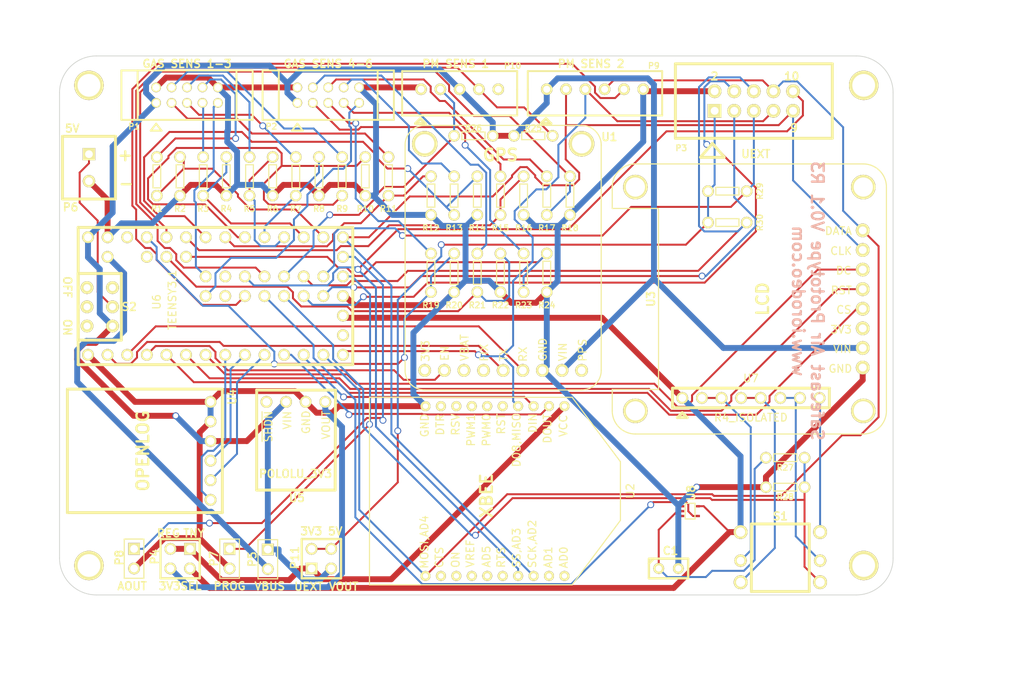
<source format=kicad_pcb>
(kicad_pcb (version 3) (host pcbnew "(2013-jul-07)-stable")

  (general
    (links 148)
    (no_connects 0)
    (area 24.911353 18.389602 152.339522 96.634)
    (thickness 1.6)
    (drawings 33)
    (tracks 760)
    (zones 0)
    (modules 56)
    (nets 66)
  )

  (page A3)
  (layers
    (15 F.Cu signal)
    (0 B.Cu signal)
    (16 B.Adhes user)
    (17 F.Adhes user)
    (18 B.Paste user)
    (19 F.Paste user)
    (20 B.SilkS user)
    (21 F.SilkS user)
    (22 B.Mask user)
    (23 F.Mask user)
    (24 Dwgs.User user)
    (25 Cmts.User user)
    (26 Eco1.User user)
    (27 Eco2.User user)
    (28 Edge.Cuts user)
  )

  (setup
    (last_trace_width 0.254)
    (trace_clearance 0.254)
    (zone_clearance 0.508)
    (zone_45_only no)
    (trace_min 0.254)
    (segment_width 0.2)
    (edge_width 0.1)
    (via_size 0.889)
    (via_drill 0.635)
    (via_min_size 0.889)
    (via_min_drill 0.508)
    (uvia_size 0.508)
    (uvia_drill 0.127)
    (uvias_allowed no)
    (uvia_min_size 0.508)
    (uvia_min_drill 0.127)
    (pcb_text_width 0.2032)
    (pcb_text_size 1.016 1.016)
    (mod_edge_width 0.381)
    (mod_text_size 1 1)
    (mod_text_width 0.15)
    (pad_size 1.524 1.524)
    (pad_drill 1.016)
    (pad_to_mask_clearance 0)
    (aux_axis_origin 0 0)
    (visible_elements FFFFFFBF)
    (pcbplotparams
      (layerselection 284196865)
      (usegerberextensions true)
      (excludeedgelayer true)
      (linewidth 0.150000)
      (plotframeref false)
      (viasonmask false)
      (mode 1)
      (useauxorigin false)
      (hpglpennumber 1)
      (hpglpenspeed 20)
      (hpglpendiameter 15)
      (hpglpenoverlay 2)
      (psnegative false)
      (psa4output false)
      (plotreference true)
      (plotvalue true)
      (plotothertext true)
      (plotinvisibletext false)
      (padsonsilk false)
      (subtractmaskfromsilk false)
      (outputformat 1)
      (mirror false)
      (drillshape 0)
      (scaleselection 1)
      (outputdirectory gerber_v0p1_r3/))
  )

  (net 0 "")
  (net 1 /3V3)
  (net 2 /3V3_REG)
  (net 3 /3V3_TNSY)
  (net 4 /5V)
  (net 5 /A14,DAC)
  (net 6 /AUX1)
  (net 7 /AUX1_DIV)
  (net 8 /AUX2)
  (net 9 /AUX2_DIV)
  (net 10 /AUX3)
  (net 11 /AUX3_DIV)
  (net 12 /AUX4)
  (net 13 /AUX4_DIV)
  (net 14 /AUX5)
  (net 15 /AUX5_DIV)
  (net 16 /AUX6)
  (net 17 /AUX6_DIV)
  (net 18 /GPS_EN)
  (net 19 /GPS_RX)
  (net 20 /GPS_TX)
  (net 21 /JOY_B)
  (net 22 /JOY_C)
  (net 23 /JOY_CENT)
  (net 24 /JOY_COMM)
  (net 25 /JOY_D)
  (net 26 /LCD_CS)
  (net 27 /LCD_DC)
  (net 28 /LCD_RST)
  (net 29 /LOG_GRN)
  (net 30 /LOG_RXI)
  (net 31 /LOG_TXO)
  (net 32 /MISO)
  (net 33 /MOSI)
  (net 34 /PM_CS)
  (net 35 /PROG)
  (net 36 /PWM1)
  (net 37 /PWM2)
  (net 38 /SCK)
  (net 39 /SCL)
  (net 40 /SDA)
  (net 41 /TMP1)
  (net 42 /TMP2)
  (net 43 /UEXT_RX)
  (net 44 /UEXT_TX)
  (net 45 /UEXT_VOUT)
  (net 46 /VBUS)
  (net 47 /WRK1)
  (net 48 /WRK1_DIV)
  (net 49 /WRK2)
  (net 50 /WRK2_DIV)
  (net 51 /WRK3)
  (net 52 /WRK3_DIV)
  (net 53 /WRK4)
  (net 54 /WRK4_DIV)
  (net 55 /WRK5)
  (net 56 /WRK5_DIV)
  (net 57 /WRK6)
  (net 58 /WRK6_DIV)
  (net 59 /XBEE_DIN)
  (net 60 /XBEE_DOUT)
  (net 61 /XBEE_UEXT_CS)
  (net 62 GND)
  (net 63 N-0000011)
  (net 64 N-0000031)
  (net 65 N-0000044)

  (net_class Default "This is the default net class."
    (clearance 0.254)
    (trace_width 0.254)
    (via_dia 0.889)
    (via_drill 0.635)
    (uvia_dia 0.508)
    (uvia_drill 0.127)
    (add_net "")
    (add_net /A14,DAC)
    (add_net /AUX1)
    (add_net /AUX1_DIV)
    (add_net /AUX2)
    (add_net /AUX2_DIV)
    (add_net /AUX3)
    (add_net /AUX3_DIV)
    (add_net /AUX4)
    (add_net /AUX4_DIV)
    (add_net /AUX5)
    (add_net /AUX5_DIV)
    (add_net /AUX6)
    (add_net /AUX6_DIV)
    (add_net /GPS_EN)
    (add_net /GPS_RX)
    (add_net /GPS_TX)
    (add_net /JOY_B)
    (add_net /JOY_C)
    (add_net /JOY_CENT)
    (add_net /JOY_COMM)
    (add_net /JOY_D)
    (add_net /LCD_CS)
    (add_net /LCD_DC)
    (add_net /LCD_RST)
    (add_net /LOG_GRN)
    (add_net /LOG_RXI)
    (add_net /LOG_TXO)
    (add_net /MISO)
    (add_net /MOSI)
    (add_net /PM_CS)
    (add_net /PROG)
    (add_net /PWM1)
    (add_net /PWM2)
    (add_net /SCK)
    (add_net /SCL)
    (add_net /SDA)
    (add_net /TMP1)
    (add_net /TMP2)
    (add_net /UEXT_RX)
    (add_net /UEXT_TX)
    (add_net /UEXT_VOUT)
    (add_net /WRK1)
    (add_net /WRK1_DIV)
    (add_net /WRK2)
    (add_net /WRK2_DIV)
    (add_net /WRK3)
    (add_net /WRK3_DIV)
    (add_net /WRK4)
    (add_net /WRK4_DIV)
    (add_net /WRK5)
    (add_net /WRK5_DIV)
    (add_net /WRK6)
    (add_net /WRK6_DIV)
    (add_net /XBEE_DIN)
    (add_net /XBEE_DOUT)
    (add_net /XBEE_UEXT_CS)
    (add_net N-0000011)
    (add_net N-0000031)
    (add_net N-0000044)
  )

  (net_class Pwr ""
    (clearance 0.254)
    (trace_width 0.254)
    (via_dia 0.889)
    (via_drill 0.635)
    (uvia_dia 0.508)
    (uvia_drill 0.127)
    (add_net /3V3)
    (add_net /3V3_REG)
    (add_net /3V3_TNSY)
    (add_net /5V)
    (add_net /VBUS)
    (add_net GND)
  )

  (module POLOLU_3V3 (layer F.Cu) (tedit 54739F83) (tstamp 54ECFD45)
    (at 56.007 70.231)
    (path /54691FDF)
    (fp_text reference U5 (at 0.127 12.446) (layer F.SilkS)
      (effects (font (size 1.016 1.016) (thickness 0.2032)))
    )
    (fp_text value POLOLU_3V3 (at -0.0508 9.3218) (layer F.SilkS)
      (effects (font (size 1.016 1.016) (thickness 0.2032)))
    )
    (fp_text user VOUT (at 3.9116 2.9972 90) (layer F.SilkS)
      (effects (font (size 1 1) (thickness 0.15)))
    )
    (fp_text user GND (at 1.3208 2.6416 90) (layer F.SilkS)
      (effects (font (size 1 1) (thickness 0.15)))
    )
    (fp_text user VIN (at -1.1176 2.3876 90) (layer F.SilkS)
      (effects (font (size 1 1) (thickness 0.15)))
    )
    (fp_text user ~SHDN (at -3.556 3.2004 90) (layer F.SilkS)
      (effects (font (size 1 1) (thickness 0.15)))
    )
    (fp_line (start -5.08 -1.524) (end -5.08 11.43) (layer F.SilkS) (width 0.381))
    (fp_line (start 5.1308 -1.524) (end 5.08 11.43) (layer F.SilkS) (width 0.381))
    (fp_line (start -5.08 -1.524) (end 5.08 -1.524) (layer F.SilkS) (width 0.381))
    (fp_line (start -5.08 11.43) (end 5.08 11.43) (layer F.SilkS) (width 0.381))
    (pad 1 thru_hole circle (at -3.81 0) (size 1.524 1.524) (drill 1.016)
      (layers *.Cu *.Mask F.SilkS)
    )
    (pad 2 thru_hole circle (at -1.27 0) (size 1.524 1.524) (drill 1.016)
      (layers *.Cu *.Mask F.SilkS)
      (net 4 /5V)
    )
    (pad 3 thru_hole circle (at 1.27 0) (size 1.524 1.524) (drill 1.016)
      (layers *.Cu *.Mask F.SilkS)
      (net 62 GND)
    )
    (pad 4 thru_hole circle (at 3.81 0) (size 1.524 1.524) (drill 1.016)
      (layers *.Cu *.Mask F.SilkS)
      (net 2 /3V3_REG)
    )
  )

  (module PIN_ARRAY_2X2 (layer F.Cu) (tedit 54ED371A) (tstamp 546A900B)
    (at 41.021 90.551 180)
    (descr "Double rangee de contacts 2 x 2 pins")
    (tags CONN)
    (path /54598C0D)
    (fp_text reference P4 (at 3.302 0.254 270) (layer F.SilkS)
      (effects (font (size 1.016 1.016) (thickness 0.2032)))
    )
    (fp_text value CONN_2X2 (at 0 3.048 180) (layer F.SilkS) hide
      (effects (font (size 1.016 1.016) (thickness 0.2032)))
    )
    (fp_line (start -2.54 -2.54) (end 2.54 -2.54) (layer F.SilkS) (width 0.3048))
    (fp_line (start 2.54 -2.54) (end 2.54 2.54) (layer F.SilkS) (width 0.3048))
    (fp_line (start 2.54 2.54) (end -2.54 2.54) (layer F.SilkS) (width 0.3048))
    (fp_line (start -2.54 2.54) (end -2.54 -2.54) (layer F.SilkS) (width 0.3048))
    (pad 1 thru_hole rect (at -1.27 1.27 180) (size 1.524 1.524) (drill 1.016)
      (layers *.Cu *.Mask F.SilkS)
      (net 1 /3V3)
    )
    (pad 2 thru_hole circle (at -1.27 -1.27 180) (size 1.524 1.524) (drill 1.016)
      (layers *.Cu *.Mask F.SilkS)
      (net 3 /3V3_TNSY)
    )
    (pad 3 thru_hole circle (at 1.27 1.27 180) (size 1.524 1.524) (drill 1.016)
      (layers *.Cu *.Mask F.SilkS)
      (net 1 /3V3)
    )
    (pad 4 thru_hole circle (at 1.27 -1.27 180) (size 1.524 1.524) (drill 1.016)
      (layers *.Cu *.Mask F.SilkS)
      (net 2 /3V3_REG)
    )
    (model pin_array/pins_array_2x2.wrl
      (at (xyz 0 0 0))
      (scale (xyz 1 1 1))
      (rotate (xyz 0 0 0))
    )
  )

  (module PIN_ARRAY_2X1 (layer F.Cu) (tedit 54ED3882) (tstamp 546A9015)
    (at 47.423 90.551 270)
    (descr "Connecteurs 2 pins")
    (tags "CONN DEV")
    (path /5459653D)
    (fp_text reference P7 (at 0 2.032 270) (layer F.SilkS)
      (effects (font (size 1.016 1.016) (thickness 0.2032)))
    )
    (fp_text value CONN_2 (at 0 -1.905 270) (layer F.SilkS) hide
      (effects (font (size 0.762 0.762) (thickness 0.1524)))
    )
    (fp_line (start -2.54 1.27) (end -2.54 -1.27) (layer F.SilkS) (width 0.1524))
    (fp_line (start -2.54 -1.27) (end 2.54 -1.27) (layer F.SilkS) (width 0.1524))
    (fp_line (start 2.54 -1.27) (end 2.54 1.27) (layer F.SilkS) (width 0.1524))
    (fp_line (start 2.54 1.27) (end -2.54 1.27) (layer F.SilkS) (width 0.1524))
    (pad 1 thru_hole rect (at -1.27 0 270) (size 1.524 1.524) (drill 1.016)
      (layers *.Cu *.Mask F.SilkS)
      (net 35 /PROG)
    )
    (pad 2 thru_hole circle (at 1.27 0 270) (size 1.524 1.524) (drill 1.016)
      (layers *.Cu *.Mask F.SilkS)
      (net 62 GND)
    )
    (model pin_array/pins_array_2x1.wrl
      (at (xyz 0 0 0))
      (scale (xyz 1 1 1))
      (rotate (xyz 0 0 0))
    )
  )

  (module PIN_ARRAY_2X1 (layer F.Cu) (tedit 553EF65C) (tstamp 546A901F)
    (at 52.372 90.627 270)
    (descr "Connecteurs 2 pins")
    (tags "CONN DEV")
    (path /54598B6C)
    (fp_text reference P5 (at 0 2 270) (layer F.SilkS)
      (effects (font (size 1.016 1.016) (thickness 0.2032)))
    )
    (fp_text value CONN_2 (at 0 -1.905 270) (layer F.SilkS) hide
      (effects (font (size 0.762 0.762) (thickness 0.1524)))
    )
    (fp_line (start -2.54 1.27) (end -2.54 -1.27) (layer F.SilkS) (width 0.1524))
    (fp_line (start -2.54 -1.27) (end 2.54 -1.27) (layer F.SilkS) (width 0.1524))
    (fp_line (start 2.54 -1.27) (end 2.54 1.27) (layer F.SilkS) (width 0.1524))
    (fp_line (start 2.54 1.27) (end -2.54 1.27) (layer F.SilkS) (width 0.1524))
    (pad 1 thru_hole rect (at -1.27 0 270) (size 1.524 1.524) (drill 1.016)
      (layers *.Cu *.Mask F.SilkS)
      (net 4 /5V)
    )
    (pad 2 thru_hole circle (at 1.27 0 270) (size 1.524 1.524) (drill 1.016)
      (layers *.Cu *.Mask F.SilkS)
      (net 46 /VBUS)
    )
    (model pin_array/pins_array_2x1.wrl
      (at (xyz 0 0 0))
      (scale (xyz 1 1 1))
      (rotate (xyz 0 0 0))
    )
  )

  (module OPENLOG (layer F.Cu) (tedit 54ED36BF) (tstamp 546A9038)
    (at 44.958 76.581 270)
    (path /546A4514)
    (fp_text reference U4 (at -6.985 -2.794 270) (layer F.SilkS)
      (effects (font (size 1.016 1.016) (thickness 0.2032)))
    )
    (fp_text value OPENLOG (at 0 8.763 270) (layer F.SilkS)
      (effects (font (size 1.524 1.524) (thickness 0.3048)))
    )
    (fp_line (start -8.001 -1.524) (end 8.001 -1.524) (layer F.SilkS) (width 0.381))
    (fp_line (start -8.001 18.542) (end 8.001 18.542) (layer F.SilkS) (width 0.381))
    (fp_line (start 8.001 -1.524) (end 8.001 18.415) (layer F.SilkS) (width 0.381))
    (fp_line (start 8.001 18.415) (end 8.001 18.542) (layer F.SilkS) (width 0.381))
    (fp_line (start -8.001 -1.524) (end -8.001 18.542) (layer F.SilkS) (width 0.381))
    (pad 1 thru_hole circle (at -6.35 0 270) (size 1.524 1.524) (drill 1.016)
      (layers *.Cu *.Mask F.SilkS)
      (net 62 GND)
    )
    (pad 2 thru_hole circle (at -3.81 0 270) (size 1.524 1.524) (drill 1.016)
      (layers *.Cu *.Mask F.SilkS)
      (net 62 GND)
    )
    (pad 3 thru_hole circle (at -1.27 0 270) (size 1.524 1.524) (drill 1.016)
      (layers *.Cu *.Mask F.SilkS)
      (net 4 /5V)
    )
    (pad 4 thru_hole circle (at 1.27 0 270) (size 1.524 1.524) (drill 1.016)
      (layers *.Cu *.Mask F.SilkS)
      (net 31 /LOG_TXO)
    )
    (pad 5 thru_hole circle (at 3.81 0 270) (size 1.524 1.524) (drill 1.016)
      (layers *.Cu *.Mask F.SilkS)
      (net 30 /LOG_RXI)
    )
    (pad 6 thru_hole circle (at 6.35 0 270) (size 1.524 1.524) (drill 1.016)
      (layers *.Cu *.Mask F.SilkS)
      (net 29 /LOG_GRN)
    )
  )

  (module JOY_NAV (layer F.Cu) (tedit 55821DD5) (tstamp 546A9046)
    (at 118.745 90.805)
    (path /545AC9E5)
    (fp_text reference S1 (at 0 -5.75) (layer F.SilkS)
      (effects (font (size 1.016 1.016) (thickness 0.2032)))
    )
    (fp_text value JOYSWITCH (at 0 5) (layer F.SilkS) hide
      (effects (font (size 1 1) (thickness 0.15)))
    )
    (fp_line (start 3.75 4) (end 3.75 -4.75) (layer F.SilkS) (width 0.381))
    (fp_line (start -3.75 -4.75) (end -3.75 4) (layer F.SilkS) (width 0.381))
    (fp_line (start -3.75 4) (end 3.75 4) (layer F.SilkS) (width 0.381))
    (fp_line (start -3.75 -4.75) (end 3.75 -4.75) (layer F.SilkS) (width 0.381))
    (pad 2 thru_hole circle (at -5.15 0) (size 1.6 1.6) (drill 1)
      (layers *.Cu *.Mask F.SilkS)
      (net 21 /JOY_B)
    )
    (pad 5 thru_hole circle (at 5.15 0) (size 1.6 1.6) (drill 1)
      (layers *.Cu *.Mask F.SilkS)
      (net 25 /JOY_D)
    )
    (pad 1 thru_hole circle (at -5.15 -3.7) (size 1.8 1.8) (drill 1.2)
      (layers *.Cu *.Mask F.SilkS)
      (net 3 /3V3_TNSY)
    )
    (pad 3 thru_hole circle (at -5.14 2.8) (size 1.8 1.8) (drill 1.2)
      (layers *.Cu *.Mask F.SilkS)
      (net 22 /JOY_C)
    )
    (pad 6 thru_hole circle (at 5.15 -3.7) (size 1.8 1.8) (drill 1.2)
      (layers *.Cu *.Mask F.SilkS)
      (net 23 /JOY_CENT)
    )
    (pad 4 thru_hole circle (at 5.15 2.8) (size 1.8 1.8) (drill 1.2)
      (layers *.Cu *.Mask F.SilkS)
      (net 24 /JOY_COMM)
    )
  )

  (module CK_DPDT (layer F.Cu) (tedit 54739F1D) (tstamp 54ECFD92)
    (at 30.607 57.912 180)
    (path /54695057)
    (fp_text reference S2 (at -3.81 0 180) (layer F.SilkS)
      (effects (font (size 1.016 1.016) (thickness 0.2032)))
    )
    (fp_text value DPDT (at 0.254 5.334 180) (layer F.SilkS) hide
      (effects (font (size 1 1) (thickness 0.15)))
    )
    (fp_line (start 0 -4.318) (end -2.794 -4.318) (layer F.SilkS) (width 0.381))
    (fp_line (start -2.794 -4.318) (end -2.794 4.318) (layer F.SilkS) (width 0.381))
    (fp_line (start -2.794 4.318) (end 2.794 4.318) (layer F.SilkS) (width 0.381))
    (fp_line (start 2.794 4.318) (end 2.794 -4.318) (layer F.SilkS) (width 0.381))
    (fp_line (start 2.794 -4.318) (end 0 -4.318) (layer F.SilkS) (width 0.381))
    (pad 1 thru_hole circle (at -1.651 -2.4892 180) (size 1.651 1.651) (drill 0.889)
      (layers *.Cu *.Mask F.SilkS)
      (net 4 /5V)
    )
    (pad 2 thru_hole circle (at -1.651 0 180) (size 1.651 1.651) (drill 0.889)
      (layers *.Cu *.Mask F.SilkS)
      (net 65 N-0000044)
    )
    (pad 3 thru_hole circle (at -1.651 2.4892 180) (size 1.651 1.651) (drill 0.889)
      (layers *.Cu *.Mask F.SilkS)
    )
    (pad 4 thru_hole circle (at 1.651 2.4892 180) (size 1.651 1.651) (drill 0.889)
      (layers *.Cu *.Mask F.SilkS)
    )
    (pad 5 thru_hole circle (at 1.651 0 180) (size 1.651 1.651) (drill 0.889)
      (layers *.Cu *.Mask F.SilkS)
    )
    (pad 6 thru_hole circle (at 1.651 -2.4892 180) (size 1.651 1.651) (drill 0.889)
      (layers *.Cu *.Mask F.SilkS)
    )
  )

  (module ADAFRUIT_UGPS (layer F.Cu) (tedit 553FCF42) (tstamp 54ECFD13)
    (at 82.85 66.15)
    (path /5450424F)
    (fp_text reference U1 (at 13.75 -30.25) (layer F.SilkS)
      (effects (font (size 1.016 1.016) (thickness 0.2032)))
    )
    (fp_text value GPS (at -0.35 -27.9) (layer F.SilkS)
      (effects (font (size 1.524 1.524) (thickness 0.3048)))
    )
    (fp_text user PPS (at 10.287 -2.6162 90) (layer F.SilkS)
      (effects (font (size 1 1) (thickness 0.15)))
    )
    (fp_text user VIN (at 7.7216 -2.3876 90) (layer F.SilkS)
      (effects (font (size 1 1) (thickness 0.15)))
    )
    (fp_text user GND (at 5.1308 -2.6924 90) (layer F.SilkS)
      (effects (font (size 1 1) (thickness 0.15)))
    )
    (fp_text user RX (at 2.5654 -2.0828 90) (layer F.SilkS)
      (effects (font (size 1 1) (thickness 0.15)))
    )
    (fp_text user TX (at 0.0762 -2.032 90) (layer F.SilkS)
      (effects (font (size 1 1) (thickness 0.15)))
    )
    (fp_text user FIX (at -2.4638 -2.286 90) (layer F.SilkS)
      (effects (font (size 1 1) (thickness 0.15)))
    )
    (fp_text user VBAT (at -5.0038 -2.9464 90) (layer F.SilkS)
      (effects (font (size 1 1) (thickness 0.15)))
    )
    (fp_text user EN (at -7.5692 -2.2098 90) (layer F.SilkS)
      (effects (font (size 1 1) (thickness 0.15)))
    )
    (fp_text user 3V3 (at -10.0584 -2.5146 90) (layer F.SilkS)
      (effects (font (size 1 1) (thickness 0.15)))
    )
    (fp_arc (start 10.16 0) (end 12.7 0) (angle 90) (layer F.SilkS) (width 0.15))
    (fp_arc (start -10.16 0) (end -10.16 2.54) (angle 90) (layer F.SilkS) (width 0.15))
    (fp_arc (start 10.16 -29.21) (end 10.16 -31.75) (angle 90) (layer F.SilkS) (width 0.15))
    (fp_arc (start -10.16 -29.21) (end -12.7 -29.21) (angle 90) (layer F.SilkS) (width 0.15))
    (fp_line (start -10.16 2.54) (end 10.16 2.54) (layer F.SilkS) (width 0.15))
    (fp_line (start -10.16 -31.75) (end 10.16 -31.75) (layer F.SilkS) (width 0.15))
    (fp_line (start 12.7 -29.21) (end 12.7 0) (layer F.SilkS) (width 0.15))
    (fp_line (start -12.7 -29.21) (end -12.7 0) (layer F.SilkS) (width 0.15))
    (pad 1 thru_hole circle (at -10.16 0) (size 1.651 1.651) (drill 1.016)
      (layers *.Cu *.Mask F.SilkS)
    )
    (pad 2 thru_hole circle (at -7.62 0) (size 1.651 1.651) (drill 1.016)
      (layers *.Cu *.Mask F.SilkS)
      (net 18 /GPS_EN)
    )
    (pad 3 thru_hole circle (at -5.08 0) (size 1.651 1.651) (drill 1.016)
      (layers *.Cu *.Mask F.SilkS)
    )
    (pad 4 thru_hole circle (at -2.54 0) (size 1.651 1.651) (drill 1.016)
      (layers *.Cu *.Mask F.SilkS)
    )
    (pad 5 thru_hole circle (at 0 0) (size 1.651 1.651) (drill 1.016)
      (layers *.Cu *.Mask F.SilkS)
      (net 20 /GPS_TX)
    )
    (pad 6 thru_hole circle (at 2.54 0) (size 1.651 1.651) (drill 1.016)
      (layers *.Cu *.Mask F.SilkS)
      (net 19 /GPS_RX)
    )
    (pad 7 thru_hole circle (at 5.08 0) (size 1.651 1.651) (drill 1.016)
      (layers *.Cu *.Mask F.SilkS)
      (net 62 GND)
    )
    (pad 8 thru_hole circle (at 7.62 0) (size 1.651 1.651) (drill 1.016)
      (layers *.Cu *.Mask F.SilkS)
      (net 4 /5V)
    )
    (pad "" thru_hole circle (at -10.16 -29.3624) (size 3.302 3.302) (drill 2.4892)
      (layers *.Cu *.Mask F.SilkS)
    )
    (pad "" thru_hole circle (at 10.16 -29.3624) (size 3.302 3.302) (drill 2.4892)
      (layers *.Cu *.Mask F.SilkS)
    )
    (pad 9 thru_hole circle (at 10.16 0) (size 1.651 1.651) (drill 1.016)
      (layers *.Cu *.Mask F.SilkS)
    )
  )

  (module ADAFRUIT_128X64_OLED (layer F.Cu) (tedit 54739FD6) (tstamp 546A90A6)
    (at 129.413 56.896 270)
    (path /5469916D)
    (fp_text reference U3 (at 0 27.432 270) (layer F.SilkS)
      (effects (font (size 1.016 1.016) (thickness 0.2032)))
    )
    (fp_text value LCD (at 0 12.954 270) (layer F.SilkS)
      (effects (font (size 1.524 1.524) (thickness 0.3048)))
    )
    (fp_text user GND (at 9.0424 2.8956 360) (layer F.SilkS)
      (effects (font (size 1 1) (thickness 0.15)))
    )
    (fp_text user VIN (at 6.477 2.6416 360) (layer F.SilkS)
      (effects (font (size 1 1) (thickness 0.15)))
    )
    (fp_text user 3V3 (at 3.9624 2.794 360) (layer F.SilkS)
      (effects (font (size 1 1) (thickness 0.15)))
    )
    (fp_text user CS (at 1.397 2.4384 360) (layer F.SilkS)
      (effects (font (size 1 1) (thickness 0.15)))
    )
    (fp_text user RST (at -1.1176 2.7686 360) (layer F.SilkS)
      (effects (font (size 1 1) (thickness 0.15)))
    )
    (fp_text user DC (at -3.683 2.4638 360) (layer F.SilkS)
      (effects (font (size 1 1) (thickness 0.15)))
    )
    (fp_text user CLK (at -6.223 2.794 360) (layer F.SilkS)
      (effects (font (size 1 1) (thickness 0.15)))
    )
    (fp_text user DATA (at -8.8138 3.1496 360) (layer F.SilkS)
      (effects (font (size 1 1) (thickness 0.15)))
    )
    (fp_line (start -11.7348 26.4414) (end 11.7348 26.4414) (layer F.SilkS) (width 0.15))
    (fp_line (start 11.7348 32.4358) (end 11.7348 26.4414) (layer F.SilkS) (width 0.15))
    (fp_line (start -11.7348 32.4358) (end -11.7348 26.4414) (layer F.SilkS) (width 0.15))
    (fp_arc (start -14.5034 29.4386) (end -14.5034 32.4358) (angle 90) (layer F.SilkS) (width 0.15))
    (fp_arc (start 14.5034 29.4386) (end 17.5006 29.4386) (angle 90) (layer F.SilkS) (width 0.15))
    (fp_line (start 14.5034 32.4358) (end 11.7348 32.4358) (layer F.SilkS) (width 0.15))
    (fp_line (start -14.5034 32.4358) (end -11.7348 32.4358) (layer F.SilkS) (width 0.15))
    (fp_arc (start 14.5034 -0.0762) (end 14.5034 -3.0734) (angle 90) (layer F.SilkS) (width 0.15))
    (fp_arc (start -14.5034 -0.0762) (end -17.5006 -0.0762) (angle 90) (layer F.SilkS) (width 0.15))
    (fp_line (start -14.5034 -3.0734) (end 14.5034 -3.0734) (layer F.SilkS) (width 0.15))
    (fp_line (start 17.5006 -0.0762) (end 17.5006 29.4386) (layer F.SilkS) (width 0.15))
    (fp_line (start -17.5006 -0.0762) (end -17.5006 29.4386) (layer F.SilkS) (width 0.15))
    (pad 1 thru_hole circle (at -8.89 0 270) (size 1.778 1.778) (drill 1.016)
      (layers *.Cu *.Mask F.SilkS)
      (net 33 /MOSI)
    )
    (pad 2 thru_hole circle (at -6.35 0 270) (size 1.778 1.778) (drill 1.016)
      (layers *.Cu *.Mask F.SilkS)
      (net 38 /SCK)
    )
    (pad 3 thru_hole circle (at -3.81 0 270) (size 1.778 1.778) (drill 1.016)
      (layers *.Cu *.Mask F.SilkS)
      (net 27 /LCD_DC)
    )
    (pad 4 thru_hole circle (at -1.27 0 270) (size 1.778 1.778) (drill 1.016)
      (layers *.Cu *.Mask F.SilkS)
      (net 28 /LCD_RST)
    )
    (pad 5 thru_hole circle (at 1.27 0 270) (size 1.778 1.778) (drill 1.016)
      (layers *.Cu *.Mask F.SilkS)
      (net 26 /LCD_CS)
    )
    (pad 6 thru_hole circle (at 3.81 0 270) (size 1.778 1.778) (drill 1.016)
      (layers *.Cu *.Mask F.SilkS)
    )
    (pad 7 thru_hole circle (at 6.35 0 270) (size 1.778 1.778) (drill 1.016)
      (layers *.Cu *.Mask F.SilkS)
      (net 4 /5V)
    )
    (pad 8 thru_hole circle (at 8.89 0 270) (size 1.778 1.778) (drill 1.016)
      (layers *.Cu *.Mask F.SilkS)
      (net 62 GND)
    )
    (pad "" thru_hole circle (at -14.5034 -0.0762 270) (size 3.175 3.175) (drill 2.4892)
      (layers *.Cu *.Mask F.SilkS)
    )
    (pad "" thru_hole circle (at 14.5034 -0.0762 270) (size 3.175 3.175) (drill 2.4892)
      (layers *.Cu *.Mask F.SilkS)
    )
    (pad "" thru_hole circle (at -14.5034 29.4386 270) (size 3.175 3.175) (drill 2.4892)
      (layers *.Cu *.Mask F.SilkS)
    )
    (pad "" thru_hole circle (at 14.5034 29.4386 270) (size 3.175 3.175) (drill 2.4892)
      (layers *.Cu *.Mask F.SilkS)
    )
  )

  (module SCREWTERM_2X (layer F.Cu) (tedit 54739D08) (tstamp 546A9A14)
    (at 29.21 39.878 270)
    (path /5450491C)
    (fp_text reference P6 (at 5.1308 2.3876 360) (layer F.SilkS)
      (effects (font (size 1.016 1.016) (thickness 0.2032)))
    )
    (fp_text value CONN_2 (at 0 -4.5 270) (layer F.SilkS) hide
      (effects (font (size 1.524 1.524) (thickness 0.3048)))
    )
    (fp_line (start -4.064 -3.429) (end -4.064 3.429) (layer F.SilkS) (width 0.381))
    (fp_line (start -4.064 3.429) (end 4.064 3.429) (layer F.SilkS) (width 0.381))
    (fp_line (start 4.064 3.429) (end 4.064 -3.429) (layer F.SilkS) (width 0.381))
    (fp_line (start 4.064 -3.429) (end -4.064 -3.429) (layer F.SilkS) (width 0.381))
    (pad 1 thru_hole rect (at -1.75006 0 270) (size 1.6002 1.6002) (drill 1.00076)
      (layers *.Cu *.Mask F.SilkS)
      (net 65 N-0000044)
    )
    (pad 2 thru_hole circle (at 1.75006 0 270) (size 1.6002 1.6002) (drill 1.00076)
      (layers *.Cu *.Mask F.SilkS)
      (net 62 GND)
    )
  )

  (module PIN_ARRAY_2X1 (layer F.Cu) (tedit 54ED3746) (tstamp 54ECF99D)
    (at 35.052 90.551 270)
    (descr "Connecteurs 2 pins")
    (tags "CONN DEV")
    (path /54ECFDF3)
    (fp_text reference P8 (at -0.127 1.905 270) (layer F.SilkS)
      (effects (font (size 1.016 1.016) (thickness 0.2032)))
    )
    (fp_text value CONN_2 (at 0 -1.905 270) (layer F.SilkS) hide
      (effects (font (size 0.762 0.762) (thickness 0.1524)))
    )
    (fp_line (start -2.54 1.27) (end -2.54 -1.27) (layer F.SilkS) (width 0.1524))
    (fp_line (start -2.54 -1.27) (end 2.54 -1.27) (layer F.SilkS) (width 0.1524))
    (fp_line (start 2.54 -1.27) (end 2.54 1.27) (layer F.SilkS) (width 0.1524))
    (fp_line (start 2.54 1.27) (end -2.54 1.27) (layer F.SilkS) (width 0.1524))
    (pad 1 thru_hole rect (at -1.27 0 270) (size 1.524 1.524) (drill 1.016)
      (layers *.Cu *.Mask F.SilkS)
      (net 5 /A14,DAC)
    )
    (pad 2 thru_hole circle (at 1.27 0 270) (size 1.524 1.524) (drill 1.016)
      (layers *.Cu *.Mask F.SilkS)
      (net 62 GND)
    )
    (model pin_array/pins_array_2x1.wrl
      (at (xyz 0 0 0))
      (scale (xyz 1 1 1))
      (rotate (xyz 0 0 0))
    )
  )

  (module 5X2_SHRD_HEADER (layer F.Cu) (tedit 55775B53) (tstamp 54ED35E3)
    (at 115.316 31.242)
    (path /54ECF2A1)
    (fp_text reference P3 (at -9.398 6.096) (layer F.SilkS)
      (effects (font (size 0.762 0.762) (thickness 0.1524)))
    )
    (fp_text value CONN_5X2 (at 5.19938 6.2992) (layer F.SilkS) hide
      (effects (font (size 1.524 1.524) (thickness 0.3048)))
    )
    (fp_line (start -10.16 -4.826) (end 10.16 -4.826) (layer F.SilkS) (width 0.381))
    (fp_line (start 10.16 -4.826) (end 10.16 4.826) (layer F.SilkS) (width 0.381))
    (fp_line (start 10.16 4.826) (end -10.16 4.826) (layer F.SilkS) (width 0.381))
    (fp_line (start -10.16 4.826) (end -10.16 -4.826) (layer F.SilkS) (width 0.381))
    (fp_line (start -6.90118 7.29996) (end -3.8989 7.29996) (layer F.SilkS) (width 0.381))
    (fp_text user 10 (at 4.89966 -3.2004) (layer F.SilkS)
      (effects (font (size 1.016 1.016) (thickness 0.2032)))
    )
    (fp_text user 9 (at 5.19938 3.50012) (layer F.SilkS)
      (effects (font (size 1.016 1.016) (thickness 0.2032)))
    )
    (fp_text user 2 (at -5.10032 -3.2004) (layer F.SilkS)
      (effects (font (size 1.016 1.016) (thickness 0.2032)))
    )
    (fp_line (start -5.36448 5.48894) (end -6.88848 7.26694) (layer F.SilkS) (width 0.381))
    (fp_line (start -3.84048 7.2644) (end -5.36448 5.4864) (layer F.SilkS) (width 0.381))
    (pad 1 thru_hole rect (at -5.08 1.27) (size 1.778 1.778) (drill 1.016)
      (layers *.Cu *.Mask F.SilkS)
      (net 45 /UEXT_VOUT)
    )
    (pad 2 thru_hole circle (at -5.08 -1.27) (size 1.778 1.778) (drill 1.016)
      (layers *.Cu *.Mask F.SilkS)
      (net 62 GND)
    )
    (pad 3 thru_hole circle (at -2.54 1.27) (size 1.778 1.778) (drill 1.016)
      (layers *.Cu *.Mask F.SilkS)
      (net 44 /UEXT_TX)
    )
    (pad 4 thru_hole circle (at -2.54 -1.27) (size 1.778 1.778) (drill 1.016)
      (layers *.Cu *.Mask F.SilkS)
      (net 43 /UEXT_RX)
    )
    (pad 5 thru_hole circle (at 0 1.27) (size 1.778 1.778) (drill 1.016)
      (layers *.Cu *.Mask F.SilkS)
      (net 39 /SCL)
    )
    (pad 6 thru_hole circle (at 0 -1.27) (size 1.778 1.778) (drill 1.016)
      (layers *.Cu *.Mask F.SilkS)
      (net 40 /SDA)
    )
    (pad 7 thru_hole circle (at 2.54 1.27) (size 1.778 1.778) (drill 1.016)
      (layers *.Cu *.Mask F.SilkS)
      (net 32 /MISO)
    )
    (pad 8 thru_hole circle (at 2.54 -1.27) (size 1.778 1.778) (drill 1.016)
      (layers *.Cu *.Mask F.SilkS)
      (net 33 /MOSI)
    )
    (pad 9 thru_hole circle (at 5.08 1.27) (size 1.778 1.778) (drill 1.016)
      (layers *.Cu *.Mask F.SilkS)
      (net 38 /SCK)
    )
    (pad 10 thru_hole circle (at 5.08 -1.27) (size 1.778 1.778) (drill 1.016)
      (layers *.Cu *.Mask F.SilkS)
      (net 61 /XBEE_UEXT_CS)
    )
  )

  (module TEENSY3X (layer F.Cu) (tedit 54ECFD4A) (tstamp 546A8FE1)
    (at 45.593 56.515 90)
    (path /544FEAE9)
    (fp_text reference U6 (at -0.762 -7.62 90) (layer F.SilkS)
      (effects (font (size 1 1) (thickness 0.15)))
    )
    (fp_text value TEENSY3.1 (at -0.508 -5.588 90) (layer F.SilkS)
      (effects (font (size 1 1) (thickness 0.15)))
    )
    (fp_line (start -8.89 -17.78) (end -8.89 17.78) (layer F.SilkS) (width 0.381))
    (fp_line (start -8.89 17.78) (end 8.89 17.78) (layer F.SilkS) (width 0.381))
    (fp_line (start 8.89 17.78) (end 8.89 -17.78) (layer F.SilkS) (width 0.381))
    (fp_line (start 8.89 -17.78) (end -8.89 -17.78) (layer F.SilkS) (width 0.381))
    (pad 1 thru_hole circle (at -7.62 -16.51 90) (size 1.524 1.524) (drill 1.016)
      (layers *.Cu *.Mask F.SilkS)
      (net 62 GND)
    )
    (pad 2 thru_hole circle (at -7.62 -13.97 90) (size 1.524 1.524) (drill 1.016)
      (layers *.Cu *.Mask F.SilkS)
      (net 20 /GPS_TX)
    )
    (pad 3 thru_hole circle (at -7.62 -11.43 90) (size 1.524 1.524) (drill 1.016)
      (layers *.Cu *.Mask F.SilkS)
      (net 19 /GPS_RX)
    )
    (pad 4 thru_hole circle (at -7.62 -8.89 90) (size 1.524 1.524) (drill 1.016)
      (layers *.Cu *.Mask F.SilkS)
      (net 18 /GPS_EN)
    )
    (pad 5 thru_hole circle (at -7.62 -6.35 90) (size 1.524 1.524) (drill 1.016)
      (layers *.Cu *.Mask F.SilkS)
      (net 26 /LCD_CS)
    )
    (pad 6 thru_hole circle (at -7.62 -3.81 90) (size 1.524 1.524) (drill 1.016)
      (layers *.Cu *.Mask F.SilkS)
      (net 28 /LCD_RST)
    )
    (pad 7 thru_hole circle (at -7.62 -1.27 90) (size 1.524 1.524) (drill 1.016)
      (layers *.Cu *.Mask F.SilkS)
      (net 27 /LCD_DC)
    )
    (pad 8 thru_hole circle (at -7.62 1.27 90) (size 1.524 1.524) (drill 1.016)
      (layers *.Cu *.Mask F.SilkS)
      (net 29 /LOG_GRN)
    )
    (pad 9 thru_hole circle (at -7.62 3.81 90) (size 1.524 1.524) (drill 1.016)
      (layers *.Cu *.Mask F.SilkS)
      (net 31 /LOG_TXO)
    )
    (pad 10 thru_hole circle (at -7.62 6.35 90) (size 1.524 1.524) (drill 1.016)
      (layers *.Cu *.Mask F.SilkS)
      (net 30 /LOG_RXI)
    )
    (pad 11 thru_hole circle (at -7.62 8.89 90) (size 1.524 1.524) (drill 1.016)
      (layers *.Cu *.Mask F.SilkS)
      (net 60 /XBEE_DOUT)
    )
    (pad 12 thru_hole circle (at -7.62 11.43 90) (size 1.524 1.524) (drill 1.016)
      (layers *.Cu *.Mask F.SilkS)
      (net 59 /XBEE_DIN)
    )
    (pad 13 thru_hole circle (at -7.62 13.97 90) (size 1.524 1.524) (drill 1.016)
      (layers *.Cu *.Mask F.SilkS)
      (net 33 /MOSI)
    )
    (pad 14 thru_hole circle (at -7.62 16.51 90) (size 1.524 1.524) (drill 1.016)
      (layers *.Cu *.Mask F.SilkS)
      (net 32 /MISO)
    )
    (pad 15 thru_hole circle (at -5.08 16.51 90) (size 1.524 1.524) (drill 1.016)
      (layers *.Cu *.Mask F.SilkS)
    )
    (pad 16 thru_hole circle (at -2.54 16.51 90) (size 1.524 1.524) (drill 1.016)
      (layers *.Cu *.Mask F.SilkS)
      (net 3 /3V3_TNSY)
    )
    (pad 17 thru_hole circle (at 0 16.51 90) (size 1.524 1.524) (drill 1.016)
      (layers *.Cu *.Mask F.SilkS)
      (net 62 GND)
    )
    (pad 18 thru_hole circle (at 2.54 16.51 90) (size 1.524 1.524) (drill 1.016)
      (layers *.Cu *.Mask F.SilkS)
      (net 35 /PROG)
    )
    (pad 19 thru_hole circle (at 5.08 16.51 90) (size 1.524 1.524) (drill 1.016)
      (layers *.Cu *.Mask F.SilkS)
      (net 5 /A14,DAC)
    )
    (pad 20 thru_hole circle (at 7.62 16.51 90) (size 1.524 1.524) (drill 1.016)
      (layers *.Cu *.Mask F.SilkS)
      (net 38 /SCK)
    )
    (pad 21 thru_hole circle (at 7.62 13.97 90) (size 1.524 1.524) (drill 1.016)
      (layers *.Cu *.Mask F.SilkS)
      (net 48 /WRK1_DIV)
    )
    (pad 22 thru_hole circle (at 7.62 11.43 90) (size 1.524 1.524) (drill 1.016)
      (layers *.Cu *.Mask F.SilkS)
      (net 7 /AUX1_DIV)
    )
    (pad 23 thru_hole circle (at 7.62 8.89 90) (size 1.524 1.524) (drill 1.016)
      (layers *.Cu *.Mask F.SilkS)
      (net 50 /WRK2_DIV)
    )
    (pad 24 thru_hole circle (at 7.62 6.35 90) (size 1.524 1.524) (drill 1.016)
      (layers *.Cu *.Mask F.SilkS)
      (net 9 /AUX2_DIV)
    )
    (pad 25 thru_hole circle (at 7.62 3.81 90) (size 1.524 1.524) (drill 1.016)
      (layers *.Cu *.Mask F.SilkS)
      (net 52 /WRK3_DIV)
    )
    (pad 26 thru_hole circle (at 7.62 1.27 90) (size 1.524 1.524) (drill 1.016)
      (layers *.Cu *.Mask F.SilkS)
      (net 11 /AUX3_DIV)
    )
    (pad 27 thru_hole circle (at 7.62 -1.27 90) (size 1.524 1.524) (drill 1.016)
      (layers *.Cu *.Mask F.SilkS)
      (net 54 /WRK4_DIV)
    )
    (pad 28 thru_hole circle (at 7.62 -3.81 90) (size 1.524 1.524) (drill 1.016)
      (layers *.Cu *.Mask F.SilkS)
      (net 13 /AUX4_DIV)
    )
    (pad 29 thru_hole circle (at 7.62 -6.35 90) (size 1.524 1.524) (drill 1.016)
      (layers *.Cu *.Mask F.SilkS)
      (net 56 /WRK5_DIV)
    )
    (pad 30 thru_hole circle (at 7.62 -8.89 90) (size 1.524 1.524) (drill 1.016)
      (layers *.Cu *.Mask F.SilkS)
      (net 15 /AUX5_DIV)
    )
    (pad 31 thru_hole circle (at 7.62 -11.43 90) (size 1.524 1.524) (drill 1.016)
      (layers *.Cu *.Mask F.SilkS)
    )
    (pad 32 thru_hole circle (at 7.62 -13.97 90) (size 1.524 1.524) (drill 1.016)
      (layers *.Cu *.Mask F.SilkS)
      (net 62 GND)
    )
    (pad 33 thru_hole circle (at 7.62 -16.51 90) (size 1.524 1.524) (drill 1.016)
      (layers *.Cu *.Mask F.SilkS)
      (net 4 /5V)
    )
    (pad 34 thru_hole circle (at 0 -1.27 90) (size 1.524 1.524) (drill 1.016)
      (layers *.Cu *.Mask F.SilkS)
      (net 42 /TMP2)
    )
    (pad 35 thru_hole circle (at 0 1.27 90) (size 1.524 1.524) (drill 1.016)
      (layers *.Cu *.Mask F.SilkS)
    )
    (pad 36 thru_hole circle (at 0 3.81 90) (size 1.524 1.524) (drill 1.016)
      (layers *.Cu *.Mask F.SilkS)
      (net 34 /PM_CS)
    )
    (pad 37 thru_hole circle (at 0 6.35 90) (size 1.524 1.524) (drill 1.016)
      (layers *.Cu *.Mask F.SilkS)
      (net 63 N-0000011)
    )
    (pad 38 thru_hole circle (at 0 8.89 90) (size 1.524 1.524) (drill 1.016)
      (layers *.Cu *.Mask F.SilkS)
      (net 24 /JOY_COMM)
    )
    (pad 39 thru_hole circle (at 0 11.43 90) (size 1.524 1.524) (drill 1.016)
      (layers *.Cu *.Mask F.SilkS)
      (net 43 /UEXT_RX)
    )
    (pad 40 thru_hole circle (at 0 13.97 90) (size 1.524 1.524) (drill 1.016)
      (layers *.Cu *.Mask F.SilkS)
      (net 44 /UEXT_TX)
    )
    (pad 41 thru_hole circle (at 2.54 13.97 90) (size 1.524 1.524) (drill 1.016)
      (layers *.Cu *.Mask F.SilkS)
      (net 39 /SCL)
    )
    (pad 42 thru_hole circle (at 2.54 11.43 90) (size 1.524 1.524) (drill 1.016)
      (layers *.Cu *.Mask F.SilkS)
      (net 40 /SDA)
    )
    (pad 43 thru_hole circle (at 2.54 8.89 90) (size 1.524 1.524) (drill 1.016)
      (layers *.Cu *.Mask F.SilkS)
      (net 37 /PWM2)
    )
    (pad 44 thru_hole circle (at 2.54 6.35 90) (size 1.524 1.524) (drill 1.016)
      (layers *.Cu *.Mask F.SilkS)
      (net 36 /PWM1)
    )
    (pad 45 thru_hole circle (at 2.54 3.81 90) (size 1.524 1.524) (drill 1.016)
      (layers *.Cu *.Mask F.SilkS)
      (net 61 /XBEE_UEXT_CS)
    )
    (pad 46 thru_hole circle (at 2.54 1.27 90) (size 1.524 1.524) (drill 1.016)
      (layers *.Cu *.Mask F.SilkS)
    )
    (pad 47 thru_hole circle (at 2.54 -1.27 90) (size 1.524 1.524) (drill 1.016)
      (layers *.Cu *.Mask F.SilkS)
      (net 41 /TMP1)
    )
    (pad 48 thru_hole circle (at 5.08 -3.81 90) (size 1.524 1.524) (drill 1.016)
      (layers *.Cu *.Mask F.SilkS)
      (net 17 /AUX6_DIV)
    )
    (pad 49 thru_hole circle (at 5.08 -6.35 90) (size 1.524 1.524) (drill 1.016)
      (layers *.Cu *.Mask F.SilkS)
      (net 58 /WRK6_DIV)
    )
    (pad 50 thru_hole circle (at 5.08 -8.89 90) (size 1.524 1.524) (drill 1.016)
      (layers *.Cu *.Mask F.SilkS)
    )
    (pad 51 thru_hole circle (at 5.08 -13.97 90) (size 1.524 1.524) (drill 1.016)
      (layers *.Cu *.Mask F.SilkS)
      (net 46 /VBUS)
    )
  )

  (module R_SMALL (layer F.Cu) (tedit 54ED4DE1) (tstamp 54ED4ADB)
    (at 41 41 270)
    (path /54ED3AF8)
    (fp_text reference R2 (at 4.2 0 360) (layer F.SilkS)
      (effects (font (size 0.762 0.762) (thickness 0.1524)))
    )
    (fp_text value R (at -4 0 360) (layer F.SilkS) hide
      (effects (font (size 1.016 1.016) (thickness 0.2032)))
    )
    (fp_line (start 1.5 0.5) (end 1.5 -0.5) (layer F.SilkS) (width 0.15))
    (fp_line (start 1.5 -0.5) (end -1.5 -0.5) (layer F.SilkS) (width 0.15))
    (fp_line (start -1.5 -0.5) (end -1.5 0.5) (layer F.SilkS) (width 0.15))
    (fp_line (start -1.5 0.5) (end 1.5 0.5) (layer F.SilkS) (width 0.15))
    (pad 1 thru_hole circle (at -2.5 0 270) (size 1.5 1.5) (drill 1)
      (layers *.Cu *.Mask F.SilkS)
      (net 48 /WRK1_DIV)
    )
    (pad 2 thru_hole circle (at 2.5 0 270) (size 1.5 1.5) (drill 1)
      (layers *.Cu *.Mask F.SilkS)
      (net 62 GND)
    )
  )

  (module R_SMALL (layer F.Cu) (tedit 54ED4DE1) (tstamp 54ED4AD1)
    (at 44 41 270)
    (path /54ED4E52)
    (fp_text reference R3 (at 4.2 0 360) (layer F.SilkS)
      (effects (font (size 0.762 0.762) (thickness 0.1524)))
    )
    (fp_text value R (at -4 0 360) (layer F.SilkS) hide
      (effects (font (size 1.016 1.016) (thickness 0.2032)))
    )
    (fp_line (start 1.5 0.5) (end 1.5 -0.5) (layer F.SilkS) (width 0.15))
    (fp_line (start 1.5 -0.5) (end -1.5 -0.5) (layer F.SilkS) (width 0.15))
    (fp_line (start -1.5 -0.5) (end -1.5 0.5) (layer F.SilkS) (width 0.15))
    (fp_line (start -1.5 0.5) (end 1.5 0.5) (layer F.SilkS) (width 0.15))
    (pad 1 thru_hole circle (at -2.5 0 270) (size 1.5 1.5) (drill 1)
      (layers *.Cu *.Mask F.SilkS)
      (net 6 /AUX1)
    )
    (pad 2 thru_hole circle (at 2.5 0 270) (size 1.5 1.5) (drill 1)
      (layers *.Cu *.Mask F.SilkS)
      (net 7 /AUX1_DIV)
    )
  )

  (module R_SMALL (layer F.Cu) (tedit 54ED4DE1) (tstamp 54ED4AC7)
    (at 47 41 270)
    (path /54ED4E58)
    (fp_text reference R4 (at 4.2 0 360) (layer F.SilkS)
      (effects (font (size 0.762 0.762) (thickness 0.1524)))
    )
    (fp_text value R (at -4 0 360) (layer F.SilkS) hide
      (effects (font (size 1.016 1.016) (thickness 0.2032)))
    )
    (fp_line (start 1.5 0.5) (end 1.5 -0.5) (layer F.SilkS) (width 0.15))
    (fp_line (start 1.5 -0.5) (end -1.5 -0.5) (layer F.SilkS) (width 0.15))
    (fp_line (start -1.5 -0.5) (end -1.5 0.5) (layer F.SilkS) (width 0.15))
    (fp_line (start -1.5 0.5) (end 1.5 0.5) (layer F.SilkS) (width 0.15))
    (pad 1 thru_hole circle (at -2.5 0 270) (size 1.5 1.5) (drill 1)
      (layers *.Cu *.Mask F.SilkS)
      (net 7 /AUX1_DIV)
    )
    (pad 2 thru_hole circle (at 2.5 0 270) (size 1.5 1.5) (drill 1)
      (layers *.Cu *.Mask F.SilkS)
      (net 62 GND)
    )
  )

  (module R_SMALL (layer F.Cu) (tedit 54ED4DE1) (tstamp 54ED4ABD)
    (at 50 41 270)
    (path /54ED4E6A)
    (fp_text reference R5 (at 4.2 0 360) (layer F.SilkS)
      (effects (font (size 0.762 0.762) (thickness 0.1524)))
    )
    (fp_text value R (at -4 0 360) (layer F.SilkS) hide
      (effects (font (size 1.016 1.016) (thickness 0.2032)))
    )
    (fp_line (start 1.5 0.5) (end 1.5 -0.5) (layer F.SilkS) (width 0.15))
    (fp_line (start 1.5 -0.5) (end -1.5 -0.5) (layer F.SilkS) (width 0.15))
    (fp_line (start -1.5 -0.5) (end -1.5 0.5) (layer F.SilkS) (width 0.15))
    (fp_line (start -1.5 0.5) (end 1.5 0.5) (layer F.SilkS) (width 0.15))
    (pad 1 thru_hole circle (at -2.5 0 270) (size 1.5 1.5) (drill 1)
      (layers *.Cu *.Mask F.SilkS)
      (net 49 /WRK2)
    )
    (pad 2 thru_hole circle (at 2.5 0 270) (size 1.5 1.5) (drill 1)
      (layers *.Cu *.Mask F.SilkS)
      (net 50 /WRK2_DIV)
    )
  )

  (module R_SMALL (layer F.Cu) (tedit 54ED4DE1) (tstamp 54ED4AB3)
    (at 53 41 270)
    (path /54ED4E70)
    (fp_text reference R6 (at 4.2 0 360) (layer F.SilkS)
      (effects (font (size 0.762 0.762) (thickness 0.1524)))
    )
    (fp_text value R (at -4 0 360) (layer F.SilkS) hide
      (effects (font (size 1.016 1.016) (thickness 0.2032)))
    )
    (fp_line (start 1.5 0.5) (end 1.5 -0.5) (layer F.SilkS) (width 0.15))
    (fp_line (start 1.5 -0.5) (end -1.5 -0.5) (layer F.SilkS) (width 0.15))
    (fp_line (start -1.5 -0.5) (end -1.5 0.5) (layer F.SilkS) (width 0.15))
    (fp_line (start -1.5 0.5) (end 1.5 0.5) (layer F.SilkS) (width 0.15))
    (pad 1 thru_hole circle (at -2.5 0 270) (size 1.5 1.5) (drill 1)
      (layers *.Cu *.Mask F.SilkS)
      (net 50 /WRK2_DIV)
    )
    (pad 2 thru_hole circle (at 2.5 0 270) (size 1.5 1.5) (drill 1)
      (layers *.Cu *.Mask F.SilkS)
      (net 62 GND)
    )
  )

  (module R_SMALL (layer F.Cu) (tedit 54ED4DE1) (tstamp 54ED4AA9)
    (at 56 41 270)
    (path /54ED4E82)
    (fp_text reference R7 (at 4.2 0 360) (layer F.SilkS)
      (effects (font (size 0.762 0.762) (thickness 0.1524)))
    )
    (fp_text value R (at -4 0 360) (layer F.SilkS) hide
      (effects (font (size 1.016 1.016) (thickness 0.2032)))
    )
    (fp_line (start 1.5 0.5) (end 1.5 -0.5) (layer F.SilkS) (width 0.15))
    (fp_line (start 1.5 -0.5) (end -1.5 -0.5) (layer F.SilkS) (width 0.15))
    (fp_line (start -1.5 -0.5) (end -1.5 0.5) (layer F.SilkS) (width 0.15))
    (fp_line (start -1.5 0.5) (end 1.5 0.5) (layer F.SilkS) (width 0.15))
    (pad 1 thru_hole circle (at -2.5 0 270) (size 1.5 1.5) (drill 1)
      (layers *.Cu *.Mask F.SilkS)
      (net 8 /AUX2)
    )
    (pad 2 thru_hole circle (at 2.5 0 270) (size 1.5 1.5) (drill 1)
      (layers *.Cu *.Mask F.SilkS)
      (net 9 /AUX2_DIV)
    )
  )

  (module R_SMALL (layer F.Cu) (tedit 54ED4DE1) (tstamp 54ED4A9F)
    (at 59 41 270)
    (path /54ED4E88)
    (fp_text reference R8 (at 4.2 0 360) (layer F.SilkS)
      (effects (font (size 0.762 0.762) (thickness 0.1524)))
    )
    (fp_text value R (at -4 0 360) (layer F.SilkS) hide
      (effects (font (size 1.016 1.016) (thickness 0.2032)))
    )
    (fp_line (start 1.5 0.5) (end 1.5 -0.5) (layer F.SilkS) (width 0.15))
    (fp_line (start 1.5 -0.5) (end -1.5 -0.5) (layer F.SilkS) (width 0.15))
    (fp_line (start -1.5 -0.5) (end -1.5 0.5) (layer F.SilkS) (width 0.15))
    (fp_line (start -1.5 0.5) (end 1.5 0.5) (layer F.SilkS) (width 0.15))
    (pad 1 thru_hole circle (at -2.5 0 270) (size 1.5 1.5) (drill 1)
      (layers *.Cu *.Mask F.SilkS)
      (net 9 /AUX2_DIV)
    )
    (pad 2 thru_hole circle (at 2.5 0 270) (size 1.5 1.5) (drill 1)
      (layers *.Cu *.Mask F.SilkS)
      (net 62 GND)
    )
  )

  (module R_SMALL (layer F.Cu) (tedit 54ED4DE1) (tstamp 54ED4A95)
    (at 62 41 270)
    (path /54ED4E9A)
    (fp_text reference R9 (at 4.2 0 360) (layer F.SilkS)
      (effects (font (size 0.762 0.762) (thickness 0.1524)))
    )
    (fp_text value R (at -4 0 360) (layer F.SilkS) hide
      (effects (font (size 1.016 1.016) (thickness 0.2032)))
    )
    (fp_line (start 1.5 0.5) (end 1.5 -0.5) (layer F.SilkS) (width 0.15))
    (fp_line (start 1.5 -0.5) (end -1.5 -0.5) (layer F.SilkS) (width 0.15))
    (fp_line (start -1.5 -0.5) (end -1.5 0.5) (layer F.SilkS) (width 0.15))
    (fp_line (start -1.5 0.5) (end 1.5 0.5) (layer F.SilkS) (width 0.15))
    (pad 1 thru_hole circle (at -2.5 0 270) (size 1.5 1.5) (drill 1)
      (layers *.Cu *.Mask F.SilkS)
      (net 51 /WRK3)
    )
    (pad 2 thru_hole circle (at 2.5 0 270) (size 1.5 1.5) (drill 1)
      (layers *.Cu *.Mask F.SilkS)
      (net 52 /WRK3_DIV)
    )
  )

  (module R_SMALL (layer F.Cu) (tedit 54ED4DE1) (tstamp 54ED4A8B)
    (at 65 41 270)
    (path /54ED4EA0)
    (fp_text reference R10 (at 4.2 0 360) (layer F.SilkS)
      (effects (font (size 0.762 0.762) (thickness 0.1524)))
    )
    (fp_text value R (at -4 0 360) (layer F.SilkS) hide
      (effects (font (size 1.016 1.016) (thickness 0.2032)))
    )
    (fp_line (start 1.5 0.5) (end 1.5 -0.5) (layer F.SilkS) (width 0.15))
    (fp_line (start 1.5 -0.5) (end -1.5 -0.5) (layer F.SilkS) (width 0.15))
    (fp_line (start -1.5 -0.5) (end -1.5 0.5) (layer F.SilkS) (width 0.15))
    (fp_line (start -1.5 0.5) (end 1.5 0.5) (layer F.SilkS) (width 0.15))
    (pad 1 thru_hole circle (at -2.5 0 270) (size 1.5 1.5) (drill 1)
      (layers *.Cu *.Mask F.SilkS)
      (net 52 /WRK3_DIV)
    )
    (pad 2 thru_hole circle (at 2.5 0 270) (size 1.5 1.5) (drill 1)
      (layers *.Cu *.Mask F.SilkS)
      (net 62 GND)
    )
  )

  (module R_SMALL (layer F.Cu) (tedit 54ED4DE1) (tstamp 54ED4A81)
    (at 68 41 270)
    (path /54ED4EB2)
    (fp_text reference R11 (at 4.2 0 360) (layer F.SilkS)
      (effects (font (size 0.762 0.762) (thickness 0.1524)))
    )
    (fp_text value R (at -4 0 360) (layer F.SilkS) hide
      (effects (font (size 1.016 1.016) (thickness 0.2032)))
    )
    (fp_line (start 1.5 0.5) (end 1.5 -0.5) (layer F.SilkS) (width 0.15))
    (fp_line (start 1.5 -0.5) (end -1.5 -0.5) (layer F.SilkS) (width 0.15))
    (fp_line (start -1.5 -0.5) (end -1.5 0.5) (layer F.SilkS) (width 0.15))
    (fp_line (start -1.5 0.5) (end 1.5 0.5) (layer F.SilkS) (width 0.15))
    (pad 1 thru_hole circle (at -2.5 0 270) (size 1.5 1.5) (drill 1)
      (layers *.Cu *.Mask F.SilkS)
      (net 10 /AUX3)
    )
    (pad 2 thru_hole circle (at 2.5 0 270) (size 1.5 1.5) (drill 1)
      (layers *.Cu *.Mask F.SilkS)
      (net 11 /AUX3_DIV)
    )
  )

  (module R_SMALL (layer F.Cu) (tedit 54ED4DE1) (tstamp 54ED4A77)
    (at 73.5 43.5 270)
    (path /54ED4EB8)
    (fp_text reference R12 (at 4.2 0 360) (layer F.SilkS)
      (effects (font (size 0.762 0.762) (thickness 0.1524)))
    )
    (fp_text value R (at -4 0 360) (layer F.SilkS) hide
      (effects (font (size 1.016 1.016) (thickness 0.2032)))
    )
    (fp_line (start 1.5 0.5) (end 1.5 -0.5) (layer F.SilkS) (width 0.15))
    (fp_line (start 1.5 -0.5) (end -1.5 -0.5) (layer F.SilkS) (width 0.15))
    (fp_line (start -1.5 -0.5) (end -1.5 0.5) (layer F.SilkS) (width 0.15))
    (fp_line (start -1.5 0.5) (end 1.5 0.5) (layer F.SilkS) (width 0.15))
    (pad 1 thru_hole circle (at -2.5 0 270) (size 1.5 1.5) (drill 1)
      (layers *.Cu *.Mask F.SilkS)
      (net 11 /AUX3_DIV)
    )
    (pad 2 thru_hole circle (at 2.5 0 270) (size 1.5 1.5) (drill 1)
      (layers *.Cu *.Mask F.SilkS)
      (net 62 GND)
    )
  )

  (module R_SMALL (layer F.Cu) (tedit 54ED4DE1) (tstamp 54ED4A6D)
    (at 38 41 270)
    (path /54ED3AE9)
    (fp_text reference R1 (at 4.2 0 360) (layer F.SilkS)
      (effects (font (size 0.762 0.762) (thickness 0.1524)))
    )
    (fp_text value R (at -4 0 360) (layer F.SilkS) hide
      (effects (font (size 1.016 1.016) (thickness 0.2032)))
    )
    (fp_line (start 1.5 0.5) (end 1.5 -0.5) (layer F.SilkS) (width 0.15))
    (fp_line (start 1.5 -0.5) (end -1.5 -0.5) (layer F.SilkS) (width 0.15))
    (fp_line (start -1.5 -0.5) (end -1.5 0.5) (layer F.SilkS) (width 0.15))
    (fp_line (start -1.5 0.5) (end 1.5 0.5) (layer F.SilkS) (width 0.15))
    (pad 1 thru_hole circle (at -2.5 0 270) (size 1.5 1.5) (drill 1)
      (layers *.Cu *.Mask F.SilkS)
      (net 47 /WRK1)
    )
    (pad 2 thru_hole circle (at 2.5 0 270) (size 1.5 1.5) (drill 1)
      (layers *.Cu *.Mask F.SilkS)
      (net 48 /WRK1_DIV)
    )
  )

  (module R_SMALL (layer F.Cu) (tedit 54ED4DE1) (tstamp 54ED4A63)
    (at 79.5 43.5 270)
    (path /54ED4ED0)
    (fp_text reference R14 (at 4.2 0 360) (layer F.SilkS)
      (effects (font (size 0.762 0.762) (thickness 0.1524)))
    )
    (fp_text value R (at -4 0 360) (layer F.SilkS) hide
      (effects (font (size 1.016 1.016) (thickness 0.2032)))
    )
    (fp_line (start 1.5 0.5) (end 1.5 -0.5) (layer F.SilkS) (width 0.15))
    (fp_line (start 1.5 -0.5) (end -1.5 -0.5) (layer F.SilkS) (width 0.15))
    (fp_line (start -1.5 -0.5) (end -1.5 0.5) (layer F.SilkS) (width 0.15))
    (fp_line (start -1.5 0.5) (end 1.5 0.5) (layer F.SilkS) (width 0.15))
    (pad 1 thru_hole circle (at -2.5 0 270) (size 1.5 1.5) (drill 1)
      (layers *.Cu *.Mask F.SilkS)
      (net 54 /WRK4_DIV)
    )
    (pad 2 thru_hole circle (at 2.5 0 270) (size 1.5 1.5) (drill 1)
      (layers *.Cu *.Mask F.SilkS)
      (net 62 GND)
    )
  )

  (module R_SMALL (layer F.Cu) (tedit 54ED4DE1) (tstamp 54ED4A59)
    (at 82.5 43.5 270)
    (path /54ED4EE2)
    (fp_text reference R15 (at 4.2 0 360) (layer F.SilkS)
      (effects (font (size 0.762 0.762) (thickness 0.1524)))
    )
    (fp_text value R (at -4 0 360) (layer F.SilkS) hide
      (effects (font (size 1.016 1.016) (thickness 0.2032)))
    )
    (fp_line (start 1.5 0.5) (end 1.5 -0.5) (layer F.SilkS) (width 0.15))
    (fp_line (start 1.5 -0.5) (end -1.5 -0.5) (layer F.SilkS) (width 0.15))
    (fp_line (start -1.5 -0.5) (end -1.5 0.5) (layer F.SilkS) (width 0.15))
    (fp_line (start -1.5 0.5) (end 1.5 0.5) (layer F.SilkS) (width 0.15))
    (pad 1 thru_hole circle (at -2.5 0 270) (size 1.5 1.5) (drill 1)
      (layers *.Cu *.Mask F.SilkS)
      (net 12 /AUX4)
    )
    (pad 2 thru_hole circle (at 2.5 0 270) (size 1.5 1.5) (drill 1)
      (layers *.Cu *.Mask F.SilkS)
      (net 13 /AUX4_DIV)
    )
  )

  (module R_SMALL (layer F.Cu) (tedit 54ED4DE1) (tstamp 54ED4A4F)
    (at 85.5 43.5 270)
    (path /54ED4EE8)
    (fp_text reference R16 (at 4.2 0 360) (layer F.SilkS)
      (effects (font (size 0.762 0.762) (thickness 0.1524)))
    )
    (fp_text value R (at -4 0 360) (layer F.SilkS) hide
      (effects (font (size 1.016 1.016) (thickness 0.2032)))
    )
    (fp_line (start 1.5 0.5) (end 1.5 -0.5) (layer F.SilkS) (width 0.15))
    (fp_line (start 1.5 -0.5) (end -1.5 -0.5) (layer F.SilkS) (width 0.15))
    (fp_line (start -1.5 -0.5) (end -1.5 0.5) (layer F.SilkS) (width 0.15))
    (fp_line (start -1.5 0.5) (end 1.5 0.5) (layer F.SilkS) (width 0.15))
    (pad 1 thru_hole circle (at -2.5 0 270) (size 1.5 1.5) (drill 1)
      (layers *.Cu *.Mask F.SilkS)
      (net 13 /AUX4_DIV)
    )
    (pad 2 thru_hole circle (at 2.5 0 270) (size 1.5 1.5) (drill 1)
      (layers *.Cu *.Mask F.SilkS)
      (net 62 GND)
    )
  )

  (module R_SMALL (layer F.Cu) (tedit 54ED4DE1) (tstamp 54ED4A45)
    (at 88.5 43.5 270)
    (path /54ED4EFA)
    (fp_text reference R17 (at 4.2 0 360) (layer F.SilkS)
      (effects (font (size 0.762 0.762) (thickness 0.1524)))
    )
    (fp_text value R (at -4 0 360) (layer F.SilkS) hide
      (effects (font (size 1.016 1.016) (thickness 0.2032)))
    )
    (fp_line (start 1.5 0.5) (end 1.5 -0.5) (layer F.SilkS) (width 0.15))
    (fp_line (start 1.5 -0.5) (end -1.5 -0.5) (layer F.SilkS) (width 0.15))
    (fp_line (start -1.5 -0.5) (end -1.5 0.5) (layer F.SilkS) (width 0.15))
    (fp_line (start -1.5 0.5) (end 1.5 0.5) (layer F.SilkS) (width 0.15))
    (pad 1 thru_hole circle (at -2.5 0 270) (size 1.5 1.5) (drill 1)
      (layers *.Cu *.Mask F.SilkS)
      (net 55 /WRK5)
    )
    (pad 2 thru_hole circle (at 2.5 0 270) (size 1.5 1.5) (drill 1)
      (layers *.Cu *.Mask F.SilkS)
      (net 56 /WRK5_DIV)
    )
  )

  (module R_SMALL (layer F.Cu) (tedit 54ED4DE1) (tstamp 54ED4A3B)
    (at 91.5 43.5 270)
    (path /54ED4F00)
    (fp_text reference R18 (at 4.2 0 360) (layer F.SilkS)
      (effects (font (size 0.762 0.762) (thickness 0.1524)))
    )
    (fp_text value R (at -4 0 360) (layer F.SilkS) hide
      (effects (font (size 1.016 1.016) (thickness 0.2032)))
    )
    (fp_line (start 1.5 0.5) (end 1.5 -0.5) (layer F.SilkS) (width 0.15))
    (fp_line (start 1.5 -0.5) (end -1.5 -0.5) (layer F.SilkS) (width 0.15))
    (fp_line (start -1.5 -0.5) (end -1.5 0.5) (layer F.SilkS) (width 0.15))
    (fp_line (start -1.5 0.5) (end 1.5 0.5) (layer F.SilkS) (width 0.15))
    (pad 1 thru_hole circle (at -2.5 0 270) (size 1.5 1.5) (drill 1)
      (layers *.Cu *.Mask F.SilkS)
      (net 56 /WRK5_DIV)
    )
    (pad 2 thru_hole circle (at 2.5 0 270) (size 1.5 1.5) (drill 1)
      (layers *.Cu *.Mask F.SilkS)
      (net 62 GND)
    )
  )

  (module R_SMALL (layer F.Cu) (tedit 54ED4DE1) (tstamp 54ED4A31)
    (at 73.5 53.5 270)
    (path /54ED4F12)
    (fp_text reference R19 (at 4.2 0 360) (layer F.SilkS)
      (effects (font (size 0.762 0.762) (thickness 0.1524)))
    )
    (fp_text value R (at -4 0 360) (layer F.SilkS) hide
      (effects (font (size 1.016 1.016) (thickness 0.2032)))
    )
    (fp_line (start 1.5 0.5) (end 1.5 -0.5) (layer F.SilkS) (width 0.15))
    (fp_line (start 1.5 -0.5) (end -1.5 -0.5) (layer F.SilkS) (width 0.15))
    (fp_line (start -1.5 -0.5) (end -1.5 0.5) (layer F.SilkS) (width 0.15))
    (fp_line (start -1.5 0.5) (end 1.5 0.5) (layer F.SilkS) (width 0.15))
    (pad 1 thru_hole circle (at -2.5 0 270) (size 1.5 1.5) (drill 1)
      (layers *.Cu *.Mask F.SilkS)
      (net 14 /AUX5)
    )
    (pad 2 thru_hole circle (at 2.5 0 270) (size 1.5 1.5) (drill 1)
      (layers *.Cu *.Mask F.SilkS)
      (net 15 /AUX5_DIV)
    )
  )

  (module R_SMALL (layer F.Cu) (tedit 54ED4DE1) (tstamp 54ED4A27)
    (at 76.5 53.5 270)
    (path /54ED4F18)
    (fp_text reference R20 (at 4.2 0 360) (layer F.SilkS)
      (effects (font (size 0.762 0.762) (thickness 0.1524)))
    )
    (fp_text value R (at -4 0 360) (layer F.SilkS) hide
      (effects (font (size 1.016 1.016) (thickness 0.2032)))
    )
    (fp_line (start 1.5 0.5) (end 1.5 -0.5) (layer F.SilkS) (width 0.15))
    (fp_line (start 1.5 -0.5) (end -1.5 -0.5) (layer F.SilkS) (width 0.15))
    (fp_line (start -1.5 -0.5) (end -1.5 0.5) (layer F.SilkS) (width 0.15))
    (fp_line (start -1.5 0.5) (end 1.5 0.5) (layer F.SilkS) (width 0.15))
    (pad 1 thru_hole circle (at -2.5 0 270) (size 1.5 1.5) (drill 1)
      (layers *.Cu *.Mask F.SilkS)
      (net 15 /AUX5_DIV)
    )
    (pad 2 thru_hole circle (at 2.5 0 270) (size 1.5 1.5) (drill 1)
      (layers *.Cu *.Mask F.SilkS)
      (net 62 GND)
    )
  )

  (module R_SMALL (layer F.Cu) (tedit 54ED4DE1) (tstamp 54ED4A1D)
    (at 79.5 53.5 270)
    (path /54ED4F2A)
    (fp_text reference R21 (at 4.2 0 360) (layer F.SilkS)
      (effects (font (size 0.762 0.762) (thickness 0.1524)))
    )
    (fp_text value R (at -4 0 360) (layer F.SilkS) hide
      (effects (font (size 1.016 1.016) (thickness 0.2032)))
    )
    (fp_line (start 1.5 0.5) (end 1.5 -0.5) (layer F.SilkS) (width 0.15))
    (fp_line (start 1.5 -0.5) (end -1.5 -0.5) (layer F.SilkS) (width 0.15))
    (fp_line (start -1.5 -0.5) (end -1.5 0.5) (layer F.SilkS) (width 0.15))
    (fp_line (start -1.5 0.5) (end 1.5 0.5) (layer F.SilkS) (width 0.15))
    (pad 1 thru_hole circle (at -2.5 0 270) (size 1.5 1.5) (drill 1)
      (layers *.Cu *.Mask F.SilkS)
      (net 57 /WRK6)
    )
    (pad 2 thru_hole circle (at 2.5 0 270) (size 1.5 1.5) (drill 1)
      (layers *.Cu *.Mask F.SilkS)
      (net 58 /WRK6_DIV)
    )
  )

  (module R_SMALL (layer F.Cu) (tedit 54ED4DE1) (tstamp 54ED4A13)
    (at 82.5 53.5 270)
    (path /54ED4F30)
    (fp_text reference R22 (at 4.2 0 360) (layer F.SilkS)
      (effects (font (size 0.762 0.762) (thickness 0.1524)))
    )
    (fp_text value R (at -4 0 360) (layer F.SilkS) hide
      (effects (font (size 1.016 1.016) (thickness 0.2032)))
    )
    (fp_line (start 1.5 0.5) (end 1.5 -0.5) (layer F.SilkS) (width 0.15))
    (fp_line (start 1.5 -0.5) (end -1.5 -0.5) (layer F.SilkS) (width 0.15))
    (fp_line (start -1.5 -0.5) (end -1.5 0.5) (layer F.SilkS) (width 0.15))
    (fp_line (start -1.5 0.5) (end 1.5 0.5) (layer F.SilkS) (width 0.15))
    (pad 1 thru_hole circle (at -2.5 0 270) (size 1.5 1.5) (drill 1)
      (layers *.Cu *.Mask F.SilkS)
      (net 58 /WRK6_DIV)
    )
    (pad 2 thru_hole circle (at 2.5 0 270) (size 1.5 1.5) (drill 1)
      (layers *.Cu *.Mask F.SilkS)
      (net 62 GND)
    )
  )

  (module R_SMALL (layer F.Cu) (tedit 54ED4DE1) (tstamp 54ED4A09)
    (at 85.5 53.5 270)
    (path /54ED4F42)
    (fp_text reference R23 (at 4.2 0 360) (layer F.SilkS)
      (effects (font (size 0.762 0.762) (thickness 0.1524)))
    )
    (fp_text value R (at -4 0 360) (layer F.SilkS) hide
      (effects (font (size 1.016 1.016) (thickness 0.2032)))
    )
    (fp_line (start 1.5 0.5) (end 1.5 -0.5) (layer F.SilkS) (width 0.15))
    (fp_line (start 1.5 -0.5) (end -1.5 -0.5) (layer F.SilkS) (width 0.15))
    (fp_line (start -1.5 -0.5) (end -1.5 0.5) (layer F.SilkS) (width 0.15))
    (fp_line (start -1.5 0.5) (end 1.5 0.5) (layer F.SilkS) (width 0.15))
    (pad 1 thru_hole circle (at -2.5 0 270) (size 1.5 1.5) (drill 1)
      (layers *.Cu *.Mask F.SilkS)
      (net 16 /AUX6)
    )
    (pad 2 thru_hole circle (at 2.5 0 270) (size 1.5 1.5) (drill 1)
      (layers *.Cu *.Mask F.SilkS)
      (net 17 /AUX6_DIV)
    )
  )

  (module R_SMALL (layer F.Cu) (tedit 54ED4DE1) (tstamp 54ED49FF)
    (at 88.5 53.5 270)
    (path /54ED4F48)
    (fp_text reference R24 (at 4.2 0 360) (layer F.SilkS)
      (effects (font (size 0.762 0.762) (thickness 0.1524)))
    )
    (fp_text value R (at -4 0 360) (layer F.SilkS) hide
      (effects (font (size 1.016 1.016) (thickness 0.2032)))
    )
    (fp_line (start 1.5 0.5) (end 1.5 -0.5) (layer F.SilkS) (width 0.15))
    (fp_line (start 1.5 -0.5) (end -1.5 -0.5) (layer F.SilkS) (width 0.15))
    (fp_line (start -1.5 -0.5) (end -1.5 0.5) (layer F.SilkS) (width 0.15))
    (fp_line (start -1.5 0.5) (end 1.5 0.5) (layer F.SilkS) (width 0.15))
    (pad 1 thru_hole circle (at -2.5 0 270) (size 1.5 1.5) (drill 1)
      (layers *.Cu *.Mask F.SilkS)
      (net 17 /AUX6_DIV)
    )
    (pad 2 thru_hole circle (at 2.5 0 270) (size 1.5 1.5) (drill 1)
      (layers *.Cu *.Mask F.SilkS)
      (net 62 GND)
    )
  )

  (module R_SMALL (layer F.Cu) (tedit 54ED4DE1) (tstamp 54ED49F5)
    (at 76.5 43.5 270)
    (path /54ED4ECA)
    (fp_text reference R13 (at 4.2 0 360) (layer F.SilkS)
      (effects (font (size 0.762 0.762) (thickness 0.1524)))
    )
    (fp_text value R (at -4 0 360) (layer F.SilkS) hide
      (effects (font (size 1.016 1.016) (thickness 0.2032)))
    )
    (fp_line (start 1.5 0.5) (end 1.5 -0.5) (layer F.SilkS) (width 0.15))
    (fp_line (start 1.5 -0.5) (end -1.5 -0.5) (layer F.SilkS) (width 0.15))
    (fp_line (start -1.5 -0.5) (end -1.5 0.5) (layer F.SilkS) (width 0.15))
    (fp_line (start -1.5 0.5) (end 1.5 0.5) (layer F.SilkS) (width 0.15))
    (pad 1 thru_hole circle (at -2.5 0 270) (size 1.5 1.5) (drill 1)
      (layers *.Cu *.Mask F.SilkS)
      (net 53 /WRK4)
    )
    (pad 2 thru_hole circle (at 2.5 0 270) (size 1.5 1.5) (drill 1)
      (layers *.Cu *.Mask F.SilkS)
      (net 54 /WRK4_DIV)
    )
  )

  (module 5X2_2MM_SHRD_HEADER (layer F.Cu) (tedit 55775B38) (tstamp 54ED34A4)
    (at 60.198 30.48)
    (path /545A525E)
    (fp_text reference P2 (at -7.366 4.064) (layer F.SilkS)
      (effects (font (size 0.762 0.762) (thickness 0.1524)))
    )
    (fp_text value CONN_5X2 (at 0 4.7) (layer F.SilkS) hide
      (effects (font (size 1.016 0.8636) (thickness 0.2032)))
    )
    (fp_line (start 8.5 -3.2) (end 8.5 3.2) (layer F.SilkS) (width 0.25))
    (fp_line (start 6.4 3.2) (end 8.5 3.2) (layer F.SilkS) (width 0.25))
    (fp_line (start 6.4 -3.2) (end 8.5 -3.2) (layer F.SilkS) (width 0.25))
    (fp_line (start -6.4 3.2) (end -8.5 3.2) (layer F.SilkS) (width 0.25))
    (fp_line (start -8.5 3.2) (end -8.5 -3.2) (layer F.SilkS) (width 0.25))
    (fp_line (start -8.5 -3.2) (end -6.4 -3.2) (layer F.SilkS) (width 0.25))
    (fp_line (start -4 3.7) (end -4.7 4.6) (layer F.SilkS) (width 0.25))
    (fp_line (start -4.7 4.6) (end -3.3 4.6) (layer F.SilkS) (width 0.25))
    (fp_line (start -3.3 4.6) (end -4 3.7) (layer F.SilkS) (width 0.25))
    (fp_line (start -6.4 -3.2) (end -6.4 3.2) (layer F.SilkS) (width 0.25))
    (fp_line (start -6.4 3.2) (end 6.4 3.2) (layer F.SilkS) (width 0.25))
    (fp_line (start 6.4 3.2) (end 6.4 -3.2) (layer F.SilkS) (width 0.25))
    (fp_line (start 6.4 -3.2) (end -6.4 -3.2) (layer F.SilkS) (width 0.25))
    (pad 1 thru_hole circle (at -4 1) (size 1.25 1.25) (drill 0.9)
      (layers *.Cu *.Mask F.SilkS)
      (net 4 /5V)
    )
    (pad 2 thru_hole circle (at -4 -1) (size 1.25 1.25) (drill 0.9)
      (layers *.Cu *.Mask F.SilkS)
      (net 62 GND)
    )
    (pad 3 thru_hole circle (at -2 1) (size 1.25 1.25) (drill 0.9)
      (layers *.Cu *.Mask F.SilkS)
      (net 16 /AUX6)
    )
    (pad 4 thru_hole circle (at -2 -1) (size 1.25 1.25) (drill 0.9)
      (layers *.Cu *.Mask F.SilkS)
      (net 57 /WRK6)
    )
    (pad 5 thru_hole circle (at 0 1) (size 1.25 1.25) (drill 0.9)
      (layers *.Cu *.Mask F.SilkS)
      (net 14 /AUX5)
    )
    (pad 6 thru_hole circle (at 0 -1) (size 1.25 1.25) (drill 0.9)
      (layers *.Cu *.Mask F.SilkS)
      (net 55 /WRK5)
    )
    (pad 7 thru_hole circle (at 2 1) (size 1.25 1.25) (drill 0.9)
      (layers *.Cu *.Mask F.SilkS)
      (net 12 /AUX4)
    )
    (pad 8 thru_hole circle (at 2 -1) (size 1.25 1.25) (drill 0.9)
      (layers *.Cu *.Mask F.SilkS)
      (net 53 /WRK4)
    )
    (pad 9 thru_hole circle (at 4 1) (size 1.25 1.25) (drill 0.9)
      (layers *.Cu *.Mask F.SilkS)
      (net 42 /TMP2)
    )
    (pad 10 thru_hole circle (at 4 -1) (size 1.25 1.25) (drill 0.9)
      (layers *.Cu *.Mask F.SilkS)
      (net 62 GND)
    )
  )

  (module 5X2_2MM_SHRD_HEADER (layer F.Cu) (tedit 55775B2C) (tstamp 54ED520B)
    (at 41.91 30.48)
    (path /545A4E12)
    (fp_text reference P1 (at -6.858 4.064) (layer F.SilkS)
      (effects (font (size 0.762 0.762) (thickness 0.1524)))
    )
    (fp_text value CONN_5X2 (at 0 4.7) (layer F.SilkS) hide
      (effects (font (size 1.016 0.8636) (thickness 0.2032)))
    )
    (fp_line (start 8.5 -3.2) (end 8.5 3.2) (layer F.SilkS) (width 0.25))
    (fp_line (start 6.4 3.2) (end 8.5 3.2) (layer F.SilkS) (width 0.25))
    (fp_line (start 6.4 -3.2) (end 8.5 -3.2) (layer F.SilkS) (width 0.25))
    (fp_line (start -6.4 3.2) (end -8.5 3.2) (layer F.SilkS) (width 0.25))
    (fp_line (start -8.5 3.2) (end -8.5 -3.2) (layer F.SilkS) (width 0.25))
    (fp_line (start -8.5 -3.2) (end -6.4 -3.2) (layer F.SilkS) (width 0.25))
    (fp_line (start -4 3.7) (end -4.7 4.6) (layer F.SilkS) (width 0.25))
    (fp_line (start -4.7 4.6) (end -3.3 4.6) (layer F.SilkS) (width 0.25))
    (fp_line (start -3.3 4.6) (end -4 3.7) (layer F.SilkS) (width 0.25))
    (fp_line (start -6.4 -3.2) (end -6.4 3.2) (layer F.SilkS) (width 0.25))
    (fp_line (start -6.4 3.2) (end 6.4 3.2) (layer F.SilkS) (width 0.25))
    (fp_line (start 6.4 3.2) (end 6.4 -3.2) (layer F.SilkS) (width 0.25))
    (fp_line (start 6.4 -3.2) (end -6.4 -3.2) (layer F.SilkS) (width 0.25))
    (pad 1 thru_hole circle (at -4 1) (size 1.25 1.25) (drill 0.9)
      (layers *.Cu *.Mask F.SilkS)
      (net 4 /5V)
    )
    (pad 2 thru_hole circle (at -4 -1) (size 1.25 1.25) (drill 0.9)
      (layers *.Cu *.Mask F.SilkS)
      (net 62 GND)
    )
    (pad 3 thru_hole circle (at -2 1) (size 1.25 1.25) (drill 0.9)
      (layers *.Cu *.Mask F.SilkS)
      (net 10 /AUX3)
    )
    (pad 4 thru_hole circle (at -2 -1) (size 1.25 1.25) (drill 0.9)
      (layers *.Cu *.Mask F.SilkS)
      (net 51 /WRK3)
    )
    (pad 5 thru_hole circle (at 0 1) (size 1.25 1.25) (drill 0.9)
      (layers *.Cu *.Mask F.SilkS)
      (net 8 /AUX2)
    )
    (pad 6 thru_hole circle (at 0 -1) (size 1.25 1.25) (drill 0.9)
      (layers *.Cu *.Mask F.SilkS)
      (net 49 /WRK2)
    )
    (pad 7 thru_hole circle (at 2 1) (size 1.25 1.25) (drill 0.9)
      (layers *.Cu *.Mask F.SilkS)
      (net 6 /AUX1)
    )
    (pad 8 thru_hole circle (at 2 -1) (size 1.25 1.25) (drill 0.9)
      (layers *.Cu *.Mask F.SilkS)
      (net 47 /WRK1)
    )
    (pad 9 thru_hole circle (at 4 1) (size 1.25 1.25) (drill 0.9)
      (layers *.Cu *.Mask F.SilkS)
      (net 41 /TMP1)
    )
    (pad 10 thru_hole circle (at 4 -1) (size 1.25 1.25) (drill 0.9)
      (layers *.Cu *.Mask F.SilkS)
      (net 62 GND)
    )
  )

  (module 4-40 (layer F.Cu) (tedit 553F33C9) (tstamp 546AA18B)
    (at 29.21 29.21)
    (fp_text reference H1 (at 0 -3.1) (layer F.SilkS) hide
      (effects (font (size 1 1) (thickness 0.15)))
    )
    (fp_text value VAL** (at 0 3.4) (layer F.SilkS) hide
      (effects (font (size 1 1) (thickness 0.15)))
    )
    (pad "" thru_hole circle (at 0 0) (size 3.81 3.81) (drill 2.9464)
      (layers *.Cu *.Mask F.SilkS)
    )
  )

  (module 4-40 (layer F.Cu) (tedit 553F33C9) (tstamp 546AA182)
    (at 29.21 91.44)
    (fp_text reference H4 (at 0 -3.1) (layer F.SilkS) hide
      (effects (font (size 1 1) (thickness 0.15)))
    )
    (fp_text value VAL** (at 0 3.4) (layer F.SilkS) hide
      (effects (font (size 1 1) (thickness 0.15)))
    )
    (pad "" thru_hole circle (at 0 0) (size 3.81 3.81) (drill 2.9464)
      (layers *.Cu *.Mask F.SilkS)
    )
  )

  (module 4-40 (layer F.Cu) (tedit 553F33C9) (tstamp 546AA179)
    (at 129.54 29.21)
    (fp_text reference H2 (at 0 -3.1) (layer F.SilkS) hide
      (effects (font (size 1 1) (thickness 0.15)))
    )
    (fp_text value VAL** (at 0 3.4) (layer F.SilkS) hide
      (effects (font (size 1 1) (thickness 0.15)))
    )
    (pad "" thru_hole circle (at 0 0) (size 3.81 3.81) (drill 2.9464)
      (layers *.Cu *.Mask F.SilkS)
    )
  )

  (module 4-40 (layer F.Cu) (tedit 553F33C9) (tstamp 546AA170)
    (at 129.54 91.44)
    (fp_text reference H3 (at 0 -3.1) (layer F.SilkS) hide
      (effects (font (size 1 1) (thickness 0.15)))
    )
    (fp_text value VAL** (at 0 3.4) (layer F.SilkS) hide
      (effects (font (size 1 1) (thickness 0.15)))
    )
    (pad "" thru_hole circle (at 0 0) (size 3.81 3.81) (drill 2.9464)
      (layers *.Cu *.Mask F.SilkS)
    )
  )

  (module R_SMALL (layer F.Cu) (tedit 553FCF35) (tstamp 553FCDDC)
    (at 86.75 35.75)
    (path /553FCC5F)
    (fp_text reference R25 (at 0 -1) (layer F.SilkS)
      (effects (font (size 0.762 0.762) (thickness 0.1524)))
    )
    (fp_text value 10k (at -4 0 90) (layer F.SilkS) hide
      (effects (font (size 1.016 1.016) (thickness 0.2032)))
    )
    (fp_line (start 1.5 0.5) (end 1.5 -0.5) (layer F.SilkS) (width 0.15))
    (fp_line (start 1.5 -0.5) (end -1.5 -0.5) (layer F.SilkS) (width 0.15))
    (fp_line (start -1.5 -0.5) (end -1.5 0.5) (layer F.SilkS) (width 0.15))
    (fp_line (start -1.5 0.5) (end 1.5 0.5) (layer F.SilkS) (width 0.15))
    (pad 1 thru_hole circle (at -2.5 0) (size 1.5 1.5) (drill 1)
      (layers *.Cu *.Mask F.SilkS)
      (net 4 /5V)
    )
    (pad 2 thru_hole circle (at 2.5 0) (size 1.5 1.5) (drill 1)
      (layers *.Cu *.Mask F.SilkS)
      (net 36 /PWM1)
    )
  )

  (module R_SMALL (layer F.Cu) (tedit 553FCF2C) (tstamp 553FCE70)
    (at 79 35.75 180)
    (path /553FCC6E)
    (fp_text reference R26 (at 0 1 180) (layer F.SilkS)
      (effects (font (size 0.762 0.762) (thickness 0.1524)))
    )
    (fp_text value 10k (at -4 0 270) (layer F.SilkS) hide
      (effects (font (size 1.016 1.016) (thickness 0.2032)))
    )
    (fp_line (start 1.5 0.5) (end 1.5 -0.5) (layer F.SilkS) (width 0.15))
    (fp_line (start 1.5 -0.5) (end -1.5 -0.5) (layer F.SilkS) (width 0.15))
    (fp_line (start -1.5 -0.5) (end -1.5 0.5) (layer F.SilkS) (width 0.15))
    (fp_line (start -1.5 0.5) (end 1.5 0.5) (layer F.SilkS) (width 0.15))
    (pad 1 thru_hole circle (at -2.5 0 180) (size 1.5 1.5) (drill 1)
      (layers *.Cu *.Mask F.SilkS)
      (net 4 /5V)
    )
    (pad 2 thru_hole circle (at 2.5 0 180) (size 1.5 1.5) (drill 1)
      (layers *.Cu *.Mask F.SilkS)
      (net 37 /PWM2)
    )
  )

  (module SOT353 (layer F.Cu) (tedit 55821DB9) (tstamp 55775705)
    (at 107.061 84.3915)
    (descr SOT353)
    (path /55707399)
    (attr smd)
    (fp_text reference U8 (at 0.127 -2.3495 90) (layer F.SilkS)
      (effects (font (size 1.016 1.016) (thickness 0.2032)))
    )
    (fp_text value SCHMITT (at 0.09906 0 90) (layer F.SilkS) hide
      (effects (font (size 0.762 0.635) (thickness 0.127)))
    )
    (fp_line (start 0.635 1.016) (end 0.635 -1.016) (layer F.SilkS) (width 0.1524))
    (fp_line (start 0.635 -1.016) (end -0.635 -1.016) (layer F.SilkS) (width 0.1524))
    (fp_line (start -0.635 -1.016) (end -0.635 1.016) (layer F.SilkS) (width 0.1524))
    (fp_line (start -0.635 1.016) (end 0.635 1.016) (layer F.SilkS) (width 0.1524))
    (pad 1 smd rect (at -1.016 -0.635) (size 0.508 0.3048)
      (layers F.Cu F.Paste F.Mask)
    )
    (pad 3 smd rect (at -1.016 0.635) (size 0.508 0.3048)
      (layers F.Cu F.Paste F.Mask)
      (net 62 GND)
    )
    (pad 5 smd rect (at 1.016 -0.635) (size 0.508 0.3048)
      (layers F.Cu F.Paste F.Mask)
      (net 3 /3V3_TNSY)
    )
    (pad 2 smd rect (at -1.016 0) (size 0.508 0.3048)
      (layers F.Cu F.Paste F.Mask)
      (net 64 N-0000031)
    )
    (pad 4 smd rect (at 1.016 0.635) (size 0.508 0.3048)
      (layers F.Cu F.Paste F.Mask)
      (net 63 N-0000011)
    )
    (model smd/SOT23_5.wrl
      (at (xyz 0 0 0))
      (scale (xyz 0.07000000000000001 0.09 0.08))
      (rotate (xyz 0 0 90))
    )
  )

  (module R_SMALL (layer F.Cu) (tedit 55821DC1) (tstamp 5577570F)
    (at 119.38 81.28 180)
    (path /556FFD53)
    (fp_text reference R28 (at 0 -1.27 180) (layer F.SilkS)
      (effects (font (size 0.762 0.762) (thickness 0.1524)))
    )
    (fp_text value 12k (at -4 0 270) (layer F.SilkS) hide
      (effects (font (size 1.016 1.016) (thickness 0.2032)))
    )
    (fp_line (start 1.5 0.5) (end 1.5 -0.5) (layer F.SilkS) (width 0.15))
    (fp_line (start 1.5 -0.5) (end -1.5 -0.5) (layer F.SilkS) (width 0.15))
    (fp_line (start -1.5 -0.5) (end -1.5 0.5) (layer F.SilkS) (width 0.15))
    (fp_line (start -1.5 0.5) (end 1.5 0.5) (layer F.SilkS) (width 0.15))
    (pad 1 thru_hole circle (at -2.5 0 180) (size 1.5 1.5) (drill 1)
      (layers *.Cu *.Mask F.SilkS)
      (net 24 /JOY_COMM)
    )
    (pad 2 thru_hole circle (at 2.5 0 180) (size 1.5 1.5) (drill 1)
      (layers *.Cu *.Mask F.SilkS)
      (net 62 GND)
    )
  )

  (module R_SMALL (layer F.Cu) (tedit 55821DBE) (tstamp 55775719)
    (at 119.38 77.47)
    (path /55700D12)
    (fp_text reference R27 (at 0 1.27) (layer F.SilkS)
      (effects (font (size 0.762 0.762) (thickness 0.1524)))
    )
    (fp_text value 20k (at -4 0 90) (layer F.SilkS) hide
      (effects (font (size 1.016 1.016) (thickness 0.2032)))
    )
    (fp_line (start 1.5 0.5) (end 1.5 -0.5) (layer F.SilkS) (width 0.15))
    (fp_line (start 1.5 -0.5) (end -1.5 -0.5) (layer F.SilkS) (width 0.15))
    (fp_line (start -1.5 -0.5) (end -1.5 0.5) (layer F.SilkS) (width 0.15))
    (fp_line (start -1.5 0.5) (end 1.5 0.5) (layer F.SilkS) (width 0.15))
    (pad 1 thru_hole circle (at -2.5 0) (size 1.5 1.5) (drill 1)
      (layers *.Cu *.Mask F.SilkS)
      (net 64 N-0000031)
    )
    (pad 2 thru_hole circle (at 2.5 0) (size 1.5 1.5) (drill 1)
      (layers *.Cu *.Mask F.SilkS)
      (net 24 /JOY_COMM)
    )
  )

  (module JST_XH_5PIN (layer F.Cu) (tedit 55775B01) (tstamp 553F2F80)
    (at 77.216 29.718)
    (path /553F21A3)
    (fp_text reference P10 (at 6.858 -3.048) (layer F.SilkS)
      (effects (font (size 0.762 0.762) (thickness 0.1524)))
    )
    (fp_text value CONN_5_MOD (at 0.1 4.7) (layer F.SilkS) hide
      (effects (font (size 1 1) (thickness 0.15)))
    )
    (fp_line (start -5.08 3.81) (end -5.715 4.445) (layer F.SilkS) (width 0.381))
    (fp_line (start -5.715 4.445) (end -4.445 4.445) (layer F.SilkS) (width 0.381))
    (fp_line (start -4.445 4.445) (end -5.08 3.81) (layer F.SilkS) (width 0.381))
    (fp_line (start 7.45 0) (end 7.45 3.4) (layer F.SilkS) (width 0.25))
    (fp_line (start 7.45 3.4) (end -7.45 3.4) (layer F.SilkS) (width 0.25))
    (fp_line (start -7.45 0) (end -7.45 3.4) (layer F.SilkS) (width 0.25))
    (fp_line (start -7.45 -2.35) (end 7.45 -2.35) (layer F.SilkS) (width 0.25))
    (fp_line (start 7.45 0) (end 7.45 -2.35) (layer F.SilkS) (width 0.25))
    (fp_line (start -7.45 0) (end -7.45 -2.35) (layer F.SilkS) (width 0.25))
    (pad 1 thru_hole circle (at -5 0) (size 1.5 1.5) (drill 0.9)
      (layers *.Cu *.Mask F.SilkS)
      (net 62 GND)
    )
    (pad 2 thru_hole circle (at -2.5 0) (size 1.5 1.5) (drill 0.9)
      (layers *.Cu *.Mask F.SilkS)
      (net 37 /PWM2)
    )
    (pad 3 thru_hole circle (at 0 0) (size 1.5 1.5) (drill 0.9)
      (layers *.Cu *.Mask F.SilkS)
      (net 4 /5V)
    )
    (pad 4 thru_hole circle (at 2.5 0) (size 1.5 1.5) (drill 0.9)
      (layers *.Cu *.Mask F.SilkS)
      (net 36 /PWM1)
    )
    (pad 5 thru_hole circle (at 5 0) (size 1.5 1.5) (drill 0.9)
      (layers *.Cu *.Mask F.SilkS)
    )
  )

  (module JST_XH_6PIN (layer F.Cu) (tedit 55775B3E) (tstamp 5577573C)
    (at 94.742 29.718)
    (path /5577490F)
    (fp_text reference P9 (at 7.62 -3.048) (layer F.SilkS)
      (effects (font (size 0.762 0.762) (thickness 0.1524)))
    )
    (fp_text value CONN_6 (at 0.1 4.7) (layer F.SilkS) hide
      (effects (font (size 1 1) (thickness 0.15)))
    )
    (fp_line (start -6.35 3.81) (end -6.985 4.445) (layer F.SilkS) (width 0.381))
    (fp_line (start -6.985 4.445) (end -5.715 4.445) (layer F.SilkS) (width 0.381))
    (fp_line (start -5.715 4.445) (end -6.35 3.81) (layer F.SilkS) (width 0.381))
    (fp_line (start 8.7 -2.35) (end 8.7 3.4) (layer F.SilkS) (width 0.25))
    (fp_line (start 6.2 3.4) (end 8.7 3.4) (layer F.SilkS) (width 0.25))
    (fp_line (start 6.2 -2.35) (end 8.7 -2.35) (layer F.SilkS) (width 0.25))
    (fp_line (start 6.2 3.4) (end -8.7 3.4) (layer F.SilkS) (width 0.25))
    (fp_line (start -8.7 0) (end -8.7 3.4) (layer F.SilkS) (width 0.25))
    (fp_line (start -8.7 -2.35) (end 6.2 -2.35) (layer F.SilkS) (width 0.25))
    (fp_line (start -8.7 0) (end -8.7 -2.35) (layer F.SilkS) (width 0.25))
    (pad 6 thru_hole circle (at 6.25 0) (size 1.5 1.5) (drill 0.9)
      (layers *.Cu *.Mask F.SilkS)
      (net 62 GND)
    )
    (pad 1 thru_hole circle (at -6.25 0) (size 1.5 1.5) (drill 0.9)
      (layers *.Cu *.Mask F.SilkS)
      (net 4 /5V)
    )
    (pad 2 thru_hole circle (at -3.75 0) (size 1.5 1.5) (drill 0.9)
      (layers *.Cu *.Mask F.SilkS)
      (net 38 /SCK)
    )
    (pad 3 thru_hole circle (at -1.25 0) (size 1.5 1.5) (drill 0.9)
      (layers *.Cu *.Mask F.SilkS)
      (net 32 /MISO)
    )
    (pad 4 thru_hole circle (at 1.25 0) (size 1.5 1.5) (drill 0.9)
      (layers *.Cu *.Mask F.SilkS)
      (net 33 /MOSI)
    )
    (pad 5 thru_hole circle (at 3.75 0) (size 1.5 1.5) (drill 0.9)
      (layers *.Cu *.Mask F.SilkS)
      (net 34 /PM_CS)
    )
  )

  (module C1 (layer F.Cu) (tedit 3F92C496) (tstamp 5577889C)
    (at 104.267 91.821)
    (descr "Condensateur e = 1 pas")
    (tags C)
    (path /55700D03)
    (fp_text reference C1 (at 0.254 -2.286) (layer F.SilkS)
      (effects (font (size 1.016 1.016) (thickness 0.2032)))
    )
    (fp_text value 0.1uf (at 0 -2.286) (layer F.SilkS) hide
      (effects (font (size 1.016 1.016) (thickness 0.2032)))
    )
    (fp_line (start -2.4892 -1.27) (end 2.54 -1.27) (layer F.SilkS) (width 0.3048))
    (fp_line (start 2.54 -1.27) (end 2.54 1.27) (layer F.SilkS) (width 0.3048))
    (fp_line (start 2.54 1.27) (end -2.54 1.27) (layer F.SilkS) (width 0.3048))
    (fp_line (start -2.54 1.27) (end -2.54 -1.27) (layer F.SilkS) (width 0.3048))
    (fp_line (start -2.54 -0.635) (end -1.905 -1.27) (layer F.SilkS) (width 0.3048))
    (pad 1 thru_hole circle (at -1.27 0) (size 1.397 1.397) (drill 0.8128)
      (layers *.Cu *.Mask F.SilkS)
      (net 64 N-0000031)
    )
    (pad 2 thru_hole circle (at 1.27 0) (size 1.397 1.397) (drill 0.8128)
      (layers *.Cu *.Mask F.SilkS)
      (net 62 GND)
    )
    (model discret/capa_1_pas.wrl
      (at (xyz 0 0 0))
      (scale (xyz 1 1 1))
      (rotate (xyz 0 0 0))
    )
  )

  (module R_SMALL (layer F.Cu) (tedit 54ED4DE1) (tstamp 558219B5)
    (at 111.887 42.926)
    (path /5582241F)
    (fp_text reference R29 (at 4.2 0 90) (layer F.SilkS)
      (effects (font (size 0.762 0.762) (thickness 0.1524)))
    )
    (fp_text value 4.7K (at -4 0 90) (layer F.SilkS) hide
      (effects (font (size 1.016 1.016) (thickness 0.2032)))
    )
    (fp_line (start 1.5 0.5) (end 1.5 -0.5) (layer F.SilkS) (width 0.15))
    (fp_line (start 1.5 -0.5) (end -1.5 -0.5) (layer F.SilkS) (width 0.15))
    (fp_line (start -1.5 -0.5) (end -1.5 0.5) (layer F.SilkS) (width 0.15))
    (fp_line (start -1.5 0.5) (end 1.5 0.5) (layer F.SilkS) (width 0.15))
    (pad 1 thru_hole circle (at -2.5 0) (size 1.5 1.5) (drill 1)
      (layers *.Cu *.Mask F.SilkS)
      (net 45 /UEXT_VOUT)
    )
    (pad 2 thru_hole circle (at 2.5 0) (size 1.5 1.5) (drill 1)
      (layers *.Cu *.Mask F.SilkS)
      (net 39 /SCL)
    )
  )

  (module R_SMALL (layer F.Cu) (tedit 54ED4DE1) (tstamp 558219BF)
    (at 111.887 46.99)
    (path /5582242E)
    (fp_text reference R30 (at 4.2 0 90) (layer F.SilkS)
      (effects (font (size 0.762 0.762) (thickness 0.1524)))
    )
    (fp_text value 4.7k (at -4 0 90) (layer F.SilkS) hide
      (effects (font (size 1.016 1.016) (thickness 0.2032)))
    )
    (fp_line (start 1.5 0.5) (end 1.5 -0.5) (layer F.SilkS) (width 0.15))
    (fp_line (start 1.5 -0.5) (end -1.5 -0.5) (layer F.SilkS) (width 0.15))
    (fp_line (start -1.5 -0.5) (end -1.5 0.5) (layer F.SilkS) (width 0.15))
    (fp_line (start -1.5 0.5) (end 1.5 0.5) (layer F.SilkS) (width 0.15))
    (pad 1 thru_hole circle (at -2.5 0) (size 1.5 1.5) (drill 1)
      (layers *.Cu *.Mask F.SilkS)
      (net 45 /UEXT_VOUT)
    )
    (pad 2 thru_hole circle (at 2.5 0) (size 1.5 1.5) (drill 1)
      (layers *.Cu *.Mask F.SilkS)
      (net 40 /SDA)
    )
  )

  (module PIN_ARRAY_2X2 (layer F.Cu) (tedit 55821CA2) (tstamp 558219CB)
    (at 59.309 90.551)
    (descr "Double rangee de contacts 2 x 2 pins")
    (tags CONN)
    (path /55821DE9)
    (fp_text reference P11 (at -3.429 -0.127 90) (layer F.SilkS)
      (effects (font (size 1.016 1.016) (thickness 0.2032)))
    )
    (fp_text value CONN_2X2 (at 0 3.048) (layer F.SilkS) hide
      (effects (font (size 1.016 1.016) (thickness 0.2032)))
    )
    (fp_line (start -2.54 -2.54) (end 2.54 -2.54) (layer F.SilkS) (width 0.3048))
    (fp_line (start 2.54 -2.54) (end 2.54 2.54) (layer F.SilkS) (width 0.3048))
    (fp_line (start 2.54 2.54) (end -2.54 2.54) (layer F.SilkS) (width 0.3048))
    (fp_line (start -2.54 2.54) (end -2.54 -2.54) (layer F.SilkS) (width 0.3048))
    (pad 1 thru_hole rect (at -1.27 1.27) (size 1.524 1.524) (drill 1.016)
      (layers *.Cu *.Mask F.SilkS)
      (net 1 /3V3)
    )
    (pad 2 thru_hole circle (at -1.27 -1.27) (size 1.524 1.524) (drill 1.016)
      (layers *.Cu *.Mask F.SilkS)
      (net 45 /UEXT_VOUT)
    )
    (pad 3 thru_hole circle (at 1.27 1.27) (size 1.524 1.524) (drill 1.016)
      (layers *.Cu *.Mask F.SilkS)
      (net 4 /5V)
    )
    (pad 4 thru_hole circle (at 1.27 -1.27) (size 1.524 1.524) (drill 1.016)
      (layers *.Cu *.Mask F.SilkS)
      (net 45 /UEXT_VOUT)
    )
    (model pin_array/pins_array_2x2.wrl
      (at (xyz 0 0 0))
      (scale (xyz 1 1 1))
      (rotate (xyz 0 0 0))
    )
  )

  (module XBEE (layer F.Cu) (tedit 55821EAD) (tstamp 54ECFCF2)
    (at 81.788 81.788 270)
    (path /558212A9)
    (fp_text reference U2 (at 0 -17.526 270) (layer F.SilkS)
      (effects (font (size 1 1) (thickness 0.15)))
    )
    (fp_text value XBEE (at 0.6 1.1 270) (layer F.SilkS)
      (effects (font (size 1.524 1.524) (thickness 0.3048)))
    )
    (fp_text user MOSI,AD4 (at 6.604 9.144 270) (layer F.SilkS)
      (effects (font (size 1 1) (thickness 0.15)))
    )
    (fp_text user CTS (at 8.6 7.2 270) (layer F.SilkS)
      (effects (font (size 1 1) (thickness 0.15)))
    )
    (fp_text user ON (at 8.9 5.1 270) (layer F.SilkS)
      (effects (font (size 1 1) (thickness 0.15)))
    )
    (fp_text user VREF (at 8.1 3.2 270) (layer F.SilkS)
      (effects (font (size 1 1) (thickness 0.15)))
    )
    (fp_text user AD5 (at 8.5 1.1 270) (layer F.SilkS)
      (effects (font (size 1 1) (thickness 0.15)))
    )
    (fp_text user RTS (at 8.6 -0.8 270) (layer F.SilkS)
      (effects (font (size 1 1) (thickness 0.15)))
    )
    (fp_text user SS,AD3 (at 7.366 -2.794 270) (layer F.SilkS)
      (effects (font (size 1 1) (thickness 0.15)))
    )
    (fp_text user SCK,AD2 (at 6.858 -4.826 270) (layer F.SilkS)
      (effects (font (size 1 1) (thickness 0.15)))
    )
    (fp_text user AD1 (at 8.6 -6.9 270) (layer F.SilkS)
      (effects (font (size 1 1) (thickness 0.15)))
    )
    (fp_text user AD0 (at 8.6 -8.9 270) (layer F.SilkS)
      (effects (font (size 1 1) (thickness 0.15)))
    )
    (fp_text user GND (at -8.5 9.1 270) (layer F.SilkS)
      (effects (font (size 1 1) (thickness 0.15)))
    )
    (fp_text user DTR (at -8.6 7.1 270) (layer F.SilkS)
      (effects (font (size 1 1) (thickness 0.15)))
    )
    (fp_text user RSV (at -8.6 5.1 270) (layer F.SilkS)
      (effects (font (size 1 1) (thickness 0.15)))
    )
    (fp_text user PWM1 (at -7.9 3.1 270) (layer F.SilkS)
      (effects (font (size 1 1) (thickness 0.15)))
    )
    (fp_text user PWM0 (at -7.9 1.1 270) (layer F.SilkS)
      (effects (font (size 1 1) (thickness 0.15)))
    )
    (fp_text user RST (at -8.7 -0.8 270) (layer F.SilkS)
      (effects (font (size 1 1) (thickness 0.15)))
    )
    (fp_text user D08,MISO (at -6.604 -2.794 270) (layer F.SilkS)
      (effects (font (size 1 1) (thickness 0.15)))
    )
    (fp_text user DIN (at -8.8 -4.9 270) (layer F.SilkS)
      (effects (font (size 1 1) (thickness 0.15)))
    )
    (fp_text user DOUT (at -8.1 -6.8 270) (layer F.SilkS)
      (effects (font (size 1 1) (thickness 0.15)))
    )
    (fp_text user VCC (at -8.45 -8.85 270) (layer F.SilkS)
      (effects (font (size 1 1) (thickness 0.15)))
    )
    (fp_line (start 3.8 -16.25) (end 12.15 -10) (layer F.SilkS) (width 0.15))
    (fp_line (start -12.15 -10) (end -3.8 -16.25) (layer F.SilkS) (width 0.15))
    (fp_line (start -3.8 -16.25) (end 3.8 -16.25) (layer F.SilkS) (width 0.15))
    (fp_line (start -12.15 16.25) (end -12.15 -10) (layer F.SilkS) (width 0.15))
    (fp_line (start -12.15 16.25) (end 12.15 16.25) (layer F.SilkS) (width 0.15))
    (fp_line (start 12.15 16.25) (end 12.15 -10) (layer F.SilkS) (width 0.15))
    (pad 1 thru_hole circle (at -11 -9 270) (size 1.3 1.3) (drill 0.7)
      (layers *.Cu *.Mask F.SilkS)
      (net 1 /3V3)
    )
    (pad 2 thru_hole circle (at -11 -7 270) (size 1.3 1.3) (drill 0.7)
      (layers *.Cu *.Mask F.SilkS)
      (net 60 /XBEE_DOUT)
    )
    (pad 3 thru_hole circle (at -11 -5 270) (size 1.3 1.3) (drill 0.7)
      (layers *.Cu *.Mask F.SilkS)
      (net 59 /XBEE_DIN)
    )
    (pad 4 thru_hole circle (at -11 -3 270) (size 1.3 1.3) (drill 0.7)
      (layers *.Cu *.Mask F.SilkS)
      (net 32 /MISO)
    )
    (pad 5 thru_hole circle (at -11 -1 270) (size 1.3 1.3) (drill 0.7)
      (layers *.Cu *.Mask F.SilkS)
    )
    (pad 6 thru_hole circle (at -11 1 270) (size 1.3 1.3) (drill 0.7)
      (layers *.Cu *.Mask F.SilkS)
    )
    (pad 7 thru_hole circle (at -11 3 270) (size 1.3 1.3) (drill 0.7)
      (layers *.Cu *.Mask F.SilkS)
    )
    (pad 8 thru_hole circle (at -11 5 270) (size 1.3 1.3) (drill 0.7)
      (layers *.Cu *.Mask F.SilkS)
    )
    (pad 9 thru_hole circle (at -11 7 270) (size 1.3 1.3) (drill 0.7)
      (layers *.Cu *.Mask F.SilkS)
    )
    (pad 10 thru_hole circle (at -11 9 270) (size 1.3 1.3) (drill 0.7)
      (layers *.Cu *.Mask F.SilkS)
      (net 62 GND)
    )
    (pad 11 thru_hole circle (at 11 9 270) (size 1.3 1.3) (drill 0.7)
      (layers *.Cu *.Mask F.SilkS)
      (net 33 /MOSI)
    )
    (pad 12 thru_hole circle (at 11 7 270) (size 1.3 1.3) (drill 0.7)
      (layers *.Cu *.Mask F.SilkS)
    )
    (pad 13 thru_hole circle (at 11 5 270) (size 1.3 1.3) (drill 0.7)
      (layers *.Cu *.Mask F.SilkS)
    )
    (pad 14 thru_hole circle (at 11 3 270) (size 1.3 1.3) (drill 0.7)
      (layers *.Cu *.Mask F.SilkS)
    )
    (pad 15 thru_hole circle (at 11 1 270) (size 1.3 1.3) (drill 0.7)
      (layers *.Cu *.Mask F.SilkS)
    )
    (pad 16 thru_hole circle (at 11 -1 270) (size 1.3 1.3) (drill 0.7)
      (layers *.Cu *.Mask F.SilkS)
    )
    (pad 17 thru_hole circle (at 11 -3 270) (size 1.3 1.3) (drill 0.7)
      (layers *.Cu *.Mask F.SilkS)
      (net 61 /XBEE_UEXT_CS)
    )
    (pad 18 thru_hole circle (at 11 -5 270) (size 1.3 1.3) (drill 0.7)
      (layers *.Cu *.Mask F.SilkS)
      (net 38 /SCK)
    )
    (pad 19 thru_hole circle (at 11 -7 270) (size 1.3 1.3) (drill 0.7)
      (layers *.Cu *.Mask F.SilkS)
    )
    (pad 20 thru_hole circle (at 11 -9 270) (size 1.3 1.3) (drill 0.7)
      (layers *.Cu *.Mask F.SilkS)
    )
  )

  (module R8_ISOLATED (layer F.Cu) (tedit 5582602B) (tstamp 5577572B)
    (at 114.935 69.723)
    (path /556FF45C)
    (fp_text reference U7 (at 0 -2.54) (layer F.SilkS)
      (effects (font (size 1 1) (thickness 0.15)))
    )
    (fp_text value R4_ISOLATED (at 0 2.54) (layer F.SilkS)
      (effects (font (size 1 1) (thickness 0.15)))
    )
    (fp_line (start -8.89 1.905) (end -9.525 2.54) (layer F.SilkS) (width 0.381))
    (fp_line (start -9.525 2.54) (end -8.255 2.54) (layer F.SilkS) (width 0.381))
    (fp_line (start -8.255 2.54) (end -8.89 1.905) (layer F.SilkS) (width 0.381))
    (fp_line (start 5.08 -1.27) (end 10.16 -1.27) (layer F.SilkS) (width 0.381))
    (fp_line (start 10.16 -1.27) (end 10.16 1.27) (layer F.SilkS) (width 0.381))
    (fp_line (start 10.16 1.27) (end 5.08 1.27) (layer F.SilkS) (width 0.381))
    (fp_line (start -10.16 -1.27) (end -10.16 1.27) (layer F.SilkS) (width 0.381))
    (fp_line (start -10.16 1.27) (end 5.08 1.27) (layer F.SilkS) (width 0.381))
    (fp_line (start 5.08 -1.27) (end -10.16 -1.27) (layer F.SilkS) (width 0.381))
    (pad 8 thru_hole circle (at 8.89 0) (size 1.524 1.524) (drill 1.016)
      (layers *.Cu *.Mask F.SilkS)
      (net 23 /JOY_CENT)
    )
    (pad 7 thru_hole circle (at 6.35 0) (size 1.524 1.524) (drill 1.016)
      (layers *.Cu *.Mask F.SilkS)
      (net 25 /JOY_D)
    )
    (pad 1 thru_hole circle (at -8.89 0) (size 1.524 1.524) (drill 1.016)
      (layers *.Cu *.Mask F.SilkS)
      (net 3 /3V3_TNSY)
    )
    (pad 2 thru_hole circle (at -6.35 0) (size 1.524 1.524) (drill 1.016)
      (layers *.Cu *.Mask F.SilkS)
      (net 21 /JOY_B)
    )
    (pad 3 thru_hole circle (at -3.81 0) (size 1.524 1.524) (drill 1.016)
      (layers *.Cu *.Mask F.SilkS)
      (net 21 /JOY_B)
    )
    (pad 4 thru_hole circle (at -1.27 0) (size 1.524 1.524) (drill 1.016)
      (layers *.Cu *.Mask F.SilkS)
      (net 22 /JOY_C)
    )
    (pad 5 thru_hole circle (at 1.27 0) (size 1.524 1.524) (drill 1.016)
      (layers *.Cu *.Mask F.SilkS)
      (net 22 /JOY_C)
    )
    (pad 6 thru_hole circle (at 3.81 0) (size 1.524 1.524) (drill 1.016)
      (layers *.Cu *.Mask F.SilkS)
      (net 25 /JOY_D)
    )
  )

  (dimension 62.23 (width 0.2032) (layer Dwgs.User)
    (gr_text "2.4500 in" (at 21.9456 60.325 90) (layer Dwgs.User)
      (effects (font (size 1.016 1.016) (thickness 0.2032)))
    )
    (feature1 (pts (xy 29.21 29.21) (xy 21.0312 29.21)))
    (feature2 (pts (xy 29.21 91.44) (xy 21.0312 91.44)))
    (crossbar (pts (xy 22.86 91.44) (xy 22.86 29.21)))
    (arrow1a (pts (xy 22.86 29.21) (xy 23.44642 30.336503)))
    (arrow1b (pts (xy 22.86 29.21) (xy 22.27358 30.336503)))
    (arrow2a (pts (xy 22.86 91.44) (xy 23.44642 90.313497)))
    (arrow2b (pts (xy 22.86 91.44) (xy 22.27358 90.313497)))
  )
  (dimension 100.33 (width 0.2032) (layer Dwgs.User)
    (gr_text "3.9500 in" (at 79.375 22.707602) (layer Dwgs.User)
      (effects (font (size 1.016 1.016) (thickness 0.2032)))
    )
    (feature1 (pts (xy 129.54 29.21) (xy 129.54 21.793202)))
    (feature2 (pts (xy 29.21 29.21) (xy 29.21 21.793202)))
    (crossbar (pts (xy 29.21 23.622002) (xy 129.54 23.622002)))
    (arrow1a (pts (xy 129.54 23.622002) (xy 128.413497 24.208422)))
    (arrow1b (pts (xy 129.54 23.622002) (xy 128.413497 23.035582)))
    (arrow2a (pts (xy 29.21 23.622002) (xy 30.336503 24.208422)))
    (arrow2b (pts (xy 29.21 23.622002) (xy 30.336503 23.035582)))
  )
  (dimension 62.23 (width 0.2032) (layer Dwgs.User)
    (gr_text "2.4500 in" (at 137.566396 60.325 270) (layer Dwgs.User)
      (effects (font (size 1.016 1.016) (thickness 0.2032)))
    )
    (feature1 (pts (xy 129.54 91.44) (xy 138.480796 91.44)))
    (feature2 (pts (xy 129.54 29.21) (xy 138.480796 29.21)))
    (crossbar (pts (xy 136.651996 29.21) (xy 136.651996 91.44)))
    (arrow1a (pts (xy 136.651996 91.44) (xy 136.065576 90.313497)))
    (arrow1b (pts (xy 136.651996 91.44) (xy 137.238416 90.313497)))
    (arrow2a (pts (xy 136.651996 29.21) (xy 136.065576 30.336503)))
    (arrow2b (pts (xy 136.651996 29.21) (xy 137.238416 30.336503)))
  )
  (dimension 100.33 (width 0.2032) (layer Dwgs.User)
    (gr_text "3.9500 in" (at 79.375 108.356401) (layer Dwgs.User)
      (effects (font (size 1.016 1.016) (thickness 0.2032)))
    )
    (feature1 (pts (xy 129.54 91.44) (xy 129.54 109.270801)))
    (feature2 (pts (xy 29.21 91.44) (xy 29.21 109.270801)))
    (crossbar (pts (xy 29.21 107.442001) (xy 129.54 107.442001)))
    (arrow1a (pts (xy 129.54 107.442001) (xy 128.413497 108.028421)))
    (arrow1b (pts (xy 129.54 107.442001) (xy 128.413497 106.855581)))
    (arrow2a (pts (xy 29.21 107.442001) (xy 30.336503 108.028421)))
    (arrow2b (pts (xy 29.21 107.442001) (xy 30.336503 106.855581)))
  )
  (dimension 69.85 (width 0.2032) (layer Dwgs.User)
    (gr_text "2.7500 in" (at 148.488397 60.325001 270) (layer Dwgs.User)
      (effects (font (size 1.016 1.016) (thickness 0.2032)))
    )
    (feature1 (pts (xy 128.778 95.25) (xy 149.402797 95.250001)))
    (feature2 (pts (xy 128.778 25.4) (xy 149.402797 25.400001)))
    (crossbar (pts (xy 147.573997 25.400001) (xy 147.573997 95.250001)))
    (arrow1a (pts (xy 147.573997 95.250001) (xy 146.987577 94.123498)))
    (arrow1b (pts (xy 147.573997 95.250001) (xy 148.160417 94.123498)))
    (arrow2a (pts (xy 147.573997 25.400001) (xy 146.987577 26.526504)))
    (arrow2b (pts (xy 147.573997 25.400001) (xy 148.160417 26.526504)))
  )
  (dimension 107.95 (width 0.2032) (layer Dwgs.User)
    (gr_text "4.2500 in" (at 79.375 19.405602) (layer Dwgs.User)
      (effects (font (size 1.016 1.016) (thickness 0.2032)))
    )
    (feature1 (pts (xy 133.35 29.972) (xy 133.35 18.491202)))
    (feature2 (pts (xy 25.4 29.972) (xy 25.4 18.491202)))
    (crossbar (pts (xy 25.4 20.320002) (xy 133.35 20.320002)))
    (arrow1a (pts (xy 133.35 20.320002) (xy 132.223497 20.906422)))
    (arrow1b (pts (xy 133.35 20.320002) (xy 132.223497 19.733582)))
    (arrow2a (pts (xy 25.4 20.320002) (xy 26.526503 20.906422)))
    (arrow2b (pts (xy 25.4 20.320002) (xy 26.526503 19.733582)))
  )
  (gr_text "3V3 5V" (at 59.309 86.995) (layer F.SilkS)
    (effects (font (size 1.016 1.016) (thickness 0.2032)))
  )
  (gr_text "UEXT VOUT" (at 59.944 94.1705) (layer F.SilkS)
    (effects (font (size 1.016 1.016) (thickness 0.2032)))
  )
  (gr_text "PM SENS 2" (at 94.234 26.416) (layer F.SilkS)
    (effects (font (size 1.016 1.016) (thickness 0.2032)))
  )
  (gr_text "PM SENS 1" (at 76.708 26.416) (layer F.SilkS)
    (effects (font (size 1.016 1.016) (thickness 0.2032)))
  )
  (gr_text UEXT (at 115.57 38.1) (layer F.SilkS)
    (effects (font (size 1.016 1.016) (thickness 0.2032)))
  )
  (gr_text AOUT (at 34.798 94.107) (layer F.SilkS)
    (effects (font (size 1.016 1.016) (thickness 0.2032)))
  )
  (gr_text PROG (at 47.423 94.107) (layer F.SilkS)
    (effects (font (size 1.016 1.016) (thickness 0.2032)))
  )
  (gr_text VBUS (at 52.622 94.127) (layer F.SilkS)
    (effects (font (size 1.016 1.016) (thickness 0.2032)))
  )
  (gr_text "Safecast Air Prototype V0.1 R3\nwww.iorodeo.com" (at 122.301 57.15 270) (layer B.SilkS)
    (effects (font (size 1.524 1.524) (thickness 0.3048)) (justify mirror))
  )
  (gr_text "5V " (at 27.432 34.798) (layer F.SilkS)
    (effects (font (size 1.016 1.016) (thickness 0.2032)))
  )
  (gr_text TNY (at 42.799 87.249) (layer F.SilkS)
    (effects (font (size 1.016 1.016) (thickness 0.2032)))
  )
  (gr_text REG (at 39.497 87.249) (layer F.SilkS)
    (effects (font (size 1.016 1.016) (thickness 0.2032)))
  )
  (gr_text 3V3SEL (at 41.021 94.107) (layer F.SilkS)
    (effects (font (size 1.016 1.016) (thickness 0.2032)))
  )
  (gr_text - (at 34.036 41.91) (layer F.SilkS)
    (effects (font (size 1.524 1.524) (thickness 0.3048)))
  )
  (gr_text + (at 33.909 38.227) (layer F.SilkS)
    (effects (font (size 1.524 1.524) (thickness 0.3048)))
  )
  (gr_text "GAS SENS 4-6" (at 60.198 26.416) (layer F.SilkS)
    (effects (font (size 1.016 1.016) (thickness 0.2032)))
  )
  (gr_text "GAS SENS 1-3" (at 41.91 26.416) (layer F.SilkS)
    (effects (font (size 1.016 1.016) (thickness 0.2032)))
  )
  (gr_text OFF (at 26.416 55.372 270) (layer F.SilkS)
    (effects (font (size 1.016 1.016) (thickness 0.2032)))
  )
  (gr_text ON (at 26.416 60.579 270) (layer F.SilkS)
    (effects (font (size 1.016 1.016) (thickness 0.2032)))
  )
  (gr_line (start 30.1625 25.4) (end 128.5875 25.4) (angle 90) (layer Edge.Cuts) (width 0.1))
  (gr_arc (start 30.1625 30.1625) (end 25.4 30.1625) (angle 90) (layer Edge.Cuts) (width 0.1))
  (gr_line (start 133.35 30.1625) (end 133.35 90.4875) (angle 90) (layer Edge.Cuts) (width 0.1))
  (gr_line (start 30.1625 95.25) (end 128.5875 95.25) (angle 90) (layer Edge.Cuts) (width 0.1) (tstamp 546A9FAE))
  (gr_line (start 25.4 30.1625) (end 25.4 90.4875) (angle 90) (layer Edge.Cuts) (width 0.1))
  (gr_arc (start 128.5875 90.4875) (end 133.35 90.4875) (angle 90) (layer Edge.Cuts) (width 0.1))
  (gr_arc (start 128.5875 30.1625) (end 128.5875 25.4) (angle 90) (layer Edge.Cuts) (width 0.1))
  (gr_arc (start 30.1625 90.4875) (end 30.1625 95.25) (angle 90) (layer Edge.Cuts) (width 0.1))

  (segment (start 59.4363 93.2183) (end 58.039 91.821) (width 0.762) (layer F.Cu) (net 1))
  (segment (start 68.3577 93.2183) (end 59.4363 93.2183) (width 0.762) (layer F.Cu) (net 1))
  (segment (start 90.788 70.788) (end 68.3577 93.2183) (width 0.762) (layer F.Cu) (net 1))
  (segment (start 58.039 91.821) (end 56.6417 91.821) (width 0.762) (layer F.Cu) (net 1))
  (segment (start 46.3263 93.3163) (end 42.291 89.281) (width 0.762) (layer F.Cu) (net 1))
  (segment (start 55.1464 93.3163) (end 46.3263 93.3163) (width 0.762) (layer F.Cu) (net 1))
  (segment (start 56.6417 91.821) (end 55.1464 93.3163) (width 0.762) (layer F.Cu) (net 1))
  (segment (start 42.291 89.281) (end 39.751 89.281) (width 0.762) (layer F.Cu) (net 1))
  (segment (start 42.1809 94.2509) (end 39.751 91.821) (width 0.762) (layer B.Cu) (net 2))
  (segment (start 60.1725 94.2509) (end 42.1809 94.2509) (width 0.762) (layer B.Cu) (net 2))
  (segment (start 61.9824 92.441) (end 60.1725 94.2509) (width 0.762) (layer B.Cu) (net 2))
  (segment (start 61.9824 73.4761) (end 61.9824 92.441) (width 0.762) (layer B.Cu) (net 2))
  (segment (start 59.817 71.3107) (end 61.9824 73.4761) (width 0.762) (layer B.Cu) (net 2))
  (segment (start 59.817 70.231) (end 59.817 71.3107) (width 0.762) (layer B.Cu) (net 2))
  (segment (start 108.077 83.7565) (end 108.8214 83.7565) (width 0.254) (layer F.Cu) (net 3))
  (segment (start 108.8214 83.7565) (end 112.1699 87.105) (width 0.254) (layer F.Cu) (net 3) (tstamp 5582EF8B))
  (segment (start 95.6562 59.3342) (end 106.045 69.723) (width 0.762) (layer F.Cu) (net 3))
  (segment (start 62.3822 59.3342) (end 95.6562 59.3342) (width 0.762) (layer F.Cu) (net 3))
  (segment (start 62.103 59.055) (end 62.3822 59.3342) (width 0.762) (layer F.Cu) (net 3))
  (segment (start 113.595 77.273) (end 113.595 87.105) (width 0.762) (layer B.Cu) (net 3))
  (segment (start 106.045 69.723) (end 113.595 77.273) (width 0.762) (layer B.Cu) (net 3))
  (segment (start 113.595 87.105) (end 112.1699 87.105) (width 0.762) (layer F.Cu) (net 3))
  (segment (start 44.8136 94.3436) (end 42.291 91.821) (width 0.762) (layer F.Cu) (net 3))
  (segment (start 104.9313 94.3436) (end 44.8136 94.3436) (width 0.762) (layer F.Cu) (net 3))
  (segment (start 112.1699 87.105) (end 104.9313 94.3436) (width 0.762) (layer F.Cu) (net 3))
  (via (at 40.441 72.0355) (size 0.889) (layers F.Cu B.Cu) (net 4))
  (segment (start 52.372 89.357) (end 53.7693 89.357) (width 0.762) (layer B.Cu) (net 4))
  (segment (start 49.657 75.311) (end 54.737 70.231) (width 0.762) (layer F.Cu) (net 4))
  (segment (start 44.958 75.311) (end 49.657 75.311) (width 0.762) (layer F.Cu) (net 4))
  (segment (start 59.1655 93.2345) (end 60.579 91.821) (width 0.762) (layer B.Cu) (net 4))
  (segment (start 56.9591 93.2345) (end 59.1655 93.2345) (width 0.762) (layer B.Cu) (net 4))
  (segment (start 53.7693 90.0447) (end 56.9591 93.2345) (width 0.762) (layer B.Cu) (net 4))
  (segment (start 53.7693 89.357) (end 53.7693 90.0447) (width 0.762) (layer B.Cu) (net 4))
  (segment (start 52.372 89.357) (end 52.372 87.9597) (width 0.762) (layer B.Cu) (net 4))
  (segment (start 52.372 72.596) (end 54.737 70.231) (width 0.762) (layer B.Cu) (net 4))
  (segment (start 52.372 87.9597) (end 52.372 72.596) (width 0.762) (layer B.Cu) (net 4))
  (segment (start 84.25 35.75) (end 81.5 35.75) (width 0.762) (layer F.Cu) (net 4))
  (segment (start 35.002 72.0355) (end 40.441 72.0355) (width 0.762) (layer F.Cu) (net 4))
  (segment (start 27.6787 64.7122) (end 35.002 72.0355) (width 0.762) (layer F.Cu) (net 4))
  (segment (start 27.6787 63.5629) (end 27.6787 64.7122) (width 0.762) (layer F.Cu) (net 4))
  (segment (start 28.6494 62.5922) (end 27.6787 63.5629) (width 0.762) (layer F.Cu) (net 4))
  (segment (start 30.067 62.5922) (end 28.6494 62.5922) (width 0.762) (layer F.Cu) (net 4))
  (segment (start 32.258 60.4012) (end 30.067 62.5922) (width 0.762) (layer F.Cu) (net 4))
  (segment (start 43.7165 75.311) (end 44.958 75.311) (width 0.762) (layer B.Cu) (net 4))
  (segment (start 40.441 72.0355) (end 43.7165 75.311) (width 0.762) (layer B.Cu) (net 4))
  (segment (start 88.492 31.508) (end 88.492 29.718) (width 0.762) (layer B.Cu) (net 4))
  (segment (start 84.25 35.75) (end 88.492 31.508) (width 0.762) (layer B.Cu) (net 4))
  (segment (start 111.3808 63.246) (end 102.3774 54.2426) (width 0.762) (layer B.Cu) (net 4))
  (segment (start 129.413 63.246) (end 111.3808 63.246) (width 0.762) (layer B.Cu) (net 4))
  (segment (start 102.3774 29.1123) (end 102.3774 54.2426) (width 0.762) (layer B.Cu) (net 4))
  (segment (start 101.5643 28.2992) (end 102.3774 29.1123) (width 0.762) (layer B.Cu) (net 4))
  (segment (start 89.9108 28.2992) (end 101.5643 28.2992) (width 0.762) (layer B.Cu) (net 4))
  (segment (start 88.492 29.718) (end 89.9108 28.2992) (width 0.762) (layer B.Cu) (net 4))
  (segment (start 102.3774 54.2426) (end 90.47 66.15) (width 0.762) (layer B.Cu) (net 4))
  (segment (start 81.5 34.002) (end 77.216 29.718) (width 0.762) (layer B.Cu) (net 4))
  (segment (start 81.5 35.75) (end 81.5 34.002) (width 0.762) (layer B.Cu) (net 4))
  (segment (start 56.718 27.1561) (end 54.908 28.9661) (width 0.762) (layer B.Cu) (net 4))
  (segment (start 74.6541 27.1561) (end 56.718 27.1561) (width 0.762) (layer B.Cu) (net 4))
  (segment (start 77.216 29.718) (end 74.6541 27.1561) (width 0.762) (layer B.Cu) (net 4))
  (segment (start 54.908 30.19) (end 56.198 31.48) (width 0.762) (layer B.Cu) (net 4))
  (segment (start 54.908 28.9661) (end 54.908 30.19) (width 0.762) (layer B.Cu) (net 4))
  (segment (start 52.6054 26.6635) (end 54.908 28.9661) (width 0.762) (layer B.Cu) (net 4))
  (segment (start 38.9343 26.6635) (end 52.6054 26.6635) (width 0.762) (layer B.Cu) (net 4))
  (segment (start 36.6046 28.9932) (end 38.9343 26.6635) (width 0.762) (layer B.Cu) (net 4))
  (segment (start 36.6046 30.1746) (end 36.6046 28.9932) (width 0.762) (layer B.Cu) (net 4))
  (segment (start 37.91 31.48) (end 36.6046 30.1746) (width 0.762) (layer B.Cu) (net 4))
  (segment (start 29.083 51.4985) (end 29.083 48.895) (width 0.762) (layer B.Cu) (net 4))
  (segment (start 30.607 53.0225) (end 29.083 51.4985) (width 0.762) (layer B.Cu) (net 4))
  (segment (start 30.607 58.7502) (end 30.607 53.0225) (width 0.762) (layer B.Cu) (net 4))
  (segment (start 32.258 60.4012) (end 30.607 58.7502) (width 0.762) (layer B.Cu) (net 4))
  (segment (start 32.2754 37.1146) (end 37.91 31.48) (width 0.762) (layer B.Cu) (net 4))
  (segment (start 32.2754 45.7026) (end 32.2754 37.1146) (width 0.762) (layer B.Cu) (net 4))
  (segment (start 29.083 48.895) (end 32.2754 45.7026) (width 0.762) (layer B.Cu) (net 4))
  (via (at 67.2804 72.6174) (size 0.889) (layers F.Cu B.Cu) (net 5))
  (via (at 44.8144 85.9454) (size 0.889) (layers F.Cu B.Cu) (net 5))
  (segment (start 39.5309 85.9454) (end 36.1953 89.281) (width 0.254) (layer B.Cu) (net 5))
  (segment (start 44.8144 85.9454) (end 39.5309 85.9454) (width 0.254) (layer B.Cu) (net 5))
  (segment (start 35.052 89.281) (end 36.1953 89.281) (width 0.254) (layer B.Cu) (net 5))
  (segment (start 67.2804 55.0798) (end 67.2804 72.6174) (width 0.254) (layer B.Cu) (net 5))
  (segment (start 63.6356 51.435) (end 67.2804 55.0798) (width 0.254) (layer B.Cu) (net 5))
  (segment (start 62.103 51.435) (end 63.6356 51.435) (width 0.254) (layer B.Cu) (net 5))
  (segment (start 51.5836 85.9454) (end 44.8144 85.9454) (width 0.254) (layer F.Cu) (net 5))
  (segment (start 65.2078 72.3212) (end 51.5836 85.9454) (width 0.254) (layer F.Cu) (net 5))
  (segment (start 66.9842 72.3212) (end 65.2078 72.3212) (width 0.254) (layer F.Cu) (net 5))
  (segment (start 67.2804 72.6174) (end 66.9842 72.3212) (width 0.254) (layer F.Cu) (net 5))
  (segment (start 44 31.57) (end 44 38.5) (width 0.254) (layer B.Cu) (net 6))
  (segment (start 43.91 31.48) (end 44 31.57) (width 0.254) (layer B.Cu) (net 6))
  (segment (start 55.2388 47.1108) (end 57.023 48.895) (width 0.254) (layer F.Cu) (net 7))
  (segment (start 47.6108 47.1108) (end 55.2388 47.1108) (width 0.254) (layer F.Cu) (net 7))
  (segment (start 44 43.5) (end 47.6108 47.1108) (width 0.254) (layer F.Cu) (net 7))
  (segment (start 47 40.5) (end 44 43.5) (width 0.254) (layer B.Cu) (net 7))
  (segment (start 47 38.5) (end 47 40.5) (width 0.254) (layer B.Cu) (net 7))
  (via (at 51.7189 34.4591) (size 0.889) (layers F.Cu B.Cu) (net 8))
  (segment (start 50.2869 33.0271) (end 51.7189 34.4591) (width 0.254) (layer F.Cu) (net 8))
  (segment (start 43.4571 33.0271) (end 50.2869 33.0271) (width 0.254) (layer F.Cu) (net 8))
  (segment (start 41.91 31.48) (end 43.4571 33.0271) (width 0.254) (layer F.Cu) (net 8))
  (segment (start 55.7598 38.5) (end 56 38.5) (width 0.254) (layer B.Cu) (net 8))
  (segment (start 51.7189 34.4591) (end 55.7598 38.5) (width 0.254) (layer B.Cu) (net 8))
  (segment (start 51.943 47.557) (end 51.943 48.895) (width 0.254) (layer B.Cu) (net 9))
  (segment (start 56 43.5) (end 51.943 47.557) (width 0.254) (layer B.Cu) (net 9))
  (segment (start 59 40.5) (end 56 43.5) (width 0.254) (layer B.Cu) (net 9))
  (segment (start 59 38.5) (end 59 40.5) (width 0.254) (layer B.Cu) (net 9))
  (segment (start 64.9596 35.4596) (end 68 38.5) (width 0.254) (layer F.Cu) (net 10))
  (segment (start 50.3186 35.4596) (end 64.9596 35.4596) (width 0.254) (layer F.Cu) (net 10))
  (segment (start 48.3945 33.5355) (end 50.3186 35.4596) (width 0.254) (layer F.Cu) (net 10))
  (segment (start 41.9655 33.5355) (end 48.3945 33.5355) (width 0.254) (layer F.Cu) (net 10))
  (segment (start 39.91 31.48) (end 41.9655 33.5355) (width 0.254) (layer F.Cu) (net 10))
  (segment (start 69.9817 43.5) (end 68 43.5) (width 0.254) (layer F.Cu) (net 11))
  (segment (start 72.4817 41) (end 69.9817 43.5) (width 0.254) (layer F.Cu) (net 11))
  (segment (start 73.5 41) (end 72.4817 41) (width 0.254) (layer F.Cu) (net 11))
  (segment (start 48.0358 50.0678) (end 46.863 48.895) (width 0.254) (layer F.Cu) (net 11))
  (segment (start 60.0378 50.0678) (end 48.0358 50.0678) (width 0.254) (layer F.Cu) (net 11))
  (segment (start 60.8258 49.2798) (end 60.0378 50.0678) (width 0.254) (layer F.Cu) (net 11))
  (segment (start 60.8258 48.521) (end 60.8258 49.2798) (width 0.254) (layer F.Cu) (net 11))
  (segment (start 62.272 47.0748) (end 60.8258 48.521) (width 0.254) (layer F.Cu) (net 11))
  (segment (start 64.4252 47.0748) (end 62.272 47.0748) (width 0.254) (layer F.Cu) (net 11))
  (segment (start 68 43.5) (end 64.4252 47.0748) (width 0.254) (layer F.Cu) (net 11))
  (segment (start 63.4851 32.7671) (end 62.198 31.48) (width 0.254) (layer F.Cu) (net 12))
  (segment (start 75.8538 32.7671) (end 63.4851 32.7671) (width 0.254) (layer F.Cu) (net 12))
  (segment (start 82.5 39.4133) (end 75.8538 32.7671) (width 0.254) (layer F.Cu) (net 12))
  (segment (start 82.5 41) (end 82.5 39.4133) (width 0.254) (layer F.Cu) (net 12))
  (segment (start 82.5 44) (end 82.5 46) (width 0.254) (layer F.Cu) (net 13))
  (segment (start 85.5 41) (end 82.5 44) (width 0.254) (layer F.Cu) (net 13))
  (segment (start 43.4642 50.5762) (end 41.783 48.895) (width 0.254) (layer F.Cu) (net 13))
  (segment (start 61.2875 50.5762) (end 43.4642 50.5762) (width 0.254) (layer F.Cu) (net 13))
  (segment (start 61.8181 50.0456) (end 61.2875 50.5762) (width 0.254) (layer F.Cu) (net 13))
  (segment (start 65.3908 50.0456) (end 61.8181 50.0456) (width 0.254) (layer F.Cu) (net 13))
  (segment (start 68.092 47.3444) (end 65.3908 50.0456) (width 0.254) (layer F.Cu) (net 13))
  (segment (start 81.1556 47.3444) (end 68.092 47.3444) (width 0.254) (layer F.Cu) (net 13))
  (segment (start 82.5 46) (end 81.1556 47.3444) (width 0.254) (layer F.Cu) (net 13))
  (via (at 63.7533 34.1254) (size 0.889) (layers F.Cu B.Cu) (net 14))
  (segment (start 62.8434 34.1254) (end 63.7533 34.1254) (width 0.254) (layer F.Cu) (net 14))
  (segment (start 60.198 31.48) (end 62.8434 34.1254) (width 0.254) (layer F.Cu) (net 14))
  (segment (start 69.3062 46.8062) (end 73.5 51) (width 0.254) (layer B.Cu) (net 14))
  (segment (start 66.6779 46.8062) (end 69.3062 46.8062) (width 0.254) (layer B.Cu) (net 14))
  (segment (start 63.7533 43.8816) (end 66.6779 46.8062) (width 0.254) (layer B.Cu) (net 14))
  (segment (start 63.7533 34.1254) (end 63.7533 43.8816) (width 0.254) (layer B.Cu) (net 14))
  (via (at 70.0648 64.4823) (size 0.889) (layers F.Cu B.Cu) (net 15))
  (via (at 53.2131 65.3151) (size 0.889) (layers F.Cu B.Cu) (net 15))
  (segment (start 73.5 54) (end 73.5 56) (width 0.254) (layer B.Cu) (net 15))
  (segment (start 76.5 51) (end 73.5 54) (width 0.254) (layer B.Cu) (net 15))
  (segment (start 70.0648 59.4352) (end 70.0648 64.4823) (width 0.254) (layer B.Cu) (net 15))
  (segment (start 73.5 56) (end 70.0648 59.4352) (width 0.254) (layer B.Cu) (net 15))
  (segment (start 69.232 65.3151) (end 53.2131 65.3151) (width 0.254) (layer F.Cu) (net 15))
  (segment (start 70.0648 64.4823) (end 69.232 65.3151) (width 0.254) (layer F.Cu) (net 15))
  (segment (start 37.973 50.165) (end 36.703 48.895) (width 0.254) (layer B.Cu) (net 15))
  (segment (start 37.973 51.7877) (end 37.973 50.165) (width 0.254) (layer B.Cu) (net 15))
  (segment (start 43.9703 57.785) (end 37.973 51.7877) (width 0.254) (layer B.Cu) (net 15))
  (segment (start 47.2805 57.785) (end 43.9703 57.785) (width 0.254) (layer B.Cu) (net 15))
  (segment (start 53.2131 63.7176) (end 47.2805 57.785) (width 0.254) (layer B.Cu) (net 15))
  (segment (start 53.2131 65.3151) (end 53.2131 63.7176) (width 0.254) (layer B.Cu) (net 15))
  (via (at 77.9291 36.9598) (size 0.889) (layers F.Cu B.Cu) (net 16))
  (segment (start 81.1642 46.6642) (end 85.5 51) (width 0.254) (layer B.Cu) (net 16))
  (segment (start 81.1642 40.1949) (end 81.1642 46.6642) (width 0.254) (layer B.Cu) (net 16))
  (segment (start 77.9291 36.9598) (end 81.1642 40.1949) (width 0.254) (layer B.Cu) (net 16))
  (segment (start 77.929 36.9598) (end 77.9291 36.9598) (width 0.254) (layer F.Cu) (net 16))
  (segment (start 77.929 35.5788) (end 77.929 36.9598) (width 0.254) (layer F.Cu) (net 16))
  (segment (start 76.9686 34.6184) (end 77.929 35.5788) (width 0.254) (layer F.Cu) (net 16))
  (segment (start 64.4281 34.6184) (end 76.9686 34.6184) (width 0.254) (layer F.Cu) (net 16))
  (segment (start 64.0953 34.9512) (end 64.4281 34.6184) (width 0.254) (layer F.Cu) (net 16))
  (segment (start 61.6692 34.9512) (end 64.0953 34.9512) (width 0.254) (layer F.Cu) (net 16))
  (segment (start 58.198 31.48) (end 61.6692 34.9512) (width 0.254) (layer F.Cu) (net 16))
  (segment (start 85.5 54) (end 85.5 56) (width 0.254) (layer B.Cu) (net 17))
  (segment (start 88.5 51) (end 85.5 54) (width 0.254) (layer B.Cu) (net 17))
  (segment (start 87.3686 52.1314) (end 88.5 51) (width 0.254) (layer F.Cu) (net 17))
  (segment (start 66.41 52.1314) (end 87.3686 52.1314) (width 0.254) (layer F.Cu) (net 17))
  (segment (start 64.6237 53.9177) (end 66.41 52.1314) (width 0.254) (layer F.Cu) (net 17))
  (segment (start 63.6699 53.9177) (end 64.6237 53.9177) (width 0.254) (layer F.Cu) (net 17))
  (segment (start 62.5838 52.8316) (end 63.6699 53.9177) (width 0.254) (layer F.Cu) (net 17))
  (segment (start 61.468 52.8316) (end 62.5838 52.8316) (width 0.254) (layer F.Cu) (net 17))
  (segment (start 60.0714 51.435) (end 61.468 52.8316) (width 0.254) (layer F.Cu) (net 17))
  (segment (start 41.783 51.435) (end 60.0714 51.435) (width 0.254) (layer F.Cu) (net 17))
  (segment (start 74.0088 67.3712) (end 75.23 66.15) (width 0.254) (layer F.Cu) (net 18))
  (segment (start 69.9658 67.3712) (end 74.0088 67.3712) (width 0.254) (layer F.Cu) (net 18))
  (segment (start 68.7355 66.1409) (end 69.9658 67.3712) (width 0.254) (layer F.Cu) (net 18))
  (segment (start 47.1634 66.1409) (end 68.7355 66.1409) (width 0.254) (layer F.Cu) (net 18))
  (segment (start 45.593 64.5705) (end 47.1634 66.1409) (width 0.254) (layer F.Cu) (net 18))
  (segment (start 45.593 63.762) (end 45.593 64.5705) (width 0.254) (layer F.Cu) (net 18))
  (segment (start 44.8227 62.9917) (end 45.593 63.762) (width 0.254) (layer F.Cu) (net 18))
  (segment (start 37.8463 62.9917) (end 44.8227 62.9917) (width 0.254) (layer F.Cu) (net 18))
  (segment (start 36.703 64.135) (end 37.8463 62.9917) (width 0.254) (layer F.Cu) (net 18))
  (segment (start 79.6879 60.4479) (end 85.39 66.15) (width 0.254) (layer F.Cu) (net 19))
  (segment (start 37.8501 60.4479) (end 79.6879 60.4479) (width 0.254) (layer F.Cu) (net 19))
  (segment (start 34.163 64.135) (end 37.8501 60.4479) (width 0.254) (layer F.Cu) (net 19))
  (segment (start 32.7929 65.3049) (end 31.623 64.135) (width 0.254) (layer F.Cu) (net 20))
  (segment (start 34.6157 65.3049) (end 32.7929 65.3049) (width 0.254) (layer F.Cu) (net 20))
  (segment (start 35.433 64.4876) (end 34.6157 65.3049) (width 0.254) (layer F.Cu) (net 20))
  (segment (start 35.433 63.7708) (end 35.433 64.4876) (width 0.254) (layer F.Cu) (net 20))
  (segment (start 36.7355 62.4683) (end 35.433 63.7708) (width 0.254) (layer F.Cu) (net 20))
  (segment (start 46.1415 62.4683) (end 36.7355 62.4683) (width 0.254) (layer F.Cu) (net 20))
  (segment (start 46.6499 62.9767) (end 46.1415 62.4683) (width 0.254) (layer F.Cu) (net 20))
  (segment (start 79.6767 62.9767) (end 46.6499 62.9767) (width 0.254) (layer F.Cu) (net 20))
  (segment (start 82.85 66.15) (end 79.6767 62.9767) (width 0.254) (layer F.Cu) (net 20))
  (segment (start 111.125 69.723) (end 108.585 69.723) (width 0.254) (layer F.Cu) (net 21))
  (segment (start 114.913 89.487) (end 113.595 90.805) (width 0.254) (layer B.Cu) (net 21))
  (segment (start 114.913 73.511) (end 114.913 89.487) (width 0.254) (layer B.Cu) (net 21))
  (segment (start 111.125 69.723) (end 114.913 73.511) (width 0.254) (layer B.Cu) (net 21))
  (segment (start 116.205 69.723) (end 113.665 69.723) (width 0.254) (layer F.Cu) (net 22))
  (segment (start 118.031 89.179) (end 113.605 93.605) (width 0.254) (layer B.Cu) (net 22))
  (segment (start 118.031 71.549) (end 118.031 89.179) (width 0.254) (layer B.Cu) (net 22))
  (segment (start 116.205 69.723) (end 118.031 71.549) (width 0.254) (layer B.Cu) (net 22))
  (segment (start 123.895 69.793) (end 123.895 87.105) (width 0.254) (layer B.Cu) (net 23))
  (segment (start 123.825 69.723) (end 123.895 69.793) (width 0.254) (layer B.Cu) (net 23))
  (via (at 79.2628 87.5176) (size 0.889) (layers F.Cu B.Cu) (net 24))
  (segment (start 121.88 77.47) (end 121.88 81.28) (width 0.254) (layer B.Cu) (net 24))
  (segment (start 121.88 81.28) (end 121.88 82.9365) (width 0.254) (layer F.Cu) (net 24))
  (segment (start 121.88 91.59) (end 123.895 93.605) (width 0.254) (layer F.Cu) (net 24))
  (segment (start 121.88 82.9365) (end 121.88 91.59) (width 0.254) (layer F.Cu) (net 24))
  (segment (start 84.0662 82.7142) (end 79.2628 87.5176) (width 0.254) (layer F.Cu) (net 24))
  (segment (start 109.6715 82.7142) (end 84.0662 82.7142) (width 0.254) (layer F.Cu) (net 24))
  (segment (start 109.8938 82.9365) (end 109.6715 82.7142) (width 0.254) (layer F.Cu) (net 24))
  (segment (start 121.88 82.9365) (end 109.8938 82.9365) (width 0.254) (layer F.Cu) (net 24))
  (segment (start 78.7464 87.5176) (end 79.2628 87.5176) (width 0.254) (layer B.Cu) (net 24))
  (segment (start 64.724 73.4952) (end 78.7464 87.5176) (width 0.254) (layer B.Cu) (net 24))
  (segment (start 64.724 68.577) (end 64.724 73.4952) (width 0.254) (layer B.Cu) (net 24))
  (segment (start 60.833 64.686) (end 64.724 68.577) (width 0.254) (layer B.Cu) (net 24))
  (segment (start 60.833 62.865) (end 60.833 64.686) (width 0.254) (layer B.Cu) (net 24))
  (segment (start 54.483 56.515) (end 60.833 62.865) (width 0.254) (layer B.Cu) (net 24))
  (segment (start 120.7449 87.6549) (end 123.895 90.805) (width 0.254) (layer B.Cu) (net 25))
  (segment (start 120.7449 69.723) (end 120.7449 87.6549) (width 0.254) (layer B.Cu) (net 25))
  (segment (start 118.745 69.723) (end 120.7449 69.723) (width 0.254) (layer B.Cu) (net 25))
  (segment (start 120.7449 69.723) (end 121.285 69.723) (width 0.254) (layer B.Cu) (net 25))
  (segment (start 42.793 67.685) (end 39.243 64.135) (width 0.254) (layer F.Cu) (net 26))
  (segment (start 61.4404 67.685) (end 42.793 67.685) (width 0.254) (layer F.Cu) (net 26))
  (segment (start 62.8183 69.0629) (end 61.4404 67.685) (width 0.254) (layer F.Cu) (net 26))
  (segment (start 101.5327 69.0629) (end 62.8183 69.0629) (width 0.254) (layer F.Cu) (net 26))
  (segment (start 104.3649 71.8951) (end 101.5327 69.0629) (width 0.254) (layer F.Cu) (net 26))
  (segment (start 115.6499 71.8951) (end 104.3649 71.8951) (width 0.254) (layer F.Cu) (net 26))
  (segment (start 117.3484 70.1966) (end 115.6499 71.8951) (width 0.254) (layer F.Cu) (net 26))
  (segment (start 117.3484 69.4645) (end 117.3484 70.1966) (width 0.254) (layer F.Cu) (net 26))
  (segment (start 128.6469 58.166) (end 117.3484 69.4645) (width 0.254) (layer F.Cu) (net 26))
  (segment (start 129.413 58.166) (end 128.6469 58.166) (width 0.254) (layer F.Cu) (net 26))
  (segment (start 46.8564 66.6684) (end 44.323 64.135) (width 0.254) (layer F.Cu) (net 27))
  (segment (start 62.6345 66.6684) (end 46.8564 66.6684) (width 0.254) (layer F.Cu) (net 27))
  (segment (start 63.8457 67.8796) (end 62.6345 66.6684) (width 0.254) (layer F.Cu) (net 27))
  (segment (start 102.4234 67.8796) (end 63.8457 67.8796) (width 0.254) (layer F.Cu) (net 27))
  (segment (start 105.4222 70.8784) (end 102.4234 67.8796) (width 0.254) (layer F.Cu) (net 27))
  (segment (start 106.5375 70.8784) (end 105.4222 70.8784) (width 0.254) (layer F.Cu) (net 27))
  (segment (start 107.315 70.1009) (end 106.5375 70.8784) (width 0.254) (layer F.Cu) (net 27))
  (segment (start 107.315 69.3684) (end 107.315 70.1009) (width 0.254) (layer F.Cu) (net 27))
  (segment (start 123.5974 53.086) (end 107.315 69.3684) (width 0.254) (layer F.Cu) (net 27))
  (segment (start 129.413 53.086) (end 123.5974 53.086) (width 0.254) (layer F.Cu) (net 27))
  (segment (start 44.8247 67.1767) (end 41.783 64.135) (width 0.254) (layer F.Cu) (net 28))
  (segment (start 61.6509 67.1767) (end 44.8247 67.1767) (width 0.254) (layer F.Cu) (net 28))
  (segment (start 63.0288 68.5546) (end 61.6509 67.1767) (width 0.254) (layer F.Cu) (net 28))
  (segment (start 101.7434 68.5546) (end 63.0288 68.5546) (width 0.254) (layer F.Cu) (net 28))
  (segment (start 104.5756 71.3868) (end 101.7434 68.5546) (width 0.254) (layer F.Cu) (net 28))
  (segment (start 111.116 71.3868) (end 104.5756 71.3868) (width 0.254) (layer F.Cu) (net 28))
  (segment (start 112.395 70.1078) (end 111.116 71.3868) (width 0.254) (layer F.Cu) (net 28))
  (segment (start 112.395 69.3735) (end 112.395 70.1078) (width 0.254) (layer F.Cu) (net 28))
  (segment (start 126.1425 55.626) (end 112.395 69.3735) (width 0.254) (layer F.Cu) (net 28))
  (segment (start 129.413 55.626) (end 126.1425 55.626) (width 0.254) (layer F.Cu) (net 28))
  (segment (start 43.8039 81.7769) (end 44.958 82.931) (width 0.254) (layer B.Cu) (net 29))
  (segment (start 43.8039 77.3561) (end 43.8039 81.7769) (width 0.254) (layer B.Cu) (net 29))
  (segment (start 44.579 76.581) (end 43.8039 77.3561) (width 0.254) (layer B.Cu) (net 29))
  (segment (start 45.3159 76.581) (end 44.579 76.581) (width 0.254) (layer B.Cu) (net 29))
  (segment (start 46.863 75.0339) (end 45.3159 76.581) (width 0.254) (layer B.Cu) (net 29))
  (segment (start 46.863 64.135) (end 46.863 75.0339) (width 0.254) (layer B.Cu) (net 29))
  (segment (start 48.3797 67.6983) (end 51.943 64.135) (width 0.254) (layer B.Cu) (net 30))
  (segment (start 48.3797 76.9693) (end 48.3797 67.6983) (width 0.254) (layer B.Cu) (net 30))
  (segment (start 44.958 80.391) (end 48.3797 76.9693) (width 0.254) (layer B.Cu) (net 30))
  (segment (start 47.5469 75.2621) (end 44.958 77.851) (width 0.254) (layer B.Cu) (net 31))
  (segment (start 47.5469 65.9911) (end 47.5469 75.2621) (width 0.254) (layer B.Cu) (net 31))
  (segment (start 49.403 64.135) (end 47.5469 65.9911) (width 0.254) (layer B.Cu) (net 31))
  (via (at 79.6499 64.135) (size 0.889) (layers F.Cu B.Cu) (net 32))
  (segment (start 116.5104 33.8576) (end 117.856 32.512) (width 0.254) (layer F.Cu) (net 32))
  (segment (start 97.6316 33.8576) (end 116.5104 33.8576) (width 0.254) (layer F.Cu) (net 32))
  (segment (start 93.492 29.718) (end 97.6316 33.8576) (width 0.254) (layer F.Cu) (net 32))
  (segment (start 93.492 33.4315) (end 93.492 29.718) (width 0.254) (layer B.Cu) (net 32))
  (segment (start 90 36.9235) (end 93.492 33.4315) (width 0.254) (layer B.Cu) (net 32))
  (segment (start 90 41.1246) (end 90 36.9235) (width 0.254) (layer B.Cu) (net 32))
  (segment (start 88.4298 42.6948) (end 90 41.1246) (width 0.254) (layer B.Cu) (net 32))
  (segment (start 87.1523 42.6948) (end 88.4298 42.6948) (width 0.254) (layer B.Cu) (net 32))
  (segment (start 84.3422 45.5049) (end 87.1523 42.6948) (width 0.254) (layer B.Cu) (net 32))
  (segment (start 84.3422 46.5964) (end 84.3422 45.5049) (width 0.254) (layer B.Cu) (net 32))
  (segment (start 86.6711 48.9253) (end 84.3422 46.5964) (width 0.254) (layer B.Cu) (net 32))
  (segment (start 86.6711 52.0237) (end 86.6711 48.9253) (width 0.254) (layer B.Cu) (net 32))
  (segment (start 84.1398 54.555) (end 86.6711 52.0237) (width 0.254) (layer B.Cu) (net 32))
  (segment (start 84.1398 62.9259) (end 84.1398 54.555) (width 0.254) (layer B.Cu) (net 32))
  (segment (start 82.7435 64.3222) (end 84.1398 62.9259) (width 0.254) (layer B.Cu) (net 32))
  (segment (start 84.1479 65.7266) (end 82.7435 64.3222) (width 0.254) (layer B.Cu) (net 32))
  (segment (start 84.1479 70.1479) (end 84.1479 65.7266) (width 0.254) (layer B.Cu) (net 32))
  (segment (start 84.788 70.788) (end 84.1479 70.1479) (width 0.254) (layer B.Cu) (net 32))
  (segment (start 79.8371 64.3222) (end 79.6499 64.135) (width 0.254) (layer B.Cu) (net 32))
  (segment (start 82.7435 64.3222) (end 79.8371 64.3222) (width 0.254) (layer B.Cu) (net 32))
  (segment (start 62.5815 63.6565) (end 62.103 64.135) (width 0.254) (layer F.Cu) (net 32))
  (segment (start 79.1714 63.6565) (end 62.5815 63.6565) (width 0.254) (layer F.Cu) (net 32))
  (segment (start 79.6499 64.135) (end 79.1714 63.6565) (width 0.254) (layer F.Cu) (net 32))
  (segment (start 126.8792 45.4722) (end 129.413 48.006) (width 0.254) (layer B.Cu) (net 33))
  (segment (start 126.8792 34.6401) (end 126.8792 45.4722) (width 0.254) (layer B.Cu) (net 33))
  (segment (start 120.9395 28.7004) (end 126.8792 34.6401) (width 0.254) (layer B.Cu) (net 33))
  (segment (start 119.1276 28.7004) (end 120.9395 28.7004) (width 0.254) (layer B.Cu) (net 33))
  (segment (start 117.856 29.972) (end 119.1276 28.7004) (width 0.254) (layer B.Cu) (net 33))
  (segment (start 97.1434 28.5666) (end 95.992 29.718) (width 0.254) (layer F.Cu) (net 33))
  (segment (start 116.4506 28.5666) (end 97.1434 28.5666) (width 0.254) (layer F.Cu) (net 33))
  (segment (start 117.856 29.972) (end 116.4506 28.5666) (width 0.254) (layer F.Cu) (net 33))
  (segment (start 83.3701 82.2059) (end 72.788 92.788) (width 0.254) (layer F.Cu) (net 33))
  (segment (start 109.9256 82.2059) (end 83.3701 82.2059) (width 0.254) (layer F.Cu) (net 33))
  (segment (start 110.136 82.4163) (end 109.9256 82.2059) (width 0.254) (layer F.Cu) (net 33))
  (segment (start 118.8772 82.4163) (end 110.136 82.4163) (width 0.254) (layer F.Cu) (net 33))
  (segment (start 126.7281 74.5654) (end 118.8772 82.4163) (width 0.254) (layer F.Cu) (net 33))
  (segment (start 129.1127 74.5654) (end 126.7281 74.5654) (width 0.254) (layer F.Cu) (net 33))
  (segment (start 131.4709 72.2072) (end 129.1127 74.5654) (width 0.254) (layer F.Cu) (net 33))
  (segment (start 131.4709 50.0639) (end 131.4709 72.2072) (width 0.254) (layer F.Cu) (net 33))
  (segment (start 129.413 48.006) (end 131.4709 50.0639) (width 0.254) (layer F.Cu) (net 33))
  (segment (start 64.2157 84.2157) (end 72.788 92.788) (width 0.254) (layer B.Cu) (net 33))
  (segment (start 64.2157 68.7877) (end 64.2157 84.2157) (width 0.254) (layer B.Cu) (net 33))
  (segment (start 59.563 64.135) (end 64.2157 68.7877) (width 0.254) (layer B.Cu) (net 33))
  (segment (start 48.2524 57.6656) (end 49.403 56.515) (width 0.254) (layer F.Cu) (net 34))
  (segment (start 43.8036 57.6656) (end 48.2524 57.6656) (width 0.254) (layer F.Cu) (net 34))
  (segment (start 37.973 51.835) (end 43.8036 57.6656) (width 0.254) (layer F.Cu) (net 34))
  (segment (start 37.973 51.0882) (end 37.973 51.835) (width 0.254) (layer F.Cu) (net 34))
  (segment (start 37.1764 50.2916) (end 37.973 51.0882) (width 0.254) (layer F.Cu) (net 34))
  (segment (start 36.4828 50.2916) (end 37.1764 50.2916) (width 0.254) (layer F.Cu) (net 34))
  (segment (start 35.3205 49.1293) (end 36.4828 50.2916) (width 0.254) (layer F.Cu) (net 34))
  (segment (start 35.3205 45.3022) (end 35.3205 49.1293) (width 0.254) (layer F.Cu) (net 34))
  (segment (start 34.8271 44.8088) (end 35.3205 45.3022) (width 0.254) (layer F.Cu) (net 34))
  (segment (start 34.8271 29.6931) (end 34.8271 44.8088) (width 0.254) (layer F.Cu) (net 34))
  (segment (start 38.108 26.4122) (end 34.8271 29.6931) (width 0.254) (layer F.Cu) (net 34))
  (segment (start 91.7865 26.4122) (end 38.108 26.4122) (width 0.254) (layer F.Cu) (net 34))
  (segment (start 94.742 29.3677) (end 91.7865 26.4122) (width 0.254) (layer F.Cu) (net 34))
  (segment (start 94.742 30.1489) (end 94.742 29.3677) (width 0.254) (layer F.Cu) (net 34))
  (segment (start 95.4483 30.8552) (end 94.742 30.1489) (width 0.254) (layer F.Cu) (net 34))
  (segment (start 97.3548 30.8552) (end 95.4483 30.8552) (width 0.254) (layer F.Cu) (net 34))
  (segment (start 98.492 29.718) (end 97.3548 30.8552) (width 0.254) (layer F.Cu) (net 34))
  (via (at 65.5498 73.147) (size 0.889) (layers F.Cu B.Cu) (net 35))
  (segment (start 65.6139 73.0829) (end 65.5498 73.147) (width 0.254) (layer B.Cu) (net 35))
  (segment (start 65.6139 56.3007) (end 65.6139 73.0829) (width 0.254) (layer B.Cu) (net 35))
  (segment (start 63.2882 53.975) (end 65.6139 56.3007) (width 0.254) (layer B.Cu) (net 35))
  (segment (start 62.103 53.975) (end 63.2882 53.975) (width 0.254) (layer B.Cu) (net 35))
  (segment (start 49.4158 89.281) (end 47.423 89.281) (width 0.254) (layer F.Cu) (net 35))
  (segment (start 65.5498 73.147) (end 49.4158 89.281) (width 0.254) (layer F.Cu) (net 35))
  (segment (start 82.0621 32.0641) (end 79.716 29.718) (width 0.254) (layer F.Cu) (net 36))
  (segment (start 85.5641 32.0641) (end 82.0621 32.0641) (width 0.254) (layer F.Cu) (net 36))
  (segment (start 89.25 35.75) (end 85.5641 32.0641) (width 0.254) (layer F.Cu) (net 36))
  (segment (start 50.7996 52.8316) (end 51.943 53.975) (width 0.254) (layer F.Cu) (net 36))
  (segment (start 41.4774 52.8316) (end 50.7996 52.8316) (width 0.254) (layer F.Cu) (net 36))
  (segment (start 40.513 51.8672) (end 41.4774 52.8316) (width 0.254) (layer F.Cu) (net 36))
  (segment (start 40.513 51.0882) (end 40.513 51.8672) (width 0.254) (layer F.Cu) (net 36))
  (segment (start 39.7164 50.2916) (end 40.513 51.0882) (width 0.254) (layer F.Cu) (net 36))
  (segment (start 39.0228 50.2916) (end 39.7164 50.2916) (width 0.254) (layer F.Cu) (net 36))
  (segment (start 38.0996 49.3684) (end 39.0228 50.2916) (width 0.254) (layer F.Cu) (net 36))
  (segment (start 38.0996 47.3624) (end 38.0996 49.3684) (width 0.254) (layer F.Cu) (net 36))
  (segment (start 35.3354 44.5982) (end 38.0996 47.3624) (width 0.254) (layer F.Cu) (net 36))
  (segment (start 35.3354 29.9036) (end 35.3354 44.5982) (width 0.254) (layer F.Cu) (net 36))
  (segment (start 38.3185 26.9205) (end 35.3354 29.9036) (width 0.254) (layer F.Cu) (net 36))
  (segment (start 76.9185 26.9205) (end 38.3185 26.9205) (width 0.254) (layer F.Cu) (net 36))
  (segment (start 79.716 29.718) (end 76.9185 26.9205) (width 0.254) (layer F.Cu) (net 36))
  (via (at 60.3927 45.996) (size 0.889) (layers F.Cu B.Cu) (net 37))
  (segment (start 64.1611 45.996) (end 60.3927 45.996) (width 0.254) (layer F.Cu) (net 37))
  (segment (start 66.5001 43.657) (end 64.1611 45.996) (width 0.254) (layer F.Cu) (net 37))
  (segment (start 66.5001 43.3343) (end 66.5001 43.657) (width 0.254) (layer F.Cu) (net 37))
  (segment (start 67.4658 42.3686) (end 66.5001 43.3343) (width 0.254) (layer F.Cu) (net 37))
  (segment (start 69.988 42.3686) (end 67.4658 42.3686) (width 0.254) (layer F.Cu) (net 37))
  (segment (start 76.5 35.8566) (end 69.988 42.3686) (width 0.254) (layer F.Cu) (net 37))
  (segment (start 76.5 35.75) (end 76.5 35.8566) (width 0.254) (layer F.Cu) (net 37))
  (segment (start 58.293 50.165) (end 54.483 53.975) (width 0.254) (layer B.Cu) (net 37))
  (segment (start 58.293 48.0957) (end 58.293 50.165) (width 0.254) (layer B.Cu) (net 37))
  (segment (start 60.3927 45.996) (end 58.293 48.0957) (width 0.254) (layer B.Cu) (net 37))
  (segment (start 76.5 31.502) (end 76.5 35.75) (width 0.254) (layer B.Cu) (net 37))
  (segment (start 74.716 29.718) (end 76.5 31.502) (width 0.254) (layer B.Cu) (net 37))
  (segment (start 120.396 41.529) (end 129.413 50.546) (width 0.254) (layer B.Cu) (net 38))
  (segment (start 120.396 32.512) (end 120.396 41.529) (width 0.254) (layer B.Cu) (net 38))
  (segment (start 90.992 34.366) (end 90.992 29.718) (width 0.254) (layer F.Cu) (net 38))
  (segment (start 118.542 34.366) (end 120.396 32.512) (width 0.254) (layer F.Cu) (net 38))
  (segment (start 90.992 34.366) (end 118.542 34.366) (width 0.254) (layer F.Cu) (net 38))
  (segment (start 65.4633 48.895) (end 62.103 48.895) (width 0.254) (layer F.Cu) (net 38))
  (segment (start 70.7432 43.6151) (end 65.4633 48.895) (width 0.254) (layer F.Cu) (net 38))
  (segment (start 81.4849 43.6151) (end 70.7432 43.6151) (width 0.254) (layer F.Cu) (net 38))
  (segment (start 84.0019 41.0981) (end 81.4849 43.6151) (width 0.254) (layer F.Cu) (net 38))
  (segment (start 84.0019 40.8727) (end 84.0019 41.0981) (width 0.254) (layer F.Cu) (net 38))
  (segment (start 85.0673 39.8073) (end 84.0019 40.8727) (width 0.254) (layer F.Cu) (net 38))
  (segment (start 85.9309 39.8073) (end 85.0673 39.8073) (width 0.254) (layer F.Cu) (net 38))
  (segment (start 87 40.8764) (end 85.9309 39.8073) (width 0.254) (layer F.Cu) (net 38))
  (segment (start 87 41.1117) (end 87 40.8764) (width 0.254) (layer F.Cu) (net 38))
  (segment (start 88.0496 42.1613) (end 87 41.1117) (width 0.254) (layer F.Cu) (net 38))
  (segment (start 91.9415 42.1613) (end 88.0496 42.1613) (width 0.254) (layer F.Cu) (net 38))
  (segment (start 92.6943 41.4085) (end 91.9415 42.1613) (width 0.254) (layer F.Cu) (net 38))
  (segment (start 92.6943 40.5401) (end 92.6943 41.4085) (width 0.254) (layer F.Cu) (net 38))
  (segment (start 90.953 38.7988) (end 92.6943 40.5401) (width 0.254) (layer F.Cu) (net 38))
  (segment (start 90.953 34.405) (end 90.953 38.7988) (width 0.254) (layer F.Cu) (net 38))
  (segment (start 90.992 34.366) (end 90.953 34.405) (width 0.254) (layer F.Cu) (net 38))
  (segment (start 68.3756 55.1676) (end 62.103 48.895) (width 0.254) (layer B.Cu) (net 38))
  (segment (start 68.3756 74.3756) (end 68.3756 55.1676) (width 0.254) (layer B.Cu) (net 38))
  (segment (start 86.788 92.788) (end 68.3756 74.3756) (width 0.254) (layer B.Cu) (net 38))
  (via (at 69.8019 48.6785) (size 0.889) (layers F.Cu B.Cu) (net 39))
  (segment (start 115.316 41.997) (end 115.316 32.512) (width 0.254) (layer B.Cu) (net 39))
  (segment (start 114.387 42.926) (end 115.316 41.997) (width 0.254) (layer B.Cu) (net 39))
  (segment (start 95.7161 48.6785) (end 69.8019 48.6785) (width 0.254) (layer F.Cu) (net 39))
  (segment (start 99.4366 44.958) (end 95.7161 48.6785) (width 0.254) (layer F.Cu) (net 39))
  (segment (start 112.355 44.958) (end 99.4366 44.958) (width 0.254) (layer F.Cu) (net 39))
  (segment (start 114.387 42.926) (end 112.355 44.958) (width 0.254) (layer F.Cu) (net 39))
  (segment (start 60.9596 52.5784) (end 59.563 53.975) (width 0.254) (layer B.Cu) (net 39))
  (segment (start 60.9596 48.4215) (end 60.9596 52.5784) (width 0.254) (layer B.Cu) (net 39))
  (segment (start 61.6439 47.7372) (end 60.9596 48.4215) (width 0.254) (layer B.Cu) (net 39))
  (segment (start 68.8606 47.7372) (end 61.6439 47.7372) (width 0.254) (layer B.Cu) (net 39))
  (segment (start 69.8019 48.6785) (end 68.8606 47.7372) (width 0.254) (layer B.Cu) (net 39))
  (segment (start 113.2309 48.1461) (end 114.387 46.99) (width 0.254) (layer B.Cu) (net 40))
  (segment (start 108.9122 48.1461) (end 113.2309 48.1461) (width 0.254) (layer B.Cu) (net 40))
  (segment (start 108.2109 47.4448) (end 108.9122 48.1461) (width 0.254) (layer B.Cu) (net 40))
  (segment (start 108.2109 29.4372) (end 108.2109 47.4448) (width 0.254) (layer B.Cu) (net 40))
  (segment (start 109.4717 28.1764) (end 108.2109 29.4372) (width 0.254) (layer B.Cu) (net 40))
  (segment (start 113.5204 28.1764) (end 109.4717 28.1764) (width 0.254) (layer B.Cu) (net 40))
  (segment (start 115.316 29.972) (end 113.5204 28.1764) (width 0.254) (layer B.Cu) (net 40))
  (segment (start 58.1738 55.1258) (end 57.023 53.975) (width 0.254) (layer F.Cu) (net 40))
  (segment (start 62.5977 55.1258) (end 58.1738 55.1258) (width 0.254) (layer F.Cu) (net 40))
  (segment (start 63.1534 54.5701) (end 62.5977 55.1258) (width 0.254) (layer F.Cu) (net 40))
  (segment (start 69.1795 54.5701) (end 63.1534 54.5701) (width 0.254) (layer F.Cu) (net 40))
  (segment (start 70.4992 53.2504) (end 69.1795 54.5701) (width 0.254) (layer F.Cu) (net 40))
  (segment (start 108.1144 53.2504) (end 70.4992 53.2504) (width 0.254) (layer F.Cu) (net 40))
  (segment (start 114.3748 46.99) (end 108.1144 53.2504) (width 0.254) (layer F.Cu) (net 40))
  (segment (start 114.387 46.99) (end 114.3748 46.99) (width 0.254) (layer F.Cu) (net 40))
  (segment (start 43.053 52.705) (end 44.323 53.975) (width 0.254) (layer B.Cu) (net 41))
  (segment (start 43.053 44.3857) (end 43.053 52.705) (width 0.254) (layer B.Cu) (net 41))
  (segment (start 42.8595 44.1922) (end 43.053 44.3857) (width 0.254) (layer B.Cu) (net 41))
  (segment (start 42.8595 42.8353) (end 42.8595 44.1922) (width 0.254) (layer B.Cu) (net 41))
  (segment (start 45.3603 40.3345) (end 42.8595 42.8353) (width 0.254) (layer B.Cu) (net 41))
  (segment (start 45.3603 32.0297) (end 45.3603 40.3345) (width 0.254) (layer B.Cu) (net 41))
  (segment (start 45.91 31.48) (end 45.3603 32.0297) (width 0.254) (layer B.Cu) (net 41))
  (segment (start 45.593 55.245) (end 44.323 56.515) (width 0.254) (layer B.Cu) (net 42))
  (segment (start 45.593 53.5763) (end 45.593 55.245) (width 0.254) (layer B.Cu) (net 42))
  (segment (start 47.6077 51.5616) (end 45.593 53.5763) (width 0.254) (layer B.Cu) (net 42))
  (segment (start 53.4568 51.5616) (end 47.6077 51.5616) (width 0.254) (layer B.Cu) (net 42))
  (segment (start 55.753 49.2654) (end 53.4568 51.5616) (width 0.254) (layer B.Cu) (net 42))
  (segment (start 55.753 46.5785) (end 55.753 49.2654) (width 0.254) (layer B.Cu) (net 42))
  (segment (start 57.5001 44.8314) (end 55.753 46.5785) (width 0.254) (layer B.Cu) (net 42))
  (segment (start 57.5001 43.3764) (end 57.5001 44.8314) (width 0.254) (layer B.Cu) (net 42))
  (segment (start 60.845 40.0315) (end 57.5001 43.3764) (width 0.254) (layer B.Cu) (net 42))
  (segment (start 62.1482 40.0315) (end 60.845 40.0315) (width 0.254) (layer B.Cu) (net 42))
  (segment (start 63.1456 39.0341) (end 62.1482 40.0315) (width 0.254) (layer B.Cu) (net 42))
  (segment (start 63.1456 34.6855) (end 63.1456 39.0341) (width 0.254) (layer B.Cu) (net 42))
  (segment (start 62.9275 34.4674) (end 63.1456 34.6855) (width 0.254) (layer B.Cu) (net 42))
  (segment (start 62.9275 32.7505) (end 62.9275 34.4674) (width 0.254) (layer B.Cu) (net 42))
  (segment (start 64.198 31.48) (end 62.9275 32.7505) (width 0.254) (layer B.Cu) (net 42))
  (via (at 64.7482 56.6138) (size 0.889) (layers F.Cu B.Cu) (net 43))
  (via (at 109.2235 36.8636) (size 0.889) (layers F.Cu B.Cu) (net 43))
  (segment (start 111.4888 28.6848) (end 112.776 29.972) (width 0.254) (layer B.Cu) (net 43))
  (segment (start 109.6823 28.6848) (end 111.4888 28.6848) (width 0.254) (layer B.Cu) (net 43))
  (segment (start 108.9084 29.4587) (end 109.6823 28.6848) (width 0.254) (layer B.Cu) (net 43))
  (segment (start 108.9084 36.5485) (end 108.9084 29.4587) (width 0.254) (layer B.Cu) (net 43))
  (segment (start 109.2235 36.8636) (end 108.9084 36.5485) (width 0.254) (layer B.Cu) (net 43))
  (segment (start 63.7036 57.6584) (end 64.7482 56.6138) (width 0.254) (layer B.Cu) (net 43))
  (segment (start 58.1664 57.6584) (end 63.7036 57.6584) (width 0.254) (layer B.Cu) (net 43))
  (segment (start 57.023 56.515) (end 58.1664 57.6584) (width 0.254) (layer B.Cu) (net 43))
  (segment (start 109.9576 36.8636) (end 109.2235 36.8636) (width 0.254) (layer F.Cu) (net 43))
  (segment (start 115.5818 42.4878) (end 109.9576 36.8636) (width 0.254) (layer F.Cu) (net 43))
  (segment (start 115.5818 48.1434) (end 115.5818 42.4878) (width 0.254) (layer F.Cu) (net 43))
  (segment (start 108.9499 54.7753) (end 115.5818 48.1434) (width 0.254) (layer F.Cu) (net 43))
  (segment (start 73.0905 54.7753) (end 108.9499 54.7753) (width 0.254) (layer F.Cu) (net 43))
  (segment (start 71.252 56.6138) (end 73.0905 54.7753) (width 0.254) (layer F.Cu) (net 43))
  (segment (start 64.7482 56.6138) (end 71.252 56.6138) (width 0.254) (layer F.Cu) (net 43))
  (via (at 63.4953 55.3959) (size 0.889) (layers F.Cu B.Cu) (net 44))
  (via (at 108.6083 53.9242) (size 0.889) (layers F.Cu B.Cu) (net 44))
  (segment (start 63.471 55.3716) (end 63.4953 55.3959) (width 0.254) (layer B.Cu) (net 44))
  (segment (start 60.7064 55.3716) (end 63.471 55.3716) (width 0.254) (layer B.Cu) (net 44))
  (segment (start 59.563 56.515) (end 60.7064 55.3716) (width 0.254) (layer B.Cu) (net 44))
  (segment (start 109.1035 53.9242) (end 108.6083 53.9242) (width 0.254) (layer B.Cu) (net 44))
  (segment (start 115.5427 47.485) (end 109.1035 53.9242) (width 0.254) (layer B.Cu) (net 44))
  (segment (start 115.5427 46.4999) (end 115.5427 47.485) (width 0.254) (layer B.Cu) (net 44))
  (segment (start 112.776 43.7332) (end 115.5427 46.4999) (width 0.254) (layer B.Cu) (net 44))
  (segment (start 112.776 32.512) (end 112.776 43.7332) (width 0.254) (layer B.Cu) (net 44))
  (segment (start 72.1925 53.9242) (end 108.6083 53.9242) (width 0.254) (layer F.Cu) (net 44))
  (segment (start 70.7208 55.3959) (end 72.1925 53.9242) (width 0.254) (layer F.Cu) (net 44))
  (segment (start 63.4953 55.3959) (end 70.7208 55.3959) (width 0.254) (layer F.Cu) (net 44))
  (via (at 74.8353 49.8595) (size 0.889) (layers F.Cu B.Cu) (net 45))
  (via (at 69.2037 73.9879) (size 0.889) (layers F.Cu B.Cu) (net 45))
  (segment (start 110.236 32.512) (end 110.236 33.7823) (width 0.254) (layer B.Cu) (net 45))
  (segment (start 110.236 42.077) (end 110.236 33.7823) (width 0.254) (layer B.Cu) (net 45))
  (segment (start 109.387 42.926) (end 110.236 42.077) (width 0.254) (layer B.Cu) (net 45))
  (segment (start 60.579 89.281) (end 58.039 89.281) (width 0.254) (layer F.Cu) (net 45))
  (segment (start 109.387 46.99) (end 109.387 42.926) (width 0.254) (layer B.Cu) (net 45))
  (segment (start 106.5175 49.8595) (end 74.8353 49.8595) (width 0.254) (layer F.Cu) (net 45))
  (segment (start 109.387 46.99) (end 106.5175 49.8595) (width 0.254) (layer F.Cu) (net 45))
  (segment (start 69.2037 56.9974) (end 69.2037 73.9879) (width 0.254) (layer B.Cu) (net 45))
  (segment (start 74.8353 51.3658) (end 69.2037 56.9974) (width 0.254) (layer B.Cu) (net 45))
  (segment (start 74.8353 49.8595) (end 74.8353 51.3658) (width 0.254) (layer B.Cu) (net 45))
  (segment (start 69.2037 80.6563) (end 60.579 89.281) (width 0.254) (layer F.Cu) (net 45))
  (segment (start 69.2037 73.9879) (end 69.2037 80.6563) (width 0.254) (layer F.Cu) (net 45))
  (segment (start 33.7659 53.5779) (end 31.623 51.435) (width 0.762) (layer B.Cu) (net 46))
  (segment (start 33.7659 61.0027) (end 33.7659 53.5779) (width 0.762) (layer B.Cu) (net 46))
  (segment (start 32.4354 62.3332) (end 33.7659 61.0027) (width 0.762) (layer B.Cu) (net 46))
  (segment (start 28.8757 62.3332) (end 32.4354 62.3332) (width 0.762) (layer B.Cu) (net 46))
  (segment (start 27.6855 63.5234) (end 28.8757 62.3332) (width 0.762) (layer B.Cu) (net 46))
  (segment (start 27.6855 67.6481) (end 27.6855 63.5234) (width 0.762) (layer B.Cu) (net 46))
  (segment (start 44.5215 84.4841) (end 27.6855 67.6481) (width 0.762) (layer B.Cu) (net 46))
  (segment (start 45.0563 84.4841) (end 44.5215 84.4841) (width 0.762) (layer B.Cu) (net 46))
  (segment (start 52.372 91.7998) (end 45.0563 84.4841) (width 0.762) (layer B.Cu) (net 46))
  (segment (start 52.372 91.897) (end 52.372 91.7998) (width 0.762) (layer B.Cu) (net 46))
  (via (at 48.2018 36.0937) (size 0.889) (layers F.Cu B.Cu) (net 47))
  (segment (start 48.2018 30.3381) (end 48.2018 36.0937) (width 0.254) (layer B.Cu) (net 47))
  (segment (start 46.3217 28.458) (end 48.2018 30.3381) (width 0.254) (layer B.Cu) (net 47))
  (segment (start 44.932 28.458) (end 46.3217 28.458) (width 0.254) (layer B.Cu) (net 47))
  (segment (start 43.91 29.48) (end 44.932 28.458) (width 0.254) (layer B.Cu) (net 47))
  (segment (start 40.4063 36.0937) (end 48.2018 36.0937) (width 0.254) (layer F.Cu) (net 47))
  (segment (start 38 38.5) (end 40.4063 36.0937) (width 0.254) (layer F.Cu) (net 47))
  (segment (start 45.1895 40.0105) (end 41.4895 40.0105) (width 0.254) (layer F.Cu) (net 48))
  (segment (start 48.5 43.321) (end 45.1895 40.0105) (width 0.254) (layer F.Cu) (net 48))
  (segment (start 48.5 43.6487) (end 48.5 43.321) (width 0.254) (layer F.Cu) (net 48))
  (segment (start 50.1528 45.3015) (end 48.5 43.6487) (width 0.254) (layer F.Cu) (net 48))
  (segment (start 55.9695 45.3015) (end 50.1528 45.3015) (width 0.254) (layer F.Cu) (net 48))
  (segment (start 59.563 48.895) (end 55.9695 45.3015) (width 0.254) (layer F.Cu) (net 48))
  (segment (start 38 43.5) (end 41.4895 40.0105) (width 0.254) (layer F.Cu) (net 48))
  (segment (start 41.4895 38.9895) (end 41 38.5) (width 0.254) (layer F.Cu) (net 48))
  (segment (start 41.4895 40.0105) (end 41.4895 38.9895) (width 0.254) (layer F.Cu) (net 48))
  (segment (start 50 31.4021) (end 50 38.5) (width 0.254) (layer B.Cu) (net 49))
  (segment (start 46.5459 27.948) (end 50 31.4021) (width 0.254) (layer B.Cu) (net 49))
  (segment (start 43.442 27.948) (end 46.5459 27.948) (width 0.254) (layer B.Cu) (net 49))
  (segment (start 41.91 29.48) (end 43.442 27.948) (width 0.254) (layer B.Cu) (net 49))
  (segment (start 50 41.5) (end 50 43.5) (width 0.254) (layer F.Cu) (net 50))
  (segment (start 53 38.5) (end 50 41.5) (width 0.254) (layer F.Cu) (net 50))
  (segment (start 53.3298 50.0482) (end 54.483 48.895) (width 0.254) (layer B.Cu) (net 50))
  (segment (start 51.4536 50.0482) (end 53.3298 50.0482) (width 0.254) (layer B.Cu) (net 50))
  (segment (start 50.673 49.2676) (end 51.4536 50.0482) (width 0.254) (layer B.Cu) (net 50))
  (segment (start 50.673 44.173) (end 50.673 49.2676) (width 0.254) (layer B.Cu) (net 50))
  (segment (start 50 43.5) (end 50.673 44.173) (width 0.254) (layer B.Cu) (net 50))
  (segment (start 58.3088 34.8088) (end 62 38.5) (width 0.254) (layer B.Cu) (net 51))
  (segment (start 54.4891 34.8088) (end 58.3088 34.8088) (width 0.254) (layer B.Cu) (net 51))
  (segment (start 47.1199 27.4396) (end 54.4891 34.8088) (width 0.254) (layer B.Cu) (net 51))
  (segment (start 41.9504 27.4396) (end 47.1199 27.4396) (width 0.254) (layer B.Cu) (net 51))
  (segment (start 39.91 29.48) (end 41.9504 27.4396) (width 0.254) (layer B.Cu) (net 51))
  (segment (start 63.847 39.653) (end 54.1641 39.653) (width 0.254) (layer F.Cu) (net 52))
  (segment (start 65 38.5) (end 63.847 39.653) (width 0.254) (layer F.Cu) (net 52))
  (segment (start 51.8649 41.9522) (end 54.1641 39.653) (width 0.254) (layer F.Cu) (net 52))
  (segment (start 51.8649 44.0235) (end 51.8649 41.9522) (width 0.254) (layer F.Cu) (net 52))
  (segment (start 52.5166 44.6752) (end 51.8649 44.0235) (width 0.254) (layer F.Cu) (net 52))
  (segment (start 60.8248 44.6752) (end 52.5166 44.6752) (width 0.254) (layer F.Cu) (net 52))
  (segment (start 62 43.5) (end 60.8248 44.6752) (width 0.254) (layer F.Cu) (net 52))
  (segment (start 48.48 48.895) (end 49.403 48.895) (width 0.254) (layer F.Cu) (net 52))
  (segment (start 44.2164 44.6314) (end 48.48 48.895) (width 0.254) (layer F.Cu) (net 52))
  (segment (start 37.5251 44.6314) (end 44.2164 44.6314) (width 0.254) (layer F.Cu) (net 52))
  (segment (start 36.8604 43.9667) (end 37.5251 44.6314) (width 0.254) (layer F.Cu) (net 52))
  (segment (start 36.8604 41.2624) (end 36.8604 43.9667) (width 0.254) (layer F.Cu) (net 52))
  (segment (start 39.5001 38.6227) (end 36.8604 41.2624) (width 0.254) (layer F.Cu) (net 52))
  (segment (start 39.5001 38.3764) (end 39.5001 38.6227) (width 0.254) (layer F.Cu) (net 52))
  (segment (start 40.5482 37.3283) (end 39.5001 38.3764) (width 0.254) (layer F.Cu) (net 52))
  (segment (start 53.4692 37.3283) (end 40.5482 37.3283) (width 0.254) (layer F.Cu) (net 52))
  (segment (start 54.1641 38.0232) (end 53.4692 37.3283) (width 0.254) (layer F.Cu) (net 52))
  (segment (start 54.1641 39.653) (end 54.1641 38.0232) (width 0.254) (layer F.Cu) (net 52))
  (segment (start 63.2218 28.4562) (end 62.198 29.48) (width 0.254) (layer B.Cu) (net 53))
  (segment (start 64.628 28.4562) (end 63.2218 28.4562) (width 0.254) (layer B.Cu) (net 53))
  (segment (start 70.6445 34.4727) (end 64.628 28.4562) (width 0.254) (layer B.Cu) (net 53))
  (segment (start 70.6445 37.6263) (end 70.6445 34.4727) (width 0.254) (layer B.Cu) (net 53))
  (segment (start 72.3585 39.3403) (end 70.6445 37.6263) (width 0.254) (layer B.Cu) (net 53))
  (segment (start 74.8403 39.3403) (end 72.3585 39.3403) (width 0.254) (layer B.Cu) (net 53))
  (segment (start 76.5 41) (end 74.8403 39.3403) (width 0.254) (layer B.Cu) (net 53))
  (via (at 70.4936 39.9936) (size 0.889) (layers F.Cu B.Cu) (net 54))
  (segment (start 75.5 45) (end 79.5 41) (width 0.254) (layer B.Cu) (net 54))
  (segment (start 76.5 46) (end 75.5 45) (width 0.254) (layer B.Cu) (net 54))
  (segment (start 75.5 45) (end 70.4936 39.9936) (width 0.254) (layer B.Cu) (net 54))
  (segment (start 67.867 39.9936) (end 70.4936 39.9936) (width 0.254) (layer F.Cu) (net 54))
  (segment (start 66.5001 38.6267) (end 67.867 39.9936) (width 0.254) (layer F.Cu) (net 54))
  (segment (start 66.5001 38.3254) (end 66.5001 38.6267) (width 0.254) (layer F.Cu) (net 54))
  (segment (start 64.699 36.5243) (end 66.5001 38.3254) (width 0.254) (layer F.Cu) (net 54))
  (segment (start 50.2891 36.5243) (end 64.699 36.5243) (width 0.254) (layer F.Cu) (net 54))
  (segment (start 49.014 35.2492) (end 50.2891 36.5243) (width 0.254) (layer F.Cu) (net 54))
  (segment (start 39.6295 35.2492) (end 49.014 35.2492) (width 0.254) (layer F.Cu) (net 54))
  (segment (start 36.352 38.5267) (end 39.6295 35.2492) (width 0.254) (layer F.Cu) (net 54))
  (segment (start 36.352 44.1773) (end 36.352 38.5267) (width 0.254) (layer F.Cu) (net 54))
  (segment (start 38.3333 46.1586) (end 36.352 44.1773) (width 0.254) (layer F.Cu) (net 54))
  (segment (start 41.5866 46.1586) (end 38.3333 46.1586) (width 0.254) (layer F.Cu) (net 54))
  (segment (start 44.323 48.895) (end 41.5866 46.1586) (width 0.254) (layer F.Cu) (net 54))
  (segment (start 61.2245 28.4535) (end 60.198 29.48) (width 0.254) (layer F.Cu) (net 55))
  (segment (start 72.5634 28.4535) (end 61.2245 28.4535) (width 0.254) (layer F.Cu) (net 55))
  (segment (start 73.466 29.3561) (end 72.5634 28.4535) (width 0.254) (layer F.Cu) (net 55))
  (segment (start 73.466 30.0686) (end 73.466 29.3561) (width 0.254) (layer F.Cu) (net 55))
  (segment (start 74.6358 31.2384) (end 73.466 30.0686) (width 0.254) (layer F.Cu) (net 55))
  (segment (start 75.323 31.2384) (end 74.6358 31.2384) (width 0.254) (layer F.Cu) (net 55))
  (segment (start 82.9062 38.8216) (end 75.323 31.2384) (width 0.254) (layer F.Cu) (net 55))
  (segment (start 86.3216 38.8216) (end 82.9062 38.8216) (width 0.254) (layer F.Cu) (net 55))
  (segment (start 88.5 41) (end 86.3216 38.8216) (width 0.254) (layer F.Cu) (net 55))
  (segment (start 91.5 43) (end 91.5 41) (width 0.254) (layer B.Cu) (net 56))
  (segment (start 88.5 46) (end 91.5 43) (width 0.254) (layer B.Cu) (net 56))
  (segment (start 39.243 47.787) (end 39.243 48.895) (width 0.254) (layer F.Cu) (net 56))
  (segment (start 35.8437 44.3877) (end 39.243 47.787) (width 0.254) (layer F.Cu) (net 56))
  (segment (start 35.8437 30.1141) (end 35.8437 44.3877) (width 0.254) (layer F.Cu) (net 56))
  (segment (start 38.529 27.4288) (end 35.8437 30.1141) (width 0.254) (layer F.Cu) (net 56))
  (segment (start 74.0938 27.4288) (end 38.529 27.4288) (width 0.254) (layer F.Cu) (net 56))
  (segment (start 75.8478 29.1828) (end 74.0938 27.4288) (width 0.254) (layer F.Cu) (net 56))
  (segment (start 75.8478 29.9663) (end 75.8478 29.1828) (width 0.254) (layer F.Cu) (net 56))
  (segment (start 79.0671 33.1856) (end 75.8478 29.9663) (width 0.254) (layer F.Cu) (net 56))
  (segment (start 83.6856 33.1856) (end 79.0671 33.1856) (width 0.254) (layer F.Cu) (net 56))
  (segment (start 91.5 41) (end 83.6856 33.1856) (width 0.254) (layer F.Cu) (net 56))
  (segment (start 59.7302 27.9478) (end 58.198 29.48) (width 0.254) (layer B.Cu) (net 57))
  (segment (start 67.0815 27.9478) (end 59.7302 27.9478) (width 0.254) (layer B.Cu) (net 57))
  (segment (start 78.6268 39.4931) (end 67.0815 27.9478) (width 0.254) (layer B.Cu) (net 57))
  (segment (start 79.6231 39.4931) (end 78.6268 39.4931) (width 0.254) (layer B.Cu) (net 57))
  (segment (start 80.6558 40.5258) (end 79.6231 39.4931) (width 0.254) (layer B.Cu) (net 57))
  (segment (start 80.6558 49.8442) (end 80.6558 40.5258) (width 0.254) (layer B.Cu) (net 57))
  (segment (start 79.5 51) (end 80.6558 49.8442) (width 0.254) (layer B.Cu) (net 57))
  (segment (start 80.6414 57.1414) (end 79.5 56) (width 0.254) (layer B.Cu) (net 58))
  (segment (start 83.0171 57.1414) (end 80.6414 57.1414) (width 0.254) (layer B.Cu) (net 58))
  (segment (start 83.6314 56.5271) (end 83.0171 57.1414) (width 0.254) (layer B.Cu) (net 58))
  (segment (start 83.6314 52.1314) (end 83.6314 56.5271) (width 0.254) (layer B.Cu) (net 58))
  (segment (start 82.5 51) (end 83.6314 52.1314) (width 0.254) (layer B.Cu) (net 58))
  (segment (start 43.1117 55.3037) (end 39.243 51.435) (width 0.254) (layer F.Cu) (net 58))
  (segment (start 54.9106 55.3037) (end 43.1117 55.3037) (width 0.254) (layer F.Cu) (net 58))
  (segment (start 55.6264 56.0195) (end 54.9106 55.3037) (width 0.254) (layer F.Cu) (net 58))
  (segment (start 55.6264 56.7942) (end 55.6264 56.0195) (width 0.254) (layer F.Cu) (net 58))
  (segment (start 56.703 57.8708) (end 55.6264 56.7942) (width 0.254) (layer F.Cu) (net 58))
  (segment (start 62.6713 57.8708) (end 56.703 57.8708) (width 0.254) (layer F.Cu) (net 58))
  (segment (start 63.2708 58.4703) (end 62.6713 57.8708) (width 0.254) (layer F.Cu) (net 58))
  (segment (start 77.0297 58.4703) (end 63.2708 58.4703) (width 0.254) (layer F.Cu) (net 58))
  (segment (start 79.5 56) (end 77.0297 58.4703) (width 0.254) (layer F.Cu) (net 58))
  (via (at 62.1837 69.5962) (size 0.889) (layers F.Cu B.Cu) (net 59))
  (segment (start 57.023 64.4355) (end 62.1837 69.5962) (width 0.254) (layer B.Cu) (net 59))
  (segment (start 57.023 64.135) (end 57.023 64.4355) (width 0.254) (layer B.Cu) (net 59))
  (segment (start 85.5962 69.5962) (end 62.1837 69.5962) (width 0.254) (layer F.Cu) (net 59))
  (segment (start 86.788 70.788) (end 85.5962 69.5962) (width 0.254) (layer F.Cu) (net 59))
  (via (at 62.8753 71.9011) (size 0.889) (layers F.Cu B.Cu) (net 60))
  (segment (start 62.8753 71.6042) (end 62.8753 71.9011) (width 0.254) (layer B.Cu) (net 60))
  (segment (start 55.4061 64.135) (end 62.8753 71.6042) (width 0.254) (layer B.Cu) (net 60))
  (segment (start 54.483 64.135) (end 55.4061 64.135) (width 0.254) (layer B.Cu) (net 60))
  (segment (start 62.9849 71.7915) (end 62.8753 71.9011) (width 0.254) (layer F.Cu) (net 60))
  (segment (start 72.333 71.7915) (end 62.9849 71.7915) (width 0.254) (layer F.Cu) (net 60))
  (segment (start 72.3996 71.8581) (end 72.333 71.7915) (width 0.254) (layer F.Cu) (net 60))
  (segment (start 87.7179 71.8581) (end 72.3996 71.8581) (width 0.254) (layer F.Cu) (net 60))
  (segment (start 88.788 70.788) (end 87.7179 71.8581) (width 0.254) (layer F.Cu) (net 60))
  (via (at 64.04 53.0638) (size 0.889) (layers F.Cu B.Cu) (net 61))
  (segment (start 63.7785 52.8023) (end 64.04 53.0638) (width 0.254) (layer B.Cu) (net 61))
  (segment (start 61.5901 52.8023) (end 63.7785 52.8023) (width 0.254) (layer B.Cu) (net 61))
  (segment (start 60.833 53.5594) (end 61.5901 52.8023) (width 0.254) (layer B.Cu) (net 61))
  (segment (start 60.833 54.4138) (end 60.833 53.5594) (width 0.254) (layer B.Cu) (net 61))
  (segment (start 60.1057 55.1411) (end 60.833 54.4138) (width 0.254) (layer B.Cu) (net 61))
  (segment (start 50.5691 55.1411) (end 60.1057 55.1411) (width 0.254) (layer B.Cu) (net 61))
  (segment (start 49.403 53.975) (end 50.5691 55.1411) (width 0.254) (layer B.Cu) (net 61))
  (segment (start 69.2511 47.8527) (end 64.04 53.0638) (width 0.254) (layer F.Cu) (net 61))
  (segment (start 91.3214 47.8527) (end 69.2511 47.8527) (width 0.254) (layer F.Cu) (net 61))
  (segment (start 104.0073 35.1668) (end 91.3214 47.8527) (width 0.254) (layer F.Cu) (net 61))
  (segment (start 119.613 35.1668) (end 104.0073 35.1668) (width 0.254) (layer F.Cu) (net 61))
  (segment (start 121.6664 33.1134) (end 119.613 35.1668) (width 0.254) (layer F.Cu) (net 61))
  (segment (start 121.6664 31.2424) (end 121.6664 33.1134) (width 0.254) (layer F.Cu) (net 61))
  (segment (start 120.396 29.972) (end 121.6664 31.2424) (width 0.254) (layer F.Cu) (net 61))
  (segment (start 84.788 91.8689) (end 84.788 92.788) (width 0.254) (layer B.Cu) (net 61))
  (segment (start 66.3756 73.4565) (end 84.788 91.8689) (width 0.254) (layer B.Cu) (net 61))
  (segment (start 66.3756 55.3994) (end 66.3756 73.4565) (width 0.254) (layer B.Cu) (net 61))
  (segment (start 64.04 53.0638) (end 66.3756 55.3994) (width 0.254) (layer B.Cu) (net 61))
  (segment (start 106.045 85.0265) (end 105.7275 85.0265) (width 0.254) (layer F.Cu) (net 62))
  (segment (start 105.537 85.217) (end 105.537 91.821) (width 0.254) (layer F.Cu) (net 62) (tstamp 5582EF9B))
  (segment (start 105.7275 85.0265) (end 105.537 85.217) (width 0.254) (layer F.Cu) (net 62) (tstamp 5582EF92))
  (segment (start 105.537 91.821) (end 105.537 83.6561) (width 0.762) (layer B.Cu) (net 62))
  (via (at 107.9131 81.28) (size 0.889) (layers F.Cu B.Cu) (net 62))
  (segment (start 65 43.5) (end 66.0772 43.5) (width 0.762) (layer B.Cu) (net 62))
  (segment (start 101.246 29.972) (end 110.236 29.972) (width 0.762) (layer F.Cu) (net 62))
  (segment (start 100.992 29.718) (end 101.246 29.972) (width 0.762) (layer F.Cu) (net 62))
  (segment (start 45.61 42.11) (end 47 43.5) (width 0.762) (layer F.Cu) (net 62))
  (segment (start 42.39 42.11) (end 45.61 42.11) (width 0.762) (layer F.Cu) (net 62))
  (segment (start 41 43.5) (end 42.39 42.11) (width 0.762) (layer F.Cu) (net 62))
  (segment (start 60.3854 42.1146) (end 59 43.5) (width 0.762) (layer F.Cu) (net 62))
  (segment (start 63.6146 42.1146) (end 60.3854 42.1146) (width 0.762) (layer F.Cu) (net 62))
  (segment (start 65 43.5) (end 63.6146 42.1146) (width 0.762) (layer F.Cu) (net 62))
  (segment (start 54.3879 42.1121) (end 53 43.5) (width 0.762) (layer F.Cu) (net 62))
  (segment (start 57.6121 42.1121) (end 54.3879 42.1121) (width 0.762) (layer F.Cu) (net 62))
  (segment (start 59 43.5) (end 57.6121 42.1121) (width 0.762) (layer F.Cu) (net 62))
  (segment (start 83.8854 57.3854) (end 82.5 56) (width 0.762) (layer F.Cu) (net 62))
  (segment (start 87.1146 57.3854) (end 83.8854 57.3854) (width 0.762) (layer F.Cu) (net 62))
  (segment (start 88.5 56) (end 87.1146 57.3854) (width 0.762) (layer F.Cu) (net 62))
  (segment (start 78.0754 47.4246) (end 77.9769 47.4246) (width 0.762) (layer B.Cu) (net 62))
  (segment (start 79.5 46) (end 78.0754 47.4246) (width 0.762) (layer B.Cu) (net 62))
  (segment (start 74.9246 47.4246) (end 73.5 46) (width 0.762) (layer B.Cu) (net 62))
  (segment (start 77.9769 47.4246) (end 74.9246 47.4246) (width 0.762) (layer B.Cu) (net 62))
  (segment (start 81.0231 54.5231) (end 77.9769 54.5231) (width 0.762) (layer B.Cu) (net 62))
  (segment (start 82.5 56) (end 81.0231 54.5231) (width 0.762) (layer B.Cu) (net 62))
  (segment (start 76.5 56) (end 77.9769 54.5231) (width 0.762) (layer B.Cu) (net 62))
  (segment (start 77.9769 54.5231) (end 77.9769 47.4246) (width 0.762) (layer B.Cu) (net 62))
  (segment (start 88.0309 66.15) (end 87.93 66.15) (width 0.762) (layer B.Cu) (net 62))
  (segment (start 105.537 83.6561) (end 88.0309 66.15) (width 0.762) (layer B.Cu) (net 62))
  (segment (start 35.179 70.231) (end 29.083 64.135) (width 0.762) (layer F.Cu) (net 62))
  (segment (start 44.958 70.231) (end 35.179 70.231) (width 0.762) (layer F.Cu) (net 62))
  (segment (start 44.958 70.231) (end 44.958 72.771) (width 0.762) (layer B.Cu) (net 62))
  (segment (start 105.537 83.6561) (end 107.9131 81.28) (width 0.762) (layer B.Cu) (net 62))
  (segment (start 68.5311 46) (end 73.5 46) (width 0.762) (layer B.Cu) (net 62))
  (segment (start 66.0772 43.5461) (end 68.5311 46) (width 0.762) (layer B.Cu) (net 62))
  (segment (start 66.0772 43.5) (end 66.0772 43.5461) (width 0.762) (layer B.Cu) (net 62))
  (segment (start 62.3937 56.515) (end 62.103 56.515) (width 0.762) (layer F.Cu) (net 62))
  (segment (start 63.5724 57.6937) (end 62.3937 56.515) (width 0.762) (layer F.Cu) (net 62))
  (segment (start 74.8063 57.6937) (end 63.5724 57.6937) (width 0.762) (layer F.Cu) (net 62))
  (segment (start 76.5 56) (end 74.8063 57.6937) (width 0.762) (layer F.Cu) (net 62))
  (segment (start 58.6845 71.6385) (end 57.277 70.231) (width 0.762) (layer F.Cu) (net 62))
  (segment (start 60.7245 71.6385) (end 58.6845 71.6385) (width 0.762) (layer F.Cu) (net 62))
  (segment (start 61.575 70.788) (end 60.7245 71.6385) (width 0.762) (layer F.Cu) (net 62))
  (segment (start 72.788 70.788) (end 61.575 70.788) (width 0.762) (layer F.Cu) (net 62))
  (segment (start 55.8796 68.8336) (end 57.277 70.231) (width 0.762) (layer F.Cu) (net 62))
  (segment (start 46.3554 68.8336) (end 55.8796 68.8336) (width 0.762) (layer F.Cu) (net 62))
  (segment (start 44.958 70.231) (end 46.3554 68.8336) (width 0.762) (layer F.Cu) (net 62))
  (segment (start 88.5 65.58) (end 88.5 56) (width 0.762) (layer B.Cu) (net 62))
  (segment (start 87.93 66.15) (end 88.5 65.58) (width 0.762) (layer B.Cu) (net 62))
  (segment (start 89.9062 54.5938) (end 89.9062 47.4319) (width 0.762) (layer B.Cu) (net 62))
  (segment (start 88.5 56) (end 89.9062 54.5938) (width 0.762) (layer B.Cu) (net 62))
  (segment (start 86.9319 47.4319) (end 85.5 46) (width 0.762) (layer B.Cu) (net 62))
  (segment (start 89.9062 47.4319) (end 86.9319 47.4319) (width 0.762) (layer B.Cu) (net 62))
  (segment (start 107.9131 81.28) (end 116.88 81.28) (width 0.762) (layer F.Cu) (net 62))
  (segment (start 129.413 67.4096) (end 129.413 65.786) (width 0.762) (layer F.Cu) (net 62))
  (segment (start 116.88 79.9426) (end 129.413 67.4096) (width 0.762) (layer F.Cu) (net 62))
  (segment (start 116.88 81.28) (end 116.88 79.9426) (width 0.762) (layer F.Cu) (net 62))
  (segment (start 90.0681 47.4319) (end 91.5 46) (width 0.762) (layer B.Cu) (net 62))
  (segment (start 89.9062 47.4319) (end 90.0681 47.4319) (width 0.762) (layer B.Cu) (net 62))
  (segment (start 100.992 36.508) (end 100.992 29.718) (width 0.762) (layer B.Cu) (net 62))
  (segment (start 91.5 46) (end 100.992 36.508) (width 0.762) (layer B.Cu) (net 62))
  (segment (start 31.623 44.0411) (end 29.21 41.6281) (width 0.762) (layer F.Cu) (net 62))
  (segment (start 31.623 48.895) (end 31.623 44.0411) (width 0.762) (layer F.Cu) (net 62))
  (segment (start 33.4201 47.0979) (end 31.623 48.895) (width 0.762) (layer B.Cu) (net 62))
  (segment (start 37.4021 47.0979) (end 33.4201 47.0979) (width 0.762) (layer B.Cu) (net 62))
  (segment (start 41 43.5) (end 37.4021 47.0979) (width 0.762) (layer B.Cu) (net 62))
  (segment (start 66.3856 43.1916) (end 66.0772 43.5) (width 0.762) (layer B.Cu) (net 62))
  (segment (start 66.3856 31.6676) (end 66.3856 43.1916) (width 0.762) (layer B.Cu) (net 62))
  (segment (start 64.198 29.48) (end 66.3856 31.6676) (width 0.762) (layer B.Cu) (net 62))
  (segment (start 56.198 29.48) (end 45.91 29.48) (width 0.762) (layer F.Cu) (net 62))
  (segment (start 39.1846 28.2054) (end 37.91 29.48) (width 0.762) (layer F.Cu) (net 62))
  (segment (start 44.6354 28.2054) (end 39.1846 28.2054) (width 0.762) (layer F.Cu) (net 62))
  (segment (start 45.91 29.48) (end 44.6354 28.2054) (width 0.762) (layer F.Cu) (net 62))
  (segment (start 51.61 42.11) (end 48.39 42.11) (width 0.762) (layer B.Cu) (net 62))
  (segment (start 53 43.5) (end 51.61 42.11) (width 0.762) (layer B.Cu) (net 62))
  (segment (start 48.39 42.11) (end 47 43.5) (width 0.762) (layer B.Cu) (net 62))
  (segment (start 71.978 29.48) (end 72.216 29.718) (width 0.762) (layer F.Cu) (net 62))
  (segment (start 64.198 29.48) (end 71.978 29.48) (width 0.762) (layer F.Cu) (net 62))
  (segment (start 38.9894 87.8836) (end 43.5511 87.8836) (width 0.762) (layer F.Cu) (net 62))
  (segment (start 35.052 91.821) (end 38.9894 87.8836) (width 0.762) (layer F.Cu) (net 62))
  (segment (start 43.5511 74.1779) (end 43.5511 87.8836) (width 0.762) (layer F.Cu) (net 62))
  (segment (start 44.958 72.771) (end 43.5511 74.1779) (width 0.762) (layer F.Cu) (net 62))
  (segment (start 43.5511 87.9491) (end 47.423 91.821) (width 0.762) (layer F.Cu) (net 62))
  (segment (start 43.5511 87.8836) (end 43.5511 87.9491) (width 0.762) (layer F.Cu) (net 62))
  (segment (start 48.39 37.8088) (end 48.39 42.11) (width 0.762) (layer B.Cu) (net 62))
  (segment (start 47.122 36.5408) (end 48.39 37.8088) (width 0.762) (layer B.Cu) (net 62))
  (segment (start 47.122 35.1579) (end 47.122 36.5408) (width 0.762) (layer B.Cu) (net 62))
  (segment (start 47.2143 35.0656) (end 47.122 35.1579) (width 0.762) (layer B.Cu) (net 62))
  (segment (start 47.2143 30.7843) (end 47.2143 35.0656) (width 0.762) (layer B.Cu) (net 62))
  (segment (start 45.91 29.48) (end 47.2143 30.7843) (width 0.762) (layer B.Cu) (net 62))
  (segment (start 71.225 61.275) (end 76.5 56) (width 0.762) (layer B.Cu) (net 62))
  (segment (start 71.225 69.225) (end 71.225 61.275) (width 0.762) (layer B.Cu) (net 62))
  (segment (start 72.788 70.788) (end 71.225 69.225) (width 0.762) (layer B.Cu) (net 62))
  (via (at 101.9585 83.5639) (size 0.889) (layers F.Cu B.Cu) (net 63))
  (segment (start 108.077 85.0265) (end 107.4417 85.0265) (width 0.254) (layer F.Cu) (net 63))
  (segment (start 102.2997 83.2227) (end 101.9585 83.5639) (width 0.254) (layer F.Cu) (net 63))
  (segment (start 106.549 83.2227) (end 102.2997 83.2227) (width 0.254) (layer F.Cu) (net 63))
  (segment (start 106.8246 83.4983) (end 106.549 83.2227) (width 0.254) (layer F.Cu) (net 63))
  (segment (start 106.8246 84.4094) (end 106.8246 83.4983) (width 0.254) (layer F.Cu) (net 63))
  (segment (start 107.4417 85.0265) (end 106.8246 84.4094) (width 0.254) (layer F.Cu) (net 63))
  (segment (start 91.678 93.8444) (end 101.9585 83.5639) (width 0.254) (layer B.Cu) (net 63))
  (segment (start 72.3697 93.8444) (end 91.678 93.8444) (width 0.254) (layer B.Cu) (net 63))
  (segment (start 63.7074 85.1821) (end 72.3697 93.8444) (width 0.254) (layer B.Cu) (net 63))
  (segment (start 63.7074 69.9521) (end 63.7074 85.1821) (width 0.254) (layer B.Cu) (net 63))
  (segment (start 58.293 64.5377) (end 63.7074 69.9521) (width 0.254) (layer B.Cu) (net 63))
  (segment (start 58.293 62.865) (end 58.293 64.5377) (width 0.254) (layer B.Cu) (net 63))
  (segment (start 51.943 56.515) (end 58.293 62.865) (width 0.254) (layer B.Cu) (net 63))
  (segment (start 102.997 86.8042) (end 105.4097 84.3915) (width 0.254) (layer F.Cu) (net 64))
  (segment (start 102.997 91.821) (end 102.997 86.8042) (width 0.254) (layer F.Cu) (net 64))
  (segment (start 106.045 84.3915) (end 105.4097 84.3915) (width 0.254) (layer F.Cu) (net 64))
  (segment (start 115.4214 78.9286) (end 116.88 77.47) (width 0.254) (layer B.Cu) (net 64))
  (segment (start 115.4214 90.731) (end 115.4214 78.9286) (width 0.254) (layer B.Cu) (net 64))
  (segment (start 114.0231 92.1293) (end 115.4214 90.731) (width 0.254) (layer B.Cu) (net 64))
  (segment (start 109.9135 92.1293) (end 114.0231 92.1293) (width 0.254) (layer B.Cu) (net 64))
  (segment (start 109.1088 92.934) (end 109.9135 92.1293) (width 0.254) (layer B.Cu) (net 64))
  (segment (start 104.11 92.934) (end 109.1088 92.934) (width 0.254) (layer B.Cu) (net 64))
  (segment (start 102.997 91.821) (end 104.11 92.934) (width 0.254) (layer B.Cu) (net 64))
  (segment (start 30.3424 55.9964) (end 32.258 57.912) (width 0.254) (layer F.Cu) (net 65))
  (segment (start 30.3424 46.752) (end 30.3424 55.9964) (width 0.254) (layer F.Cu) (net 65))
  (segment (start 28.0056 44.4152) (end 30.3424 46.752) (width 0.254) (layer F.Cu) (net 65))
  (segment (start 28.0056 40.5137) (end 28.0056 44.4152) (width 0.254) (layer F.Cu) (net 65))
  (segment (start 29.21 39.3093) (end 28.0056 40.5137) (width 0.254) (layer F.Cu) (net 65))
  (segment (start 29.21 38.1279) (end 29.21 39.3093) (width 0.254) (layer F.Cu) (net 65))

)

</source>
